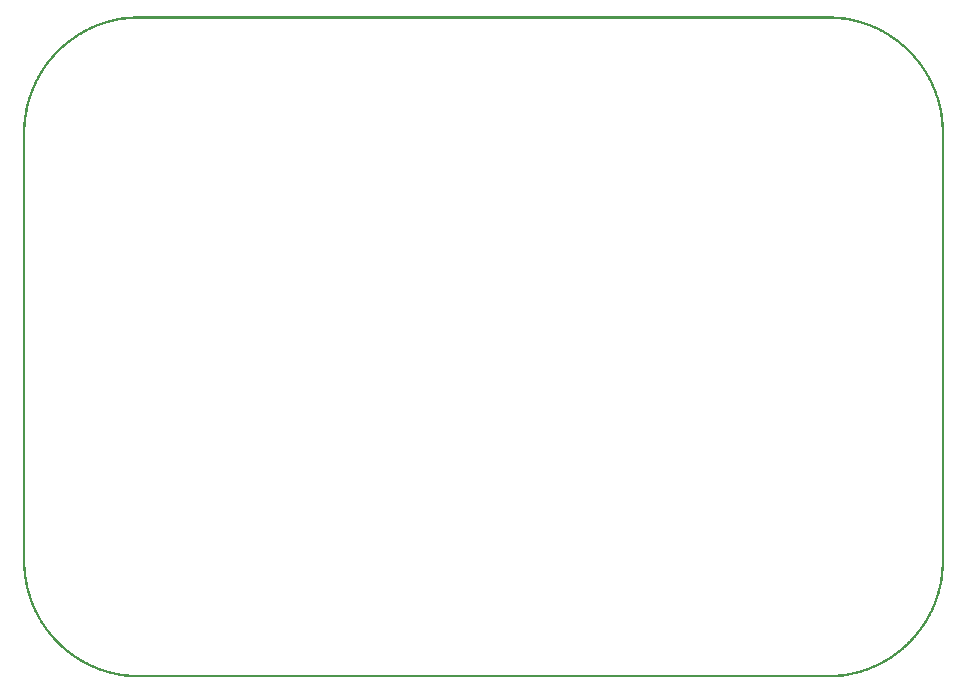
<source format=gbo>
G04 MADE WITH FRITZING*
G04 WWW.FRITZING.ORG*
G04 DOUBLE SIDED*
G04 HOLES PLATED*
G04 CONTOUR ON CENTER OF CONTOUR VECTOR*
%ASAXBY*%
%FSLAX23Y23*%
%MOIN*%
%OFA0B0*%
%SFA1.0B1.0*%
%ADD10R,0.001000X0.001000*%
%LNSILK0*%
G90*
G70*
G54D10*
X367Y2205D02*
X2702Y2205D01*
X353Y2204D02*
X2716Y2204D01*
X343Y2203D02*
X2726Y2203D01*
X335Y2202D02*
X2734Y2202D01*
X328Y2201D02*
X2741Y2201D01*
X322Y2200D02*
X2747Y2200D01*
X316Y2199D02*
X2753Y2199D01*
X311Y2198D02*
X2758Y2198D01*
X306Y2197D02*
X366Y2197D01*
X2703Y2197D02*
X2763Y2197D01*
X302Y2196D02*
X352Y2196D01*
X2717Y2196D02*
X2767Y2196D01*
X297Y2195D02*
X342Y2195D01*
X2727Y2195D02*
X2772Y2195D01*
X293Y2194D02*
X334Y2194D01*
X2735Y2194D02*
X2776Y2194D01*
X289Y2193D02*
X327Y2193D01*
X2742Y2193D02*
X2780Y2193D01*
X286Y2192D02*
X321Y2192D01*
X2748Y2192D02*
X2783Y2192D01*
X282Y2191D02*
X316Y2191D01*
X2753Y2191D02*
X2787Y2191D01*
X279Y2190D02*
X310Y2190D01*
X2759Y2190D02*
X2790Y2190D01*
X275Y2189D02*
X306Y2189D01*
X2763Y2189D02*
X2794Y2189D01*
X272Y2188D02*
X301Y2188D01*
X2768Y2188D02*
X2797Y2188D01*
X269Y2187D02*
X297Y2187D01*
X2772Y2187D02*
X2800Y2187D01*
X266Y2186D02*
X293Y2186D01*
X2776Y2186D02*
X2803Y2186D01*
X263Y2185D02*
X289Y2185D01*
X2780Y2185D02*
X2806Y2185D01*
X260Y2184D02*
X285Y2184D01*
X2784Y2184D02*
X2809Y2184D01*
X257Y2183D02*
X282Y2183D01*
X2787Y2183D02*
X2812Y2183D01*
X254Y2182D02*
X278Y2182D01*
X2791Y2182D02*
X2815Y2182D01*
X252Y2181D02*
X275Y2181D01*
X2794Y2181D02*
X2817Y2181D01*
X249Y2180D02*
X272Y2180D01*
X2797Y2180D02*
X2820Y2180D01*
X247Y2179D02*
X269Y2179D01*
X2800Y2179D02*
X2822Y2179D01*
X244Y2178D02*
X266Y2178D01*
X2803Y2178D02*
X2825Y2178D01*
X241Y2177D02*
X263Y2177D01*
X2806Y2177D02*
X2828Y2177D01*
X239Y2176D02*
X260Y2176D01*
X2809Y2176D02*
X2830Y2176D01*
X236Y2175D02*
X257Y2175D01*
X2812Y2175D02*
X2833Y2175D01*
X234Y2174D02*
X254Y2174D01*
X2815Y2174D02*
X2835Y2174D01*
X232Y2173D02*
X252Y2173D01*
X2817Y2173D02*
X2837Y2173D01*
X230Y2172D02*
X249Y2172D01*
X2820Y2172D02*
X2839Y2172D01*
X228Y2171D02*
X247Y2171D01*
X2822Y2171D02*
X2841Y2171D01*
X225Y2170D02*
X244Y2170D01*
X2825Y2170D02*
X2844Y2170D01*
X223Y2169D02*
X242Y2169D01*
X2827Y2169D02*
X2846Y2169D01*
X221Y2168D02*
X239Y2168D01*
X2830Y2168D02*
X2848Y2168D01*
X219Y2167D02*
X237Y2167D01*
X2832Y2167D02*
X2850Y2167D01*
X217Y2166D02*
X235Y2166D01*
X2834Y2166D02*
X2852Y2166D01*
X215Y2165D02*
X232Y2165D01*
X2837Y2165D02*
X2854Y2165D01*
X213Y2164D02*
X230Y2164D01*
X2839Y2164D02*
X2856Y2164D01*
X211Y2163D02*
X228Y2163D01*
X2841Y2163D02*
X2858Y2163D01*
X209Y2162D02*
X226Y2162D01*
X2843Y2162D02*
X2860Y2162D01*
X207Y2161D02*
X224Y2161D01*
X2845Y2161D02*
X2862Y2161D01*
X205Y2160D02*
X221Y2160D01*
X2848Y2160D02*
X2864Y2160D01*
X203Y2159D02*
X219Y2159D01*
X2850Y2159D02*
X2866Y2159D01*
X201Y2158D02*
X217Y2158D01*
X2852Y2158D02*
X2868Y2158D01*
X200Y2157D02*
X216Y2157D01*
X2853Y2157D02*
X2869Y2157D01*
X198Y2156D02*
X214Y2156D01*
X2855Y2156D02*
X2871Y2156D01*
X196Y2155D02*
X212Y2155D01*
X2857Y2155D02*
X2873Y2155D01*
X194Y2154D02*
X210Y2154D01*
X2859Y2154D02*
X2875Y2154D01*
X193Y2153D02*
X208Y2153D01*
X2861Y2153D02*
X2876Y2153D01*
X191Y2152D02*
X206Y2152D01*
X2863Y2152D02*
X2878Y2152D01*
X189Y2151D02*
X204Y2151D01*
X2865Y2151D02*
X2880Y2151D01*
X188Y2150D02*
X202Y2150D01*
X2867Y2150D02*
X2881Y2150D01*
X186Y2149D02*
X201Y2149D01*
X2868Y2149D02*
X2883Y2149D01*
X184Y2148D02*
X199Y2148D01*
X2870Y2148D02*
X2885Y2148D01*
X183Y2147D02*
X197Y2147D01*
X2872Y2147D02*
X2886Y2147D01*
X181Y2146D02*
X195Y2146D01*
X2874Y2146D02*
X2888Y2146D01*
X180Y2145D02*
X194Y2145D01*
X2875Y2145D02*
X2889Y2145D01*
X178Y2144D02*
X192Y2144D01*
X2877Y2144D02*
X2891Y2144D01*
X177Y2143D02*
X190Y2143D01*
X2879Y2143D02*
X2892Y2143D01*
X175Y2142D02*
X189Y2142D01*
X2880Y2142D02*
X2894Y2142D01*
X173Y2141D02*
X187Y2141D01*
X2882Y2141D02*
X2896Y2141D01*
X172Y2140D02*
X185Y2140D01*
X2884Y2140D02*
X2897Y2140D01*
X170Y2139D02*
X184Y2139D01*
X2885Y2139D02*
X2899Y2139D01*
X169Y2138D02*
X182Y2138D01*
X2887Y2138D02*
X2900Y2138D01*
X168Y2137D02*
X181Y2137D01*
X2888Y2137D02*
X2901Y2137D01*
X166Y2136D02*
X179Y2136D01*
X2890Y2136D02*
X2903Y2136D01*
X165Y2135D02*
X178Y2135D01*
X2891Y2135D02*
X2904Y2135D01*
X163Y2134D02*
X176Y2134D01*
X2893Y2134D02*
X2906Y2134D01*
X162Y2133D02*
X175Y2133D01*
X2894Y2133D02*
X2907Y2133D01*
X160Y2132D02*
X173Y2132D01*
X2896Y2132D02*
X2908Y2132D01*
X159Y2131D02*
X172Y2131D01*
X2897Y2131D02*
X2910Y2131D01*
X158Y2130D02*
X170Y2130D01*
X2899Y2130D02*
X2911Y2130D01*
X156Y2129D02*
X169Y2129D01*
X2900Y2129D02*
X2913Y2129D01*
X155Y2128D02*
X168Y2128D01*
X2901Y2128D02*
X2914Y2128D01*
X154Y2127D02*
X166Y2127D01*
X2903Y2127D02*
X2915Y2127D01*
X152Y2126D02*
X165Y2126D01*
X2904Y2126D02*
X2917Y2126D01*
X151Y2125D02*
X163Y2125D01*
X2906Y2125D02*
X2918Y2125D01*
X150Y2124D02*
X162Y2124D01*
X2907Y2124D02*
X2919Y2124D01*
X149Y2123D02*
X161Y2123D01*
X2908Y2123D02*
X2920Y2123D01*
X147Y2122D02*
X159Y2122D01*
X2910Y2122D02*
X2922Y2122D01*
X146Y2121D02*
X158Y2121D01*
X2911Y2121D02*
X2923Y2121D01*
X145Y2120D02*
X157Y2120D01*
X2912Y2120D02*
X2924Y2120D01*
X144Y2119D02*
X155Y2119D01*
X2914Y2119D02*
X2925Y2119D01*
X142Y2118D02*
X154Y2118D01*
X2915Y2118D02*
X2927Y2118D01*
X141Y2117D02*
X153Y2117D01*
X2916Y2117D02*
X2928Y2117D01*
X140Y2116D02*
X152Y2116D01*
X2917Y2116D02*
X2929Y2116D01*
X139Y2115D02*
X150Y2115D01*
X2919Y2115D02*
X2930Y2115D01*
X137Y2114D02*
X149Y2114D01*
X2920Y2114D02*
X2931Y2114D01*
X136Y2113D02*
X148Y2113D01*
X2921Y2113D02*
X2933Y2113D01*
X135Y2112D02*
X146Y2112D01*
X2922Y2112D02*
X2934Y2112D01*
X134Y2111D02*
X145Y2111D01*
X2924Y2111D02*
X2935Y2111D01*
X133Y2110D02*
X144Y2110D01*
X2925Y2110D02*
X2936Y2110D01*
X132Y2109D02*
X143Y2109D01*
X2926Y2109D02*
X2937Y2109D01*
X131Y2108D02*
X142Y2108D01*
X2927Y2108D02*
X2938Y2108D01*
X129Y2107D02*
X141Y2107D01*
X2928Y2107D02*
X2940Y2107D01*
X128Y2106D02*
X139Y2106D01*
X2930Y2106D02*
X2941Y2106D01*
X127Y2105D02*
X138Y2105D01*
X2931Y2105D02*
X2942Y2105D01*
X126Y2104D02*
X137Y2104D01*
X2932Y2104D02*
X2943Y2104D01*
X125Y2103D02*
X136Y2103D01*
X2933Y2103D02*
X2944Y2103D01*
X124Y2102D02*
X135Y2102D01*
X2934Y2102D02*
X2945Y2102D01*
X123Y2101D02*
X134Y2101D01*
X2935Y2101D02*
X2946Y2101D01*
X122Y2100D02*
X133Y2100D01*
X2936Y2100D02*
X2947Y2100D01*
X121Y2099D02*
X131Y2099D01*
X2938Y2099D02*
X2948Y2099D01*
X120Y2098D02*
X130Y2098D01*
X2939Y2098D02*
X2949Y2098D01*
X119Y2097D02*
X129Y2097D01*
X2940Y2097D02*
X2950Y2097D01*
X118Y2096D02*
X128Y2096D01*
X2941Y2096D02*
X2951Y2096D01*
X117Y2095D02*
X127Y2095D01*
X2942Y2095D02*
X2952Y2095D01*
X116Y2094D02*
X126Y2094D01*
X2943Y2094D02*
X2953Y2094D01*
X115Y2093D02*
X125Y2093D01*
X2944Y2093D02*
X2954Y2093D01*
X114Y2092D02*
X124Y2092D01*
X2945Y2092D02*
X2955Y2092D01*
X113Y2091D02*
X123Y2091D01*
X2946Y2091D02*
X2956Y2091D01*
X112Y2090D02*
X122Y2090D01*
X2947Y2090D02*
X2957Y2090D01*
X111Y2089D02*
X121Y2089D01*
X2948Y2089D02*
X2958Y2089D01*
X110Y2088D02*
X120Y2088D01*
X2949Y2088D02*
X2959Y2088D01*
X109Y2087D02*
X119Y2087D01*
X2950Y2087D02*
X2960Y2087D01*
X108Y2086D02*
X118Y2086D01*
X2951Y2086D02*
X2961Y2086D01*
X107Y2085D02*
X117Y2085D01*
X2952Y2085D02*
X2962Y2085D01*
X106Y2084D02*
X116Y2084D01*
X2953Y2084D02*
X2963Y2084D01*
X105Y2083D02*
X115Y2083D01*
X2954Y2083D02*
X2964Y2083D01*
X104Y2082D02*
X114Y2082D01*
X2955Y2082D02*
X2965Y2082D01*
X103Y2081D02*
X113Y2081D01*
X2956Y2081D02*
X2966Y2081D01*
X102Y2080D02*
X112Y2080D01*
X2957Y2080D02*
X2967Y2080D01*
X101Y2079D02*
X111Y2079D01*
X2958Y2079D02*
X2968Y2079D01*
X100Y2078D02*
X110Y2078D01*
X2959Y2078D02*
X2969Y2078D01*
X99Y2077D02*
X109Y2077D01*
X2960Y2077D02*
X2970Y2077D01*
X99Y2076D02*
X108Y2076D01*
X2961Y2076D02*
X2970Y2076D01*
X98Y2075D02*
X107Y2075D01*
X2962Y2075D02*
X2971Y2075D01*
X97Y2074D02*
X106Y2074D01*
X2963Y2074D02*
X2972Y2074D01*
X96Y2073D02*
X105Y2073D01*
X2964Y2073D02*
X2973Y2073D01*
X95Y2072D02*
X105Y2072D01*
X2964Y2072D02*
X2974Y2072D01*
X94Y2071D02*
X104Y2071D01*
X2965Y2071D02*
X2975Y2071D01*
X93Y2070D02*
X103Y2070D01*
X2966Y2070D02*
X2976Y2070D01*
X92Y2069D02*
X102Y2069D01*
X2967Y2069D02*
X2977Y2069D01*
X92Y2068D02*
X101Y2068D01*
X2968Y2068D02*
X2977Y2068D01*
X91Y2067D02*
X100Y2067D01*
X2969Y2067D02*
X2978Y2067D01*
X90Y2066D02*
X99Y2066D01*
X2970Y2066D02*
X2979Y2066D01*
X89Y2065D02*
X99Y2065D01*
X2970Y2065D02*
X2980Y2065D01*
X88Y2064D02*
X98Y2064D01*
X2971Y2064D02*
X2981Y2064D01*
X87Y2063D02*
X97Y2063D01*
X2972Y2063D02*
X2982Y2063D01*
X87Y2062D02*
X96Y2062D01*
X2973Y2062D02*
X2982Y2062D01*
X86Y2061D02*
X95Y2061D01*
X2974Y2061D02*
X2983Y2061D01*
X85Y2060D02*
X94Y2060D01*
X2975Y2060D02*
X2984Y2060D01*
X84Y2059D02*
X93Y2059D01*
X2976Y2059D02*
X2985Y2059D01*
X83Y2058D02*
X93Y2058D01*
X2976Y2058D02*
X2986Y2058D01*
X83Y2057D02*
X92Y2057D01*
X2977Y2057D02*
X2986Y2057D01*
X82Y2056D02*
X91Y2056D01*
X2978Y2056D02*
X2987Y2056D01*
X81Y2055D02*
X90Y2055D01*
X2979Y2055D02*
X2988Y2055D01*
X80Y2054D02*
X89Y2054D01*
X2980Y2054D02*
X2989Y2054D01*
X80Y2053D02*
X89Y2053D01*
X2980Y2053D02*
X2989Y2053D01*
X79Y2052D02*
X88Y2052D01*
X2981Y2052D02*
X2990Y2052D01*
X78Y2051D02*
X87Y2051D01*
X2982Y2051D02*
X2991Y2051D01*
X77Y2050D02*
X86Y2050D01*
X2983Y2050D02*
X2992Y2050D01*
X76Y2049D02*
X86Y2049D01*
X2983Y2049D02*
X2993Y2049D01*
X76Y2048D02*
X85Y2048D01*
X2984Y2048D02*
X2993Y2048D01*
X75Y2047D02*
X84Y2047D01*
X2985Y2047D02*
X2994Y2047D01*
X74Y2046D02*
X83Y2046D01*
X2986Y2046D02*
X2995Y2046D01*
X74Y2045D02*
X82Y2045D01*
X2987Y2045D02*
X2995Y2045D01*
X73Y2044D02*
X82Y2044D01*
X2987Y2044D02*
X2996Y2044D01*
X72Y2043D02*
X81Y2043D01*
X2988Y2043D02*
X2997Y2043D01*
X72Y2042D02*
X80Y2042D01*
X2989Y2042D02*
X2997Y2042D01*
X71Y2041D02*
X80Y2041D01*
X2989Y2041D02*
X2998Y2041D01*
X70Y2040D02*
X79Y2040D01*
X2990Y2040D02*
X2999Y2040D01*
X69Y2039D02*
X78Y2039D01*
X2991Y2039D02*
X3000Y2039D01*
X69Y2038D02*
X77Y2038D01*
X2992Y2038D02*
X3000Y2038D01*
X68Y2037D02*
X77Y2037D01*
X2992Y2037D02*
X3001Y2037D01*
X67Y2036D02*
X76Y2036D01*
X2993Y2036D02*
X3002Y2036D01*
X67Y2035D02*
X75Y2035D01*
X2994Y2035D02*
X3002Y2035D01*
X66Y2034D02*
X75Y2034D01*
X2994Y2034D02*
X3003Y2034D01*
X65Y2033D02*
X74Y2033D01*
X2995Y2033D02*
X3004Y2033D01*
X65Y2032D02*
X73Y2032D01*
X2996Y2032D02*
X3004Y2032D01*
X64Y2031D02*
X72Y2031D01*
X2997Y2031D02*
X3005Y2031D01*
X63Y2030D02*
X72Y2030D01*
X2997Y2030D02*
X3006Y2030D01*
X63Y2029D02*
X71Y2029D01*
X2998Y2029D02*
X3006Y2029D01*
X62Y2028D02*
X70Y2028D01*
X2999Y2028D02*
X3007Y2028D01*
X61Y2027D02*
X70Y2027D01*
X2999Y2027D02*
X3008Y2027D01*
X61Y2026D02*
X69Y2026D01*
X3000Y2026D02*
X3008Y2026D01*
X60Y2025D02*
X69Y2025D01*
X3000Y2025D02*
X3009Y2025D01*
X60Y2024D02*
X68Y2024D01*
X3001Y2024D02*
X3009Y2024D01*
X59Y2023D02*
X67Y2023D01*
X3002Y2023D02*
X3010Y2023D01*
X58Y2022D02*
X67Y2022D01*
X3002Y2022D02*
X3011Y2022D01*
X58Y2021D02*
X66Y2021D01*
X3003Y2021D02*
X3011Y2021D01*
X57Y2020D02*
X65Y2020D01*
X3004Y2020D02*
X3012Y2020D01*
X56Y2019D02*
X65Y2019D01*
X3004Y2019D02*
X3013Y2019D01*
X56Y2018D02*
X64Y2018D01*
X3005Y2018D02*
X3013Y2018D01*
X55Y2017D02*
X63Y2017D01*
X3006Y2017D02*
X3014Y2017D01*
X55Y2016D02*
X63Y2016D01*
X3006Y2016D02*
X3014Y2016D01*
X54Y2015D02*
X62Y2015D01*
X3007Y2015D02*
X3015Y2015D01*
X53Y2014D02*
X62Y2014D01*
X3007Y2014D02*
X3016Y2014D01*
X53Y2013D02*
X61Y2013D01*
X3008Y2013D02*
X3016Y2013D01*
X52Y2012D02*
X60Y2012D01*
X3009Y2012D02*
X3017Y2012D01*
X52Y2011D02*
X60Y2011D01*
X3009Y2011D02*
X3017Y2011D01*
X51Y2010D02*
X59Y2010D01*
X3010Y2010D02*
X3018Y2010D01*
X51Y2009D02*
X59Y2009D01*
X3010Y2009D02*
X3018Y2009D01*
X50Y2008D02*
X58Y2008D01*
X3011Y2008D02*
X3019Y2008D01*
X49Y2007D02*
X58Y2007D01*
X3011Y2007D02*
X3020Y2007D01*
X49Y2006D02*
X57Y2006D01*
X3012Y2006D02*
X3020Y2006D01*
X48Y2005D02*
X56Y2005D01*
X3013Y2005D02*
X3021Y2005D01*
X48Y2004D02*
X56Y2004D01*
X3013Y2004D02*
X3021Y2004D01*
X47Y2003D02*
X55Y2003D01*
X3014Y2003D02*
X3022Y2003D01*
X47Y2002D02*
X55Y2002D01*
X3014Y2002D02*
X3022Y2002D01*
X46Y2001D02*
X54Y2001D01*
X3015Y2001D02*
X3023Y2001D01*
X46Y2000D02*
X54Y2000D01*
X3015Y2000D02*
X3023Y2000D01*
X45Y1999D02*
X53Y1999D01*
X3016Y1999D02*
X3024Y1999D01*
X45Y1998D02*
X52Y1998D01*
X3017Y1998D02*
X3024Y1998D01*
X44Y1997D02*
X52Y1997D01*
X3017Y1997D02*
X3025Y1997D01*
X44Y1996D02*
X51Y1996D01*
X3018Y1996D02*
X3025Y1996D01*
X43Y1995D02*
X51Y1995D01*
X3018Y1995D02*
X3026Y1995D01*
X43Y1994D02*
X50Y1994D01*
X3019Y1994D02*
X3026Y1994D01*
X42Y1993D02*
X50Y1993D01*
X3019Y1993D02*
X3027Y1993D01*
X42Y1992D02*
X49Y1992D01*
X3020Y1992D02*
X3027Y1992D01*
X41Y1991D02*
X49Y1991D01*
X3020Y1991D02*
X3028Y1991D01*
X40Y1990D02*
X48Y1990D01*
X3021Y1990D02*
X3029Y1990D01*
X40Y1989D02*
X48Y1989D01*
X3021Y1989D02*
X3029Y1989D01*
X39Y1988D02*
X47Y1988D01*
X3022Y1988D02*
X3030Y1988D01*
X39Y1987D02*
X47Y1987D01*
X3022Y1987D02*
X3030Y1987D01*
X38Y1986D02*
X46Y1986D01*
X3023Y1986D02*
X3031Y1986D01*
X38Y1985D02*
X46Y1985D01*
X3023Y1985D02*
X3031Y1985D01*
X38Y1984D02*
X45Y1984D01*
X3024Y1984D02*
X3031Y1984D01*
X37Y1983D02*
X45Y1983D01*
X3024Y1983D02*
X3032Y1983D01*
X37Y1982D02*
X44Y1982D01*
X3025Y1982D02*
X3032Y1982D01*
X36Y1981D02*
X44Y1981D01*
X3025Y1981D02*
X3033Y1981D01*
X36Y1980D02*
X43Y1980D01*
X3026Y1980D02*
X3033Y1980D01*
X35Y1979D02*
X43Y1979D01*
X3026Y1979D02*
X3034Y1979D01*
X35Y1978D02*
X42Y1978D01*
X3027Y1978D02*
X3034Y1978D01*
X34Y1977D02*
X42Y1977D01*
X3027Y1977D02*
X3035Y1977D01*
X34Y1976D02*
X42Y1976D01*
X3027Y1976D02*
X3035Y1976D01*
X33Y1975D02*
X41Y1975D01*
X3028Y1975D02*
X3036Y1975D01*
X33Y1974D02*
X41Y1974D01*
X3028Y1974D02*
X3036Y1974D01*
X33Y1973D02*
X40Y1973D01*
X3029Y1973D02*
X3036Y1973D01*
X32Y1972D02*
X40Y1972D01*
X3029Y1972D02*
X3037Y1972D01*
X32Y1971D02*
X39Y1971D01*
X3030Y1971D02*
X3037Y1971D01*
X31Y1970D02*
X39Y1970D01*
X3030Y1970D02*
X3038Y1970D01*
X31Y1969D02*
X38Y1969D01*
X3031Y1969D02*
X3038Y1969D01*
X30Y1968D02*
X38Y1968D01*
X3031Y1968D02*
X3039Y1968D01*
X30Y1967D02*
X37Y1967D01*
X3032Y1967D02*
X3039Y1967D01*
X30Y1966D02*
X37Y1966D01*
X3032Y1966D02*
X3039Y1966D01*
X29Y1965D02*
X37Y1965D01*
X3032Y1965D02*
X3040Y1965D01*
X29Y1964D02*
X36Y1964D01*
X3033Y1964D02*
X3040Y1964D01*
X28Y1963D02*
X36Y1963D01*
X3033Y1963D02*
X3041Y1963D01*
X28Y1962D02*
X35Y1962D01*
X3034Y1962D02*
X3041Y1962D01*
X28Y1961D02*
X35Y1961D01*
X3034Y1961D02*
X3041Y1961D01*
X27Y1960D02*
X35Y1960D01*
X3034Y1960D02*
X3042Y1960D01*
X27Y1959D02*
X34Y1959D01*
X3035Y1959D02*
X3042Y1959D01*
X26Y1958D02*
X34Y1958D01*
X3035Y1958D02*
X3043Y1958D01*
X26Y1957D02*
X33Y1957D01*
X3036Y1957D02*
X3043Y1957D01*
X26Y1956D02*
X33Y1956D01*
X3036Y1956D02*
X3043Y1956D01*
X25Y1955D02*
X33Y1955D01*
X3036Y1955D02*
X3044Y1955D01*
X25Y1954D02*
X32Y1954D01*
X3037Y1954D02*
X3044Y1954D01*
X24Y1953D02*
X32Y1953D01*
X3037Y1953D02*
X3045Y1953D01*
X24Y1952D02*
X31Y1952D01*
X3038Y1952D02*
X3045Y1952D01*
X24Y1951D02*
X31Y1951D01*
X3038Y1951D02*
X3045Y1951D01*
X23Y1950D02*
X31Y1950D01*
X3038Y1950D02*
X3046Y1950D01*
X23Y1949D02*
X30Y1949D01*
X3039Y1949D02*
X3046Y1949D01*
X23Y1948D02*
X30Y1948D01*
X3039Y1948D02*
X3046Y1948D01*
X22Y1947D02*
X30Y1947D01*
X3039Y1947D02*
X3047Y1947D01*
X22Y1946D02*
X29Y1946D01*
X3040Y1946D02*
X3047Y1946D01*
X22Y1945D02*
X29Y1945D01*
X3040Y1945D02*
X3047Y1945D01*
X21Y1944D02*
X29Y1944D01*
X3040Y1944D02*
X3048Y1944D01*
X21Y1943D02*
X28Y1943D01*
X3041Y1943D02*
X3048Y1943D01*
X21Y1942D02*
X28Y1942D01*
X3041Y1942D02*
X3048Y1942D01*
X20Y1941D02*
X28Y1941D01*
X3041Y1941D02*
X3049Y1941D01*
X20Y1940D02*
X27Y1940D01*
X3042Y1940D02*
X3049Y1940D01*
X20Y1939D02*
X27Y1939D01*
X3042Y1939D02*
X3049Y1939D01*
X19Y1938D02*
X27Y1938D01*
X3042Y1938D02*
X3050Y1938D01*
X19Y1937D02*
X26Y1937D01*
X3043Y1937D02*
X3050Y1937D01*
X19Y1936D02*
X26Y1936D01*
X3043Y1936D02*
X3050Y1936D01*
X18Y1935D02*
X26Y1935D01*
X3043Y1935D02*
X3051Y1935D01*
X18Y1934D02*
X25Y1934D01*
X3044Y1934D02*
X3051Y1934D01*
X18Y1933D02*
X25Y1933D01*
X3044Y1933D02*
X3051Y1933D01*
X17Y1932D02*
X25Y1932D01*
X3044Y1932D02*
X3052Y1932D01*
X17Y1931D02*
X24Y1931D01*
X3045Y1931D02*
X3052Y1931D01*
X17Y1930D02*
X24Y1930D01*
X3045Y1930D02*
X3052Y1930D01*
X16Y1929D02*
X24Y1929D01*
X3045Y1929D02*
X3053Y1929D01*
X16Y1928D02*
X23Y1928D01*
X3046Y1928D02*
X3053Y1928D01*
X16Y1927D02*
X23Y1927D01*
X3046Y1927D02*
X3053Y1927D01*
X15Y1926D02*
X23Y1926D01*
X3046Y1926D02*
X3054Y1926D01*
X15Y1925D02*
X22Y1925D01*
X3047Y1925D02*
X3054Y1925D01*
X15Y1924D02*
X22Y1924D01*
X3047Y1924D02*
X3054Y1924D01*
X15Y1923D02*
X22Y1923D01*
X3047Y1923D02*
X3054Y1923D01*
X14Y1922D02*
X21Y1922D01*
X3047Y1922D02*
X3055Y1922D01*
X14Y1921D02*
X21Y1921D01*
X3048Y1921D02*
X3055Y1921D01*
X14Y1920D02*
X21Y1920D01*
X3048Y1920D02*
X3055Y1920D01*
X14Y1919D02*
X21Y1919D01*
X3048Y1919D02*
X3055Y1919D01*
X13Y1918D02*
X20Y1918D01*
X3049Y1918D02*
X3056Y1918D01*
X13Y1917D02*
X20Y1917D01*
X3049Y1917D02*
X3056Y1917D01*
X13Y1916D02*
X20Y1916D01*
X3049Y1916D02*
X3056Y1916D01*
X12Y1915D02*
X20Y1915D01*
X3049Y1915D02*
X3057Y1915D01*
X12Y1914D02*
X19Y1914D01*
X3050Y1914D02*
X3057Y1914D01*
X12Y1913D02*
X19Y1913D01*
X3050Y1913D02*
X3057Y1913D01*
X12Y1912D02*
X19Y1912D01*
X3050Y1912D02*
X3057Y1912D01*
X11Y1911D02*
X19Y1911D01*
X3050Y1911D02*
X3058Y1911D01*
X11Y1910D02*
X18Y1910D01*
X3051Y1910D02*
X3058Y1910D01*
X11Y1909D02*
X18Y1909D01*
X3051Y1909D02*
X3058Y1909D01*
X11Y1908D02*
X18Y1908D01*
X3051Y1908D02*
X3058Y1908D01*
X10Y1907D02*
X18Y1907D01*
X3051Y1907D02*
X3059Y1907D01*
X10Y1906D02*
X17Y1906D01*
X3052Y1906D02*
X3059Y1906D01*
X10Y1905D02*
X17Y1905D01*
X3052Y1905D02*
X3059Y1905D01*
X10Y1904D02*
X17Y1904D01*
X3052Y1904D02*
X3059Y1904D01*
X10Y1903D02*
X17Y1903D01*
X3052Y1903D02*
X3059Y1903D01*
X9Y1902D02*
X16Y1902D01*
X3053Y1902D02*
X3060Y1902D01*
X9Y1901D02*
X16Y1901D01*
X3053Y1901D02*
X3060Y1901D01*
X9Y1900D02*
X16Y1900D01*
X3053Y1900D02*
X3060Y1900D01*
X9Y1899D02*
X16Y1899D01*
X3053Y1899D02*
X3060Y1899D01*
X8Y1898D02*
X16Y1898D01*
X3053Y1898D02*
X3061Y1898D01*
X8Y1897D02*
X15Y1897D01*
X3054Y1897D02*
X3061Y1897D01*
X8Y1896D02*
X15Y1896D01*
X3054Y1896D02*
X3061Y1896D01*
X8Y1895D02*
X15Y1895D01*
X3054Y1895D02*
X3061Y1895D01*
X8Y1894D02*
X15Y1894D01*
X3054Y1894D02*
X3061Y1894D01*
X7Y1893D02*
X14Y1893D01*
X3054Y1893D02*
X3062Y1893D01*
X7Y1892D02*
X14Y1892D01*
X3055Y1892D02*
X3062Y1892D01*
X7Y1891D02*
X14Y1891D01*
X3055Y1891D02*
X3062Y1891D01*
X7Y1890D02*
X14Y1890D01*
X3055Y1890D02*
X3062Y1890D01*
X7Y1889D02*
X14Y1889D01*
X3055Y1889D02*
X3062Y1889D01*
X6Y1888D02*
X14Y1888D01*
X3055Y1888D02*
X3063Y1888D01*
X6Y1887D02*
X13Y1887D01*
X3056Y1887D02*
X3063Y1887D01*
X6Y1886D02*
X13Y1886D01*
X3056Y1886D02*
X3063Y1886D01*
X6Y1885D02*
X13Y1885D01*
X3056Y1885D02*
X3063Y1885D01*
X6Y1884D02*
X13Y1884D01*
X3056Y1884D02*
X3063Y1884D01*
X6Y1883D02*
X13Y1883D01*
X3056Y1883D02*
X3063Y1883D01*
X5Y1882D02*
X12Y1882D01*
X3057Y1882D02*
X3064Y1882D01*
X5Y1881D02*
X12Y1881D01*
X3057Y1881D02*
X3064Y1881D01*
X5Y1880D02*
X12Y1880D01*
X3057Y1880D02*
X3064Y1880D01*
X5Y1879D02*
X12Y1879D01*
X3057Y1879D02*
X3064Y1879D01*
X5Y1878D02*
X12Y1878D01*
X3057Y1878D02*
X3064Y1878D01*
X5Y1877D02*
X12Y1877D01*
X3057Y1877D02*
X3064Y1877D01*
X4Y1876D02*
X11Y1876D01*
X3058Y1876D02*
X3065Y1876D01*
X4Y1875D02*
X11Y1875D01*
X3058Y1875D02*
X3065Y1875D01*
X4Y1874D02*
X11Y1874D01*
X3058Y1874D02*
X3065Y1874D01*
X4Y1873D02*
X11Y1873D01*
X3058Y1873D02*
X3065Y1873D01*
X4Y1872D02*
X11Y1872D01*
X3058Y1872D02*
X3065Y1872D01*
X4Y1871D02*
X11Y1871D01*
X3058Y1871D02*
X3065Y1871D01*
X4Y1870D02*
X11Y1870D01*
X3058Y1870D02*
X3065Y1870D01*
X3Y1869D02*
X10Y1869D01*
X3059Y1869D02*
X3066Y1869D01*
X3Y1868D02*
X10Y1868D01*
X3059Y1868D02*
X3066Y1868D01*
X3Y1867D02*
X10Y1867D01*
X3059Y1867D02*
X3066Y1867D01*
X3Y1866D02*
X10Y1866D01*
X3059Y1866D02*
X3066Y1866D01*
X3Y1865D02*
X10Y1865D01*
X3059Y1865D02*
X3066Y1865D01*
X3Y1864D02*
X10Y1864D01*
X3059Y1864D02*
X3066Y1864D01*
X3Y1863D02*
X10Y1863D01*
X3059Y1863D02*
X3066Y1863D01*
X3Y1862D02*
X10Y1862D01*
X3059Y1862D02*
X3066Y1862D01*
X2Y1861D02*
X9Y1861D01*
X3060Y1861D02*
X3067Y1861D01*
X2Y1860D02*
X9Y1860D01*
X3060Y1860D02*
X3067Y1860D01*
X2Y1859D02*
X9Y1859D01*
X3060Y1859D02*
X3067Y1859D01*
X2Y1858D02*
X9Y1858D01*
X3060Y1858D02*
X3067Y1858D01*
X2Y1857D02*
X9Y1857D01*
X3060Y1857D02*
X3067Y1857D01*
X2Y1856D02*
X9Y1856D01*
X3060Y1856D02*
X3067Y1856D01*
X2Y1855D02*
X9Y1855D01*
X3060Y1855D02*
X3067Y1855D01*
X2Y1854D02*
X9Y1854D01*
X3060Y1854D02*
X3067Y1854D01*
X2Y1853D02*
X9Y1853D01*
X3060Y1853D02*
X3067Y1853D01*
X2Y1852D02*
X9Y1852D01*
X3060Y1852D02*
X3067Y1852D01*
X1Y1851D02*
X8Y1851D01*
X3061Y1851D02*
X3068Y1851D01*
X1Y1850D02*
X8Y1850D01*
X3061Y1850D02*
X3068Y1850D01*
X1Y1849D02*
X8Y1849D01*
X3061Y1849D02*
X3068Y1849D01*
X1Y1848D02*
X8Y1848D01*
X3061Y1848D02*
X3068Y1848D01*
X1Y1847D02*
X8Y1847D01*
X3061Y1847D02*
X3068Y1847D01*
X1Y1846D02*
X8Y1846D01*
X3061Y1846D02*
X3068Y1846D01*
X1Y1845D02*
X8Y1845D01*
X3061Y1845D02*
X3068Y1845D01*
X1Y1844D02*
X8Y1844D01*
X3061Y1844D02*
X3068Y1844D01*
X1Y1843D02*
X8Y1843D01*
X3061Y1843D02*
X3068Y1843D01*
X1Y1842D02*
X8Y1842D01*
X3061Y1842D02*
X3068Y1842D01*
X1Y1841D02*
X8Y1841D01*
X3061Y1841D02*
X3068Y1841D01*
X1Y1840D02*
X8Y1840D01*
X3061Y1840D02*
X3068Y1840D01*
X1Y1839D02*
X8Y1839D01*
X3061Y1839D02*
X3068Y1839D01*
X1Y1838D02*
X8Y1838D01*
X3061Y1838D02*
X3068Y1838D01*
X0Y1837D02*
X8Y1837D01*
X3061Y1837D02*
X3069Y1837D01*
X0Y1836D02*
X7Y1836D01*
X3062Y1836D02*
X3069Y1836D01*
X0Y1835D02*
X7Y1835D01*
X3062Y1835D02*
X3069Y1835D01*
X0Y1834D02*
X7Y1834D01*
X3062Y1834D02*
X3069Y1834D01*
X0Y1833D02*
X7Y1833D01*
X3062Y1833D02*
X3069Y1833D01*
X0Y1832D02*
X7Y1832D01*
X3062Y1832D02*
X3069Y1832D01*
X0Y1831D02*
X7Y1831D01*
X3062Y1831D02*
X3069Y1831D01*
X0Y1830D02*
X7Y1830D01*
X3062Y1830D02*
X3069Y1830D01*
X0Y1829D02*
X7Y1829D01*
X3062Y1829D02*
X3069Y1829D01*
X0Y1828D02*
X7Y1828D01*
X3062Y1828D02*
X3069Y1828D01*
X0Y1827D02*
X7Y1827D01*
X3062Y1827D02*
X3069Y1827D01*
X0Y1826D02*
X7Y1826D01*
X3062Y1826D02*
X3069Y1826D01*
X0Y1825D02*
X7Y1825D01*
X3062Y1825D02*
X3069Y1825D01*
X0Y1824D02*
X7Y1824D01*
X3062Y1824D02*
X3069Y1824D01*
X0Y1823D02*
X7Y1823D01*
X3062Y1823D02*
X3069Y1823D01*
X0Y1822D02*
X7Y1822D01*
X3062Y1822D02*
X3069Y1822D01*
X0Y1821D02*
X7Y1821D01*
X3062Y1821D02*
X3069Y1821D01*
X0Y1820D02*
X7Y1820D01*
X3062Y1820D02*
X3069Y1820D01*
X0Y1819D02*
X7Y1819D01*
X3062Y1819D02*
X3069Y1819D01*
X0Y1818D02*
X7Y1818D01*
X3062Y1818D02*
X3069Y1818D01*
X0Y1817D02*
X7Y1817D01*
X3062Y1817D02*
X3069Y1817D01*
X0Y1816D02*
X7Y1816D01*
X3062Y1816D02*
X3069Y1816D01*
X0Y1815D02*
X7Y1815D01*
X3062Y1815D02*
X3069Y1815D01*
X0Y1814D02*
X7Y1814D01*
X3062Y1814D02*
X3069Y1814D01*
X0Y1813D02*
X7Y1813D01*
X3062Y1813D02*
X3069Y1813D01*
X0Y1812D02*
X7Y1812D01*
X3062Y1812D02*
X3069Y1812D01*
X0Y1811D02*
X7Y1811D01*
X3062Y1811D02*
X3069Y1811D01*
X0Y1810D02*
X7Y1810D01*
X3062Y1810D02*
X3069Y1810D01*
X0Y1809D02*
X7Y1809D01*
X3062Y1809D02*
X3069Y1809D01*
X0Y1808D02*
X7Y1808D01*
X3062Y1808D02*
X3069Y1808D01*
X0Y1807D02*
X7Y1807D01*
X3062Y1807D02*
X3069Y1807D01*
X0Y1806D02*
X7Y1806D01*
X3062Y1806D02*
X3069Y1806D01*
X0Y1805D02*
X7Y1805D01*
X3062Y1805D02*
X3069Y1805D01*
X0Y1804D02*
X7Y1804D01*
X3062Y1804D02*
X3069Y1804D01*
X0Y1803D02*
X7Y1803D01*
X3062Y1803D02*
X3069Y1803D01*
X0Y1802D02*
X7Y1802D01*
X3062Y1802D02*
X3069Y1802D01*
X0Y1801D02*
X7Y1801D01*
X3062Y1801D02*
X3069Y1801D01*
X0Y1800D02*
X7Y1800D01*
X3062Y1800D02*
X3069Y1800D01*
X0Y1799D02*
X7Y1799D01*
X3062Y1799D02*
X3069Y1799D01*
X0Y1798D02*
X7Y1798D01*
X3062Y1798D02*
X3069Y1798D01*
X0Y1797D02*
X7Y1797D01*
X3062Y1797D02*
X3069Y1797D01*
X0Y1796D02*
X7Y1796D01*
X3062Y1796D02*
X3069Y1796D01*
X0Y1795D02*
X7Y1795D01*
X3062Y1795D02*
X3069Y1795D01*
X0Y1794D02*
X7Y1794D01*
X3062Y1794D02*
X3069Y1794D01*
X0Y1793D02*
X7Y1793D01*
X3062Y1793D02*
X3069Y1793D01*
X0Y1792D02*
X7Y1792D01*
X3062Y1792D02*
X3069Y1792D01*
X0Y1791D02*
X7Y1791D01*
X3062Y1791D02*
X3069Y1791D01*
X0Y1790D02*
X7Y1790D01*
X3062Y1790D02*
X3069Y1790D01*
X0Y1789D02*
X7Y1789D01*
X3062Y1789D02*
X3069Y1789D01*
X0Y1788D02*
X7Y1788D01*
X3062Y1788D02*
X3069Y1788D01*
X0Y1787D02*
X7Y1787D01*
X3062Y1787D02*
X3069Y1787D01*
X0Y1786D02*
X7Y1786D01*
X3062Y1786D02*
X3069Y1786D01*
X0Y1785D02*
X7Y1785D01*
X3062Y1785D02*
X3069Y1785D01*
X0Y1784D02*
X7Y1784D01*
X3062Y1784D02*
X3069Y1784D01*
X0Y1783D02*
X7Y1783D01*
X3062Y1783D02*
X3069Y1783D01*
X0Y1782D02*
X7Y1782D01*
X3062Y1782D02*
X3069Y1782D01*
X0Y1781D02*
X7Y1781D01*
X3062Y1781D02*
X3069Y1781D01*
X0Y1780D02*
X7Y1780D01*
X3062Y1780D02*
X3069Y1780D01*
X0Y1779D02*
X7Y1779D01*
X3062Y1779D02*
X3069Y1779D01*
X0Y1778D02*
X7Y1778D01*
X3062Y1778D02*
X3069Y1778D01*
X0Y1777D02*
X7Y1777D01*
X3062Y1777D02*
X3069Y1777D01*
X0Y1776D02*
X7Y1776D01*
X3062Y1776D02*
X3069Y1776D01*
X0Y1775D02*
X7Y1775D01*
X3062Y1775D02*
X3069Y1775D01*
X0Y1774D02*
X7Y1774D01*
X3062Y1774D02*
X3069Y1774D01*
X0Y1773D02*
X7Y1773D01*
X3062Y1773D02*
X3069Y1773D01*
X0Y1772D02*
X7Y1772D01*
X3062Y1772D02*
X3069Y1772D01*
X0Y1771D02*
X7Y1771D01*
X3062Y1771D02*
X3069Y1771D01*
X0Y1770D02*
X7Y1770D01*
X3062Y1770D02*
X3069Y1770D01*
X0Y1769D02*
X7Y1769D01*
X3062Y1769D02*
X3069Y1769D01*
X0Y1768D02*
X7Y1768D01*
X3062Y1768D02*
X3069Y1768D01*
X0Y1767D02*
X7Y1767D01*
X3062Y1767D02*
X3069Y1767D01*
X0Y1766D02*
X7Y1766D01*
X3062Y1766D02*
X3069Y1766D01*
X0Y1765D02*
X7Y1765D01*
X3062Y1765D02*
X3069Y1765D01*
X0Y1764D02*
X7Y1764D01*
X3062Y1764D02*
X3069Y1764D01*
X0Y1763D02*
X7Y1763D01*
X3062Y1763D02*
X3069Y1763D01*
X0Y1762D02*
X7Y1762D01*
X3062Y1762D02*
X3069Y1762D01*
X0Y1761D02*
X7Y1761D01*
X3062Y1761D02*
X3069Y1761D01*
X0Y1760D02*
X7Y1760D01*
X3062Y1760D02*
X3069Y1760D01*
X0Y1759D02*
X7Y1759D01*
X3062Y1759D02*
X3069Y1759D01*
X0Y1758D02*
X7Y1758D01*
X3062Y1758D02*
X3069Y1758D01*
X0Y1757D02*
X7Y1757D01*
X3062Y1757D02*
X3069Y1757D01*
X0Y1756D02*
X7Y1756D01*
X3062Y1756D02*
X3069Y1756D01*
X0Y1755D02*
X7Y1755D01*
X3062Y1755D02*
X3069Y1755D01*
X0Y1754D02*
X7Y1754D01*
X3062Y1754D02*
X3069Y1754D01*
X0Y1753D02*
X7Y1753D01*
X3062Y1753D02*
X3069Y1753D01*
X0Y1752D02*
X7Y1752D01*
X3062Y1752D02*
X3069Y1752D01*
X0Y1751D02*
X7Y1751D01*
X3062Y1751D02*
X3069Y1751D01*
X0Y1750D02*
X7Y1750D01*
X3062Y1750D02*
X3069Y1750D01*
X0Y1749D02*
X7Y1749D01*
X3062Y1749D02*
X3069Y1749D01*
X0Y1748D02*
X7Y1748D01*
X3062Y1748D02*
X3069Y1748D01*
X0Y1747D02*
X7Y1747D01*
X3062Y1747D02*
X3069Y1747D01*
X0Y1746D02*
X7Y1746D01*
X3062Y1746D02*
X3069Y1746D01*
X0Y1745D02*
X7Y1745D01*
X3062Y1745D02*
X3069Y1745D01*
X0Y1744D02*
X7Y1744D01*
X3062Y1744D02*
X3069Y1744D01*
X0Y1743D02*
X7Y1743D01*
X3062Y1743D02*
X3069Y1743D01*
X0Y1742D02*
X7Y1742D01*
X3062Y1742D02*
X3069Y1742D01*
X0Y1741D02*
X7Y1741D01*
X3062Y1741D02*
X3069Y1741D01*
X0Y1740D02*
X7Y1740D01*
X3062Y1740D02*
X3069Y1740D01*
X0Y1739D02*
X7Y1739D01*
X3062Y1739D02*
X3069Y1739D01*
X0Y1738D02*
X7Y1738D01*
X3062Y1738D02*
X3069Y1738D01*
X0Y1737D02*
X7Y1737D01*
X3062Y1737D02*
X3069Y1737D01*
X0Y1736D02*
X7Y1736D01*
X3062Y1736D02*
X3069Y1736D01*
X0Y1735D02*
X7Y1735D01*
X3062Y1735D02*
X3069Y1735D01*
X0Y1734D02*
X7Y1734D01*
X3062Y1734D02*
X3069Y1734D01*
X0Y1733D02*
X7Y1733D01*
X3062Y1733D02*
X3069Y1733D01*
X0Y1732D02*
X7Y1732D01*
X3062Y1732D02*
X3069Y1732D01*
X0Y1731D02*
X7Y1731D01*
X3062Y1731D02*
X3069Y1731D01*
X0Y1730D02*
X7Y1730D01*
X3062Y1730D02*
X3069Y1730D01*
X0Y1729D02*
X7Y1729D01*
X3062Y1729D02*
X3069Y1729D01*
X0Y1728D02*
X7Y1728D01*
X3062Y1728D02*
X3069Y1728D01*
X0Y1727D02*
X7Y1727D01*
X3062Y1727D02*
X3069Y1727D01*
X0Y1726D02*
X7Y1726D01*
X3062Y1726D02*
X3069Y1726D01*
X0Y1725D02*
X7Y1725D01*
X3062Y1725D02*
X3069Y1725D01*
X0Y1724D02*
X7Y1724D01*
X3062Y1724D02*
X3069Y1724D01*
X0Y1723D02*
X7Y1723D01*
X3062Y1723D02*
X3069Y1723D01*
X0Y1722D02*
X7Y1722D01*
X3062Y1722D02*
X3069Y1722D01*
X0Y1721D02*
X7Y1721D01*
X3062Y1721D02*
X3069Y1721D01*
X0Y1720D02*
X7Y1720D01*
X3062Y1720D02*
X3069Y1720D01*
X0Y1719D02*
X7Y1719D01*
X3062Y1719D02*
X3069Y1719D01*
X0Y1718D02*
X7Y1718D01*
X3062Y1718D02*
X3069Y1718D01*
X0Y1717D02*
X7Y1717D01*
X3062Y1717D02*
X3069Y1717D01*
X0Y1716D02*
X7Y1716D01*
X3062Y1716D02*
X3069Y1716D01*
X0Y1715D02*
X7Y1715D01*
X3062Y1715D02*
X3069Y1715D01*
X0Y1714D02*
X7Y1714D01*
X3062Y1714D02*
X3069Y1714D01*
X0Y1713D02*
X7Y1713D01*
X3062Y1713D02*
X3069Y1713D01*
X0Y1712D02*
X7Y1712D01*
X3062Y1712D02*
X3069Y1712D01*
X0Y1711D02*
X7Y1711D01*
X3062Y1711D02*
X3069Y1711D01*
X0Y1710D02*
X7Y1710D01*
X3062Y1710D02*
X3069Y1710D01*
X0Y1709D02*
X7Y1709D01*
X3062Y1709D02*
X3069Y1709D01*
X0Y1708D02*
X7Y1708D01*
X3062Y1708D02*
X3069Y1708D01*
X0Y1707D02*
X7Y1707D01*
X3062Y1707D02*
X3069Y1707D01*
X0Y1706D02*
X7Y1706D01*
X3062Y1706D02*
X3069Y1706D01*
X0Y1705D02*
X7Y1705D01*
X3062Y1705D02*
X3069Y1705D01*
X0Y1704D02*
X7Y1704D01*
X3062Y1704D02*
X3069Y1704D01*
X0Y1703D02*
X7Y1703D01*
X3062Y1703D02*
X3069Y1703D01*
X0Y1702D02*
X7Y1702D01*
X3062Y1702D02*
X3069Y1702D01*
X0Y1701D02*
X7Y1701D01*
X3062Y1701D02*
X3069Y1701D01*
X0Y1700D02*
X7Y1700D01*
X3062Y1700D02*
X3069Y1700D01*
X0Y1699D02*
X7Y1699D01*
X3062Y1699D02*
X3069Y1699D01*
X0Y1698D02*
X7Y1698D01*
X3062Y1698D02*
X3069Y1698D01*
X0Y1697D02*
X7Y1697D01*
X3062Y1697D02*
X3069Y1697D01*
X0Y1696D02*
X7Y1696D01*
X3062Y1696D02*
X3069Y1696D01*
X0Y1695D02*
X7Y1695D01*
X3062Y1695D02*
X3069Y1695D01*
X0Y1694D02*
X7Y1694D01*
X3062Y1694D02*
X3069Y1694D01*
X0Y1693D02*
X7Y1693D01*
X3062Y1693D02*
X3069Y1693D01*
X0Y1692D02*
X7Y1692D01*
X3062Y1692D02*
X3069Y1692D01*
X0Y1691D02*
X7Y1691D01*
X3062Y1691D02*
X3069Y1691D01*
X0Y1690D02*
X7Y1690D01*
X3062Y1690D02*
X3069Y1690D01*
X0Y1689D02*
X7Y1689D01*
X3062Y1689D02*
X3069Y1689D01*
X0Y1688D02*
X7Y1688D01*
X3062Y1688D02*
X3069Y1688D01*
X0Y1687D02*
X7Y1687D01*
X3062Y1687D02*
X3069Y1687D01*
X0Y1686D02*
X7Y1686D01*
X3062Y1686D02*
X3069Y1686D01*
X0Y1685D02*
X7Y1685D01*
X3062Y1685D02*
X3069Y1685D01*
X0Y1684D02*
X7Y1684D01*
X3062Y1684D02*
X3069Y1684D01*
X0Y1683D02*
X7Y1683D01*
X3062Y1683D02*
X3069Y1683D01*
X0Y1682D02*
X7Y1682D01*
X3062Y1682D02*
X3069Y1682D01*
X0Y1681D02*
X7Y1681D01*
X3062Y1681D02*
X3069Y1681D01*
X0Y1680D02*
X7Y1680D01*
X3062Y1680D02*
X3069Y1680D01*
X0Y1679D02*
X7Y1679D01*
X3062Y1679D02*
X3069Y1679D01*
X0Y1678D02*
X7Y1678D01*
X3062Y1678D02*
X3069Y1678D01*
X0Y1677D02*
X7Y1677D01*
X3062Y1677D02*
X3069Y1677D01*
X0Y1676D02*
X7Y1676D01*
X3062Y1676D02*
X3069Y1676D01*
X0Y1675D02*
X7Y1675D01*
X3062Y1675D02*
X3069Y1675D01*
X0Y1674D02*
X7Y1674D01*
X3062Y1674D02*
X3069Y1674D01*
X0Y1673D02*
X7Y1673D01*
X3062Y1673D02*
X3069Y1673D01*
X0Y1672D02*
X7Y1672D01*
X3062Y1672D02*
X3069Y1672D01*
X0Y1671D02*
X7Y1671D01*
X3062Y1671D02*
X3069Y1671D01*
X0Y1670D02*
X7Y1670D01*
X3062Y1670D02*
X3069Y1670D01*
X0Y1669D02*
X7Y1669D01*
X3062Y1669D02*
X3069Y1669D01*
X0Y1668D02*
X7Y1668D01*
X3062Y1668D02*
X3069Y1668D01*
X0Y1667D02*
X7Y1667D01*
X3062Y1667D02*
X3069Y1667D01*
X0Y1666D02*
X7Y1666D01*
X3062Y1666D02*
X3069Y1666D01*
X0Y1665D02*
X7Y1665D01*
X3062Y1665D02*
X3069Y1665D01*
X0Y1664D02*
X7Y1664D01*
X3062Y1664D02*
X3069Y1664D01*
X0Y1663D02*
X7Y1663D01*
X3062Y1663D02*
X3069Y1663D01*
X0Y1662D02*
X7Y1662D01*
X3062Y1662D02*
X3069Y1662D01*
X0Y1661D02*
X7Y1661D01*
X3062Y1661D02*
X3069Y1661D01*
X0Y1660D02*
X7Y1660D01*
X3062Y1660D02*
X3069Y1660D01*
X0Y1659D02*
X7Y1659D01*
X3062Y1659D02*
X3069Y1659D01*
X0Y1658D02*
X7Y1658D01*
X3062Y1658D02*
X3069Y1658D01*
X0Y1657D02*
X7Y1657D01*
X3062Y1657D02*
X3069Y1657D01*
X0Y1656D02*
X7Y1656D01*
X3062Y1656D02*
X3069Y1656D01*
X0Y1655D02*
X7Y1655D01*
X3062Y1655D02*
X3069Y1655D01*
X0Y1654D02*
X7Y1654D01*
X3062Y1654D02*
X3069Y1654D01*
X0Y1653D02*
X7Y1653D01*
X3062Y1653D02*
X3069Y1653D01*
X0Y1652D02*
X7Y1652D01*
X3062Y1652D02*
X3069Y1652D01*
X0Y1651D02*
X7Y1651D01*
X3062Y1651D02*
X3069Y1651D01*
X0Y1650D02*
X7Y1650D01*
X3062Y1650D02*
X3069Y1650D01*
X0Y1649D02*
X7Y1649D01*
X3062Y1649D02*
X3069Y1649D01*
X0Y1648D02*
X7Y1648D01*
X3062Y1648D02*
X3069Y1648D01*
X0Y1647D02*
X7Y1647D01*
X3062Y1647D02*
X3069Y1647D01*
X0Y1646D02*
X7Y1646D01*
X3062Y1646D02*
X3069Y1646D01*
X0Y1645D02*
X7Y1645D01*
X3062Y1645D02*
X3069Y1645D01*
X0Y1644D02*
X7Y1644D01*
X3062Y1644D02*
X3069Y1644D01*
X0Y1643D02*
X7Y1643D01*
X3062Y1643D02*
X3069Y1643D01*
X0Y1642D02*
X7Y1642D01*
X3062Y1642D02*
X3069Y1642D01*
X0Y1641D02*
X7Y1641D01*
X3062Y1641D02*
X3069Y1641D01*
X0Y1640D02*
X7Y1640D01*
X3062Y1640D02*
X3069Y1640D01*
X0Y1639D02*
X7Y1639D01*
X3062Y1639D02*
X3069Y1639D01*
X0Y1638D02*
X7Y1638D01*
X3062Y1638D02*
X3069Y1638D01*
X0Y1637D02*
X7Y1637D01*
X3062Y1637D02*
X3069Y1637D01*
X0Y1636D02*
X7Y1636D01*
X3062Y1636D02*
X3069Y1636D01*
X0Y1635D02*
X7Y1635D01*
X3062Y1635D02*
X3069Y1635D01*
X0Y1634D02*
X7Y1634D01*
X3062Y1634D02*
X3069Y1634D01*
X0Y1633D02*
X7Y1633D01*
X3062Y1633D02*
X3069Y1633D01*
X0Y1632D02*
X7Y1632D01*
X3062Y1632D02*
X3069Y1632D01*
X0Y1631D02*
X7Y1631D01*
X3062Y1631D02*
X3069Y1631D01*
X0Y1630D02*
X7Y1630D01*
X3062Y1630D02*
X3069Y1630D01*
X0Y1629D02*
X7Y1629D01*
X3062Y1629D02*
X3069Y1629D01*
X0Y1628D02*
X7Y1628D01*
X3062Y1628D02*
X3069Y1628D01*
X0Y1627D02*
X7Y1627D01*
X3062Y1627D02*
X3069Y1627D01*
X0Y1626D02*
X7Y1626D01*
X3062Y1626D02*
X3069Y1626D01*
X0Y1625D02*
X7Y1625D01*
X3062Y1625D02*
X3069Y1625D01*
X0Y1624D02*
X7Y1624D01*
X3062Y1624D02*
X3069Y1624D01*
X0Y1623D02*
X7Y1623D01*
X3062Y1623D02*
X3069Y1623D01*
X0Y1622D02*
X7Y1622D01*
X3062Y1622D02*
X3069Y1622D01*
X0Y1621D02*
X7Y1621D01*
X3062Y1621D02*
X3069Y1621D01*
X0Y1620D02*
X7Y1620D01*
X3062Y1620D02*
X3069Y1620D01*
X0Y1619D02*
X7Y1619D01*
X3062Y1619D02*
X3069Y1619D01*
X0Y1618D02*
X7Y1618D01*
X3062Y1618D02*
X3069Y1618D01*
X0Y1617D02*
X7Y1617D01*
X3062Y1617D02*
X3069Y1617D01*
X0Y1616D02*
X7Y1616D01*
X3062Y1616D02*
X3069Y1616D01*
X0Y1615D02*
X7Y1615D01*
X3062Y1615D02*
X3069Y1615D01*
X0Y1614D02*
X7Y1614D01*
X3062Y1614D02*
X3069Y1614D01*
X0Y1613D02*
X7Y1613D01*
X3062Y1613D02*
X3069Y1613D01*
X0Y1612D02*
X7Y1612D01*
X3062Y1612D02*
X3069Y1612D01*
X0Y1611D02*
X7Y1611D01*
X3062Y1611D02*
X3069Y1611D01*
X0Y1610D02*
X7Y1610D01*
X3062Y1610D02*
X3069Y1610D01*
X0Y1609D02*
X7Y1609D01*
X3062Y1609D02*
X3069Y1609D01*
X0Y1608D02*
X7Y1608D01*
X3062Y1608D02*
X3069Y1608D01*
X0Y1607D02*
X7Y1607D01*
X3062Y1607D02*
X3069Y1607D01*
X0Y1606D02*
X7Y1606D01*
X3062Y1606D02*
X3069Y1606D01*
X0Y1605D02*
X7Y1605D01*
X3062Y1605D02*
X3069Y1605D01*
X0Y1604D02*
X7Y1604D01*
X3062Y1604D02*
X3069Y1604D01*
X0Y1603D02*
X7Y1603D01*
X3062Y1603D02*
X3069Y1603D01*
X0Y1602D02*
X7Y1602D01*
X3062Y1602D02*
X3069Y1602D01*
X0Y1601D02*
X7Y1601D01*
X3062Y1601D02*
X3069Y1601D01*
X0Y1600D02*
X7Y1600D01*
X3062Y1600D02*
X3069Y1600D01*
X0Y1599D02*
X7Y1599D01*
X3062Y1599D02*
X3069Y1599D01*
X0Y1598D02*
X7Y1598D01*
X3062Y1598D02*
X3069Y1598D01*
X0Y1597D02*
X7Y1597D01*
X3062Y1597D02*
X3069Y1597D01*
X0Y1596D02*
X7Y1596D01*
X3062Y1596D02*
X3069Y1596D01*
X0Y1595D02*
X7Y1595D01*
X3062Y1595D02*
X3069Y1595D01*
X0Y1594D02*
X7Y1594D01*
X3062Y1594D02*
X3069Y1594D01*
X0Y1593D02*
X7Y1593D01*
X3062Y1593D02*
X3069Y1593D01*
X0Y1592D02*
X7Y1592D01*
X3062Y1592D02*
X3069Y1592D01*
X0Y1591D02*
X7Y1591D01*
X3062Y1591D02*
X3069Y1591D01*
X0Y1590D02*
X7Y1590D01*
X3062Y1590D02*
X3069Y1590D01*
X0Y1589D02*
X7Y1589D01*
X3062Y1589D02*
X3069Y1589D01*
X0Y1588D02*
X7Y1588D01*
X3062Y1588D02*
X3069Y1588D01*
X0Y1587D02*
X7Y1587D01*
X3062Y1587D02*
X3069Y1587D01*
X0Y1586D02*
X7Y1586D01*
X3062Y1586D02*
X3069Y1586D01*
X0Y1585D02*
X7Y1585D01*
X3062Y1585D02*
X3069Y1585D01*
X0Y1584D02*
X7Y1584D01*
X3062Y1584D02*
X3069Y1584D01*
X0Y1583D02*
X7Y1583D01*
X3062Y1583D02*
X3069Y1583D01*
X0Y1582D02*
X7Y1582D01*
X3062Y1582D02*
X3069Y1582D01*
X0Y1581D02*
X7Y1581D01*
X3062Y1581D02*
X3069Y1581D01*
X0Y1580D02*
X7Y1580D01*
X3062Y1580D02*
X3069Y1580D01*
X0Y1579D02*
X7Y1579D01*
X3062Y1579D02*
X3069Y1579D01*
X0Y1578D02*
X7Y1578D01*
X3062Y1578D02*
X3069Y1578D01*
X0Y1577D02*
X7Y1577D01*
X3062Y1577D02*
X3069Y1577D01*
X0Y1576D02*
X7Y1576D01*
X3062Y1576D02*
X3069Y1576D01*
X0Y1575D02*
X7Y1575D01*
X3062Y1575D02*
X3069Y1575D01*
X0Y1574D02*
X7Y1574D01*
X3062Y1574D02*
X3069Y1574D01*
X0Y1573D02*
X7Y1573D01*
X3062Y1573D02*
X3069Y1573D01*
X0Y1572D02*
X7Y1572D01*
X3062Y1572D02*
X3069Y1572D01*
X0Y1571D02*
X7Y1571D01*
X3062Y1571D02*
X3069Y1571D01*
X0Y1570D02*
X7Y1570D01*
X3062Y1570D02*
X3069Y1570D01*
X0Y1569D02*
X7Y1569D01*
X3062Y1569D02*
X3069Y1569D01*
X0Y1568D02*
X7Y1568D01*
X3062Y1568D02*
X3069Y1568D01*
X0Y1567D02*
X7Y1567D01*
X3062Y1567D02*
X3069Y1567D01*
X0Y1566D02*
X7Y1566D01*
X3062Y1566D02*
X3069Y1566D01*
X0Y1565D02*
X7Y1565D01*
X3062Y1565D02*
X3069Y1565D01*
X0Y1564D02*
X7Y1564D01*
X3062Y1564D02*
X3069Y1564D01*
X0Y1563D02*
X7Y1563D01*
X3062Y1563D02*
X3069Y1563D01*
X0Y1562D02*
X7Y1562D01*
X3062Y1562D02*
X3069Y1562D01*
X0Y1561D02*
X7Y1561D01*
X3062Y1561D02*
X3069Y1561D01*
X0Y1560D02*
X7Y1560D01*
X3062Y1560D02*
X3069Y1560D01*
X0Y1559D02*
X7Y1559D01*
X3062Y1559D02*
X3069Y1559D01*
X0Y1558D02*
X7Y1558D01*
X3062Y1558D02*
X3069Y1558D01*
X0Y1557D02*
X7Y1557D01*
X3062Y1557D02*
X3069Y1557D01*
X0Y1556D02*
X7Y1556D01*
X3062Y1556D02*
X3069Y1556D01*
X0Y1555D02*
X7Y1555D01*
X3062Y1555D02*
X3069Y1555D01*
X0Y1554D02*
X7Y1554D01*
X3062Y1554D02*
X3069Y1554D01*
X0Y1553D02*
X7Y1553D01*
X3062Y1553D02*
X3069Y1553D01*
X0Y1552D02*
X7Y1552D01*
X3062Y1552D02*
X3069Y1552D01*
X0Y1551D02*
X7Y1551D01*
X3062Y1551D02*
X3069Y1551D01*
X0Y1550D02*
X7Y1550D01*
X3062Y1550D02*
X3069Y1550D01*
X0Y1549D02*
X7Y1549D01*
X3062Y1549D02*
X3069Y1549D01*
X0Y1548D02*
X7Y1548D01*
X3062Y1548D02*
X3069Y1548D01*
X0Y1547D02*
X7Y1547D01*
X3062Y1547D02*
X3069Y1547D01*
X0Y1546D02*
X7Y1546D01*
X3062Y1546D02*
X3069Y1546D01*
X0Y1545D02*
X7Y1545D01*
X3062Y1545D02*
X3069Y1545D01*
X0Y1544D02*
X7Y1544D01*
X3062Y1544D02*
X3069Y1544D01*
X0Y1543D02*
X7Y1543D01*
X3062Y1543D02*
X3069Y1543D01*
X0Y1542D02*
X7Y1542D01*
X3062Y1542D02*
X3069Y1542D01*
X0Y1541D02*
X7Y1541D01*
X3062Y1541D02*
X3069Y1541D01*
X0Y1540D02*
X7Y1540D01*
X3062Y1540D02*
X3069Y1540D01*
X0Y1539D02*
X7Y1539D01*
X3062Y1539D02*
X3069Y1539D01*
X0Y1538D02*
X7Y1538D01*
X3062Y1538D02*
X3069Y1538D01*
X0Y1537D02*
X7Y1537D01*
X3062Y1537D02*
X3069Y1537D01*
X0Y1536D02*
X7Y1536D01*
X3062Y1536D02*
X3069Y1536D01*
X0Y1535D02*
X7Y1535D01*
X3062Y1535D02*
X3069Y1535D01*
X0Y1534D02*
X7Y1534D01*
X3062Y1534D02*
X3069Y1534D01*
X0Y1533D02*
X7Y1533D01*
X3062Y1533D02*
X3069Y1533D01*
X0Y1532D02*
X7Y1532D01*
X3062Y1532D02*
X3069Y1532D01*
X0Y1531D02*
X7Y1531D01*
X3062Y1531D02*
X3069Y1531D01*
X0Y1530D02*
X7Y1530D01*
X3062Y1530D02*
X3069Y1530D01*
X0Y1529D02*
X7Y1529D01*
X3062Y1529D02*
X3069Y1529D01*
X0Y1528D02*
X7Y1528D01*
X3062Y1528D02*
X3069Y1528D01*
X0Y1527D02*
X7Y1527D01*
X3062Y1527D02*
X3069Y1527D01*
X0Y1526D02*
X7Y1526D01*
X3062Y1526D02*
X3069Y1526D01*
X0Y1525D02*
X7Y1525D01*
X3062Y1525D02*
X3069Y1525D01*
X0Y1524D02*
X7Y1524D01*
X3062Y1524D02*
X3069Y1524D01*
X0Y1523D02*
X7Y1523D01*
X3062Y1523D02*
X3069Y1523D01*
X0Y1522D02*
X7Y1522D01*
X3062Y1522D02*
X3069Y1522D01*
X0Y1521D02*
X7Y1521D01*
X3062Y1521D02*
X3069Y1521D01*
X0Y1520D02*
X7Y1520D01*
X3062Y1520D02*
X3069Y1520D01*
X0Y1519D02*
X7Y1519D01*
X3062Y1519D02*
X3069Y1519D01*
X0Y1518D02*
X7Y1518D01*
X3062Y1518D02*
X3069Y1518D01*
X0Y1517D02*
X7Y1517D01*
X3062Y1517D02*
X3069Y1517D01*
X0Y1516D02*
X7Y1516D01*
X3062Y1516D02*
X3069Y1516D01*
X0Y1515D02*
X7Y1515D01*
X3062Y1515D02*
X3069Y1515D01*
X0Y1514D02*
X7Y1514D01*
X3062Y1514D02*
X3069Y1514D01*
X0Y1513D02*
X7Y1513D01*
X3062Y1513D02*
X3069Y1513D01*
X0Y1512D02*
X7Y1512D01*
X3062Y1512D02*
X3069Y1512D01*
X0Y1511D02*
X7Y1511D01*
X3062Y1511D02*
X3069Y1511D01*
X0Y1510D02*
X7Y1510D01*
X3062Y1510D02*
X3069Y1510D01*
X0Y1509D02*
X7Y1509D01*
X3062Y1509D02*
X3069Y1509D01*
X0Y1508D02*
X7Y1508D01*
X3062Y1508D02*
X3069Y1508D01*
X0Y1507D02*
X7Y1507D01*
X3062Y1507D02*
X3069Y1507D01*
X0Y1506D02*
X7Y1506D01*
X3062Y1506D02*
X3069Y1506D01*
X0Y1505D02*
X7Y1505D01*
X3062Y1505D02*
X3069Y1505D01*
X0Y1504D02*
X7Y1504D01*
X3062Y1504D02*
X3069Y1504D01*
X0Y1503D02*
X7Y1503D01*
X3062Y1503D02*
X3069Y1503D01*
X0Y1502D02*
X7Y1502D01*
X3062Y1502D02*
X3069Y1502D01*
X0Y1501D02*
X7Y1501D01*
X3062Y1501D02*
X3069Y1501D01*
X0Y1500D02*
X7Y1500D01*
X3062Y1500D02*
X3069Y1500D01*
X0Y1499D02*
X7Y1499D01*
X3062Y1499D02*
X3069Y1499D01*
X0Y1498D02*
X7Y1498D01*
X3062Y1498D02*
X3069Y1498D01*
X0Y1497D02*
X7Y1497D01*
X3062Y1497D02*
X3069Y1497D01*
X0Y1496D02*
X7Y1496D01*
X3062Y1496D02*
X3069Y1496D01*
X0Y1495D02*
X7Y1495D01*
X3062Y1495D02*
X3069Y1495D01*
X0Y1494D02*
X7Y1494D01*
X3062Y1494D02*
X3069Y1494D01*
X0Y1493D02*
X7Y1493D01*
X3062Y1493D02*
X3069Y1493D01*
X0Y1492D02*
X7Y1492D01*
X3062Y1492D02*
X3069Y1492D01*
X0Y1491D02*
X7Y1491D01*
X3062Y1491D02*
X3069Y1491D01*
X0Y1490D02*
X7Y1490D01*
X3062Y1490D02*
X3069Y1490D01*
X0Y1489D02*
X7Y1489D01*
X3062Y1489D02*
X3069Y1489D01*
X0Y1488D02*
X7Y1488D01*
X3062Y1488D02*
X3069Y1488D01*
X0Y1487D02*
X7Y1487D01*
X3062Y1487D02*
X3069Y1487D01*
X0Y1486D02*
X7Y1486D01*
X3062Y1486D02*
X3069Y1486D01*
X0Y1485D02*
X7Y1485D01*
X3062Y1485D02*
X3069Y1485D01*
X0Y1484D02*
X7Y1484D01*
X3062Y1484D02*
X3069Y1484D01*
X0Y1483D02*
X7Y1483D01*
X3062Y1483D02*
X3069Y1483D01*
X0Y1482D02*
X7Y1482D01*
X3062Y1482D02*
X3069Y1482D01*
X0Y1481D02*
X7Y1481D01*
X3062Y1481D02*
X3069Y1481D01*
X0Y1480D02*
X7Y1480D01*
X3062Y1480D02*
X3069Y1480D01*
X0Y1479D02*
X7Y1479D01*
X3062Y1479D02*
X3069Y1479D01*
X0Y1478D02*
X7Y1478D01*
X3062Y1478D02*
X3069Y1478D01*
X0Y1477D02*
X7Y1477D01*
X3062Y1477D02*
X3069Y1477D01*
X0Y1476D02*
X7Y1476D01*
X3062Y1476D02*
X3069Y1476D01*
X0Y1475D02*
X7Y1475D01*
X3062Y1475D02*
X3069Y1475D01*
X0Y1474D02*
X7Y1474D01*
X3062Y1474D02*
X3069Y1474D01*
X0Y1473D02*
X7Y1473D01*
X3062Y1473D02*
X3069Y1473D01*
X0Y1472D02*
X7Y1472D01*
X3062Y1472D02*
X3069Y1472D01*
X0Y1471D02*
X7Y1471D01*
X3062Y1471D02*
X3069Y1471D01*
X0Y1470D02*
X7Y1470D01*
X3062Y1470D02*
X3069Y1470D01*
X0Y1469D02*
X7Y1469D01*
X3062Y1469D02*
X3069Y1469D01*
X0Y1468D02*
X7Y1468D01*
X3062Y1468D02*
X3069Y1468D01*
X0Y1467D02*
X7Y1467D01*
X3062Y1467D02*
X3069Y1467D01*
X0Y1466D02*
X7Y1466D01*
X3062Y1466D02*
X3069Y1466D01*
X0Y1465D02*
X7Y1465D01*
X3062Y1465D02*
X3069Y1465D01*
X0Y1464D02*
X7Y1464D01*
X3062Y1464D02*
X3069Y1464D01*
X0Y1463D02*
X7Y1463D01*
X3062Y1463D02*
X3069Y1463D01*
X0Y1462D02*
X7Y1462D01*
X3062Y1462D02*
X3069Y1462D01*
X0Y1461D02*
X7Y1461D01*
X3062Y1461D02*
X3069Y1461D01*
X0Y1460D02*
X7Y1460D01*
X3062Y1460D02*
X3069Y1460D01*
X0Y1459D02*
X7Y1459D01*
X3062Y1459D02*
X3069Y1459D01*
X0Y1458D02*
X7Y1458D01*
X3062Y1458D02*
X3069Y1458D01*
X0Y1457D02*
X7Y1457D01*
X3062Y1457D02*
X3069Y1457D01*
X0Y1456D02*
X7Y1456D01*
X3062Y1456D02*
X3069Y1456D01*
X0Y1455D02*
X7Y1455D01*
X3062Y1455D02*
X3069Y1455D01*
X0Y1454D02*
X7Y1454D01*
X3062Y1454D02*
X3069Y1454D01*
X0Y1453D02*
X7Y1453D01*
X3062Y1453D02*
X3069Y1453D01*
X0Y1452D02*
X7Y1452D01*
X3062Y1452D02*
X3069Y1452D01*
X0Y1451D02*
X7Y1451D01*
X3062Y1451D02*
X3069Y1451D01*
X0Y1450D02*
X7Y1450D01*
X3062Y1450D02*
X3069Y1450D01*
X0Y1449D02*
X7Y1449D01*
X3062Y1449D02*
X3069Y1449D01*
X0Y1448D02*
X7Y1448D01*
X3062Y1448D02*
X3069Y1448D01*
X0Y1447D02*
X7Y1447D01*
X3062Y1447D02*
X3069Y1447D01*
X0Y1446D02*
X7Y1446D01*
X3062Y1446D02*
X3069Y1446D01*
X0Y1445D02*
X7Y1445D01*
X3062Y1445D02*
X3069Y1445D01*
X0Y1444D02*
X7Y1444D01*
X3062Y1444D02*
X3069Y1444D01*
X0Y1443D02*
X7Y1443D01*
X3062Y1443D02*
X3069Y1443D01*
X0Y1442D02*
X7Y1442D01*
X3062Y1442D02*
X3069Y1442D01*
X0Y1441D02*
X7Y1441D01*
X3062Y1441D02*
X3069Y1441D01*
X0Y1440D02*
X7Y1440D01*
X3062Y1440D02*
X3069Y1440D01*
X0Y1439D02*
X7Y1439D01*
X3062Y1439D02*
X3069Y1439D01*
X0Y1438D02*
X7Y1438D01*
X3062Y1438D02*
X3069Y1438D01*
X0Y1437D02*
X7Y1437D01*
X3062Y1437D02*
X3069Y1437D01*
X0Y1436D02*
X7Y1436D01*
X3062Y1436D02*
X3069Y1436D01*
X0Y1435D02*
X7Y1435D01*
X3062Y1435D02*
X3069Y1435D01*
X0Y1434D02*
X7Y1434D01*
X3062Y1434D02*
X3069Y1434D01*
X0Y1433D02*
X7Y1433D01*
X3062Y1433D02*
X3069Y1433D01*
X0Y1432D02*
X7Y1432D01*
X3062Y1432D02*
X3069Y1432D01*
X0Y1431D02*
X7Y1431D01*
X3062Y1431D02*
X3069Y1431D01*
X0Y1430D02*
X7Y1430D01*
X3062Y1430D02*
X3069Y1430D01*
X0Y1429D02*
X7Y1429D01*
X3062Y1429D02*
X3069Y1429D01*
X0Y1428D02*
X7Y1428D01*
X3062Y1428D02*
X3069Y1428D01*
X0Y1427D02*
X7Y1427D01*
X3062Y1427D02*
X3069Y1427D01*
X0Y1426D02*
X7Y1426D01*
X3062Y1426D02*
X3069Y1426D01*
X0Y1425D02*
X7Y1425D01*
X3062Y1425D02*
X3069Y1425D01*
X0Y1424D02*
X7Y1424D01*
X3062Y1424D02*
X3069Y1424D01*
X0Y1423D02*
X7Y1423D01*
X3062Y1423D02*
X3069Y1423D01*
X0Y1422D02*
X7Y1422D01*
X3062Y1422D02*
X3069Y1422D01*
X0Y1421D02*
X7Y1421D01*
X3062Y1421D02*
X3069Y1421D01*
X0Y1420D02*
X7Y1420D01*
X3062Y1420D02*
X3069Y1420D01*
X0Y1419D02*
X7Y1419D01*
X3062Y1419D02*
X3069Y1419D01*
X0Y1418D02*
X7Y1418D01*
X3062Y1418D02*
X3069Y1418D01*
X0Y1417D02*
X7Y1417D01*
X3062Y1417D02*
X3069Y1417D01*
X0Y1416D02*
X7Y1416D01*
X3062Y1416D02*
X3069Y1416D01*
X0Y1415D02*
X7Y1415D01*
X3062Y1415D02*
X3069Y1415D01*
X0Y1414D02*
X7Y1414D01*
X3062Y1414D02*
X3069Y1414D01*
X0Y1413D02*
X7Y1413D01*
X3062Y1413D02*
X3069Y1413D01*
X0Y1412D02*
X7Y1412D01*
X3062Y1412D02*
X3069Y1412D01*
X0Y1411D02*
X7Y1411D01*
X3062Y1411D02*
X3069Y1411D01*
X0Y1410D02*
X7Y1410D01*
X3062Y1410D02*
X3069Y1410D01*
X0Y1409D02*
X7Y1409D01*
X3062Y1409D02*
X3069Y1409D01*
X0Y1408D02*
X7Y1408D01*
X3062Y1408D02*
X3069Y1408D01*
X0Y1407D02*
X7Y1407D01*
X3062Y1407D02*
X3069Y1407D01*
X0Y1406D02*
X7Y1406D01*
X3062Y1406D02*
X3069Y1406D01*
X0Y1405D02*
X7Y1405D01*
X3062Y1405D02*
X3069Y1405D01*
X0Y1404D02*
X7Y1404D01*
X3062Y1404D02*
X3069Y1404D01*
X0Y1403D02*
X7Y1403D01*
X3062Y1403D02*
X3069Y1403D01*
X0Y1402D02*
X7Y1402D01*
X3062Y1402D02*
X3069Y1402D01*
X0Y1401D02*
X7Y1401D01*
X3062Y1401D02*
X3069Y1401D01*
X0Y1400D02*
X7Y1400D01*
X3062Y1400D02*
X3069Y1400D01*
X0Y1399D02*
X7Y1399D01*
X3062Y1399D02*
X3069Y1399D01*
X0Y1398D02*
X7Y1398D01*
X3062Y1398D02*
X3069Y1398D01*
X0Y1397D02*
X7Y1397D01*
X3062Y1397D02*
X3069Y1397D01*
X0Y1396D02*
X7Y1396D01*
X3062Y1396D02*
X3069Y1396D01*
X0Y1395D02*
X7Y1395D01*
X3062Y1395D02*
X3069Y1395D01*
X0Y1394D02*
X7Y1394D01*
X3062Y1394D02*
X3069Y1394D01*
X0Y1393D02*
X7Y1393D01*
X3062Y1393D02*
X3069Y1393D01*
X0Y1392D02*
X7Y1392D01*
X3062Y1392D02*
X3069Y1392D01*
X0Y1391D02*
X7Y1391D01*
X3062Y1391D02*
X3069Y1391D01*
X0Y1390D02*
X7Y1390D01*
X3062Y1390D02*
X3069Y1390D01*
X0Y1389D02*
X7Y1389D01*
X3062Y1389D02*
X3069Y1389D01*
X0Y1388D02*
X7Y1388D01*
X3062Y1388D02*
X3069Y1388D01*
X0Y1387D02*
X7Y1387D01*
X3062Y1387D02*
X3069Y1387D01*
X0Y1386D02*
X7Y1386D01*
X3062Y1386D02*
X3069Y1386D01*
X0Y1385D02*
X7Y1385D01*
X3062Y1385D02*
X3069Y1385D01*
X0Y1384D02*
X7Y1384D01*
X3062Y1384D02*
X3069Y1384D01*
X0Y1383D02*
X7Y1383D01*
X3062Y1383D02*
X3069Y1383D01*
X0Y1382D02*
X7Y1382D01*
X3062Y1382D02*
X3069Y1382D01*
X0Y1381D02*
X7Y1381D01*
X3062Y1381D02*
X3069Y1381D01*
X0Y1380D02*
X7Y1380D01*
X3062Y1380D02*
X3069Y1380D01*
X0Y1379D02*
X7Y1379D01*
X3062Y1379D02*
X3069Y1379D01*
X0Y1378D02*
X7Y1378D01*
X3062Y1378D02*
X3069Y1378D01*
X0Y1377D02*
X7Y1377D01*
X3062Y1377D02*
X3069Y1377D01*
X0Y1376D02*
X7Y1376D01*
X3062Y1376D02*
X3069Y1376D01*
X0Y1375D02*
X7Y1375D01*
X3062Y1375D02*
X3069Y1375D01*
X0Y1374D02*
X7Y1374D01*
X3062Y1374D02*
X3069Y1374D01*
X0Y1373D02*
X7Y1373D01*
X3062Y1373D02*
X3069Y1373D01*
X0Y1372D02*
X7Y1372D01*
X3062Y1372D02*
X3069Y1372D01*
X0Y1371D02*
X7Y1371D01*
X3062Y1371D02*
X3069Y1371D01*
X0Y1370D02*
X7Y1370D01*
X3062Y1370D02*
X3069Y1370D01*
X0Y1369D02*
X7Y1369D01*
X3062Y1369D02*
X3069Y1369D01*
X0Y1368D02*
X7Y1368D01*
X3062Y1368D02*
X3069Y1368D01*
X0Y1367D02*
X7Y1367D01*
X3062Y1367D02*
X3069Y1367D01*
X0Y1366D02*
X7Y1366D01*
X3062Y1366D02*
X3069Y1366D01*
X0Y1365D02*
X7Y1365D01*
X3062Y1365D02*
X3069Y1365D01*
X0Y1364D02*
X7Y1364D01*
X3062Y1364D02*
X3069Y1364D01*
X0Y1363D02*
X7Y1363D01*
X3062Y1363D02*
X3069Y1363D01*
X0Y1362D02*
X7Y1362D01*
X3062Y1362D02*
X3069Y1362D01*
X0Y1361D02*
X7Y1361D01*
X3062Y1361D02*
X3069Y1361D01*
X0Y1360D02*
X7Y1360D01*
X3062Y1360D02*
X3069Y1360D01*
X0Y1359D02*
X7Y1359D01*
X3062Y1359D02*
X3069Y1359D01*
X0Y1358D02*
X7Y1358D01*
X3062Y1358D02*
X3069Y1358D01*
X0Y1357D02*
X7Y1357D01*
X3062Y1357D02*
X3069Y1357D01*
X0Y1356D02*
X7Y1356D01*
X3062Y1356D02*
X3069Y1356D01*
X0Y1355D02*
X7Y1355D01*
X3062Y1355D02*
X3069Y1355D01*
X0Y1354D02*
X7Y1354D01*
X3062Y1354D02*
X3069Y1354D01*
X0Y1353D02*
X7Y1353D01*
X3062Y1353D02*
X3069Y1353D01*
X0Y1352D02*
X7Y1352D01*
X3062Y1352D02*
X3069Y1352D01*
X0Y1351D02*
X7Y1351D01*
X3062Y1351D02*
X3069Y1351D01*
X0Y1350D02*
X7Y1350D01*
X3062Y1350D02*
X3069Y1350D01*
X0Y1349D02*
X7Y1349D01*
X3062Y1349D02*
X3069Y1349D01*
X0Y1348D02*
X7Y1348D01*
X3062Y1348D02*
X3069Y1348D01*
X0Y1347D02*
X7Y1347D01*
X3062Y1347D02*
X3069Y1347D01*
X0Y1346D02*
X7Y1346D01*
X3062Y1346D02*
X3069Y1346D01*
X0Y1345D02*
X7Y1345D01*
X3062Y1345D02*
X3069Y1345D01*
X0Y1344D02*
X7Y1344D01*
X3062Y1344D02*
X3069Y1344D01*
X0Y1343D02*
X7Y1343D01*
X3062Y1343D02*
X3069Y1343D01*
X0Y1342D02*
X7Y1342D01*
X3062Y1342D02*
X3069Y1342D01*
X0Y1341D02*
X7Y1341D01*
X3062Y1341D02*
X3069Y1341D01*
X0Y1340D02*
X7Y1340D01*
X3062Y1340D02*
X3069Y1340D01*
X0Y1339D02*
X7Y1339D01*
X3062Y1339D02*
X3069Y1339D01*
X0Y1338D02*
X7Y1338D01*
X3062Y1338D02*
X3069Y1338D01*
X0Y1337D02*
X7Y1337D01*
X3062Y1337D02*
X3069Y1337D01*
X0Y1336D02*
X7Y1336D01*
X3062Y1336D02*
X3069Y1336D01*
X0Y1335D02*
X7Y1335D01*
X3062Y1335D02*
X3069Y1335D01*
X0Y1334D02*
X7Y1334D01*
X3062Y1334D02*
X3069Y1334D01*
X0Y1333D02*
X7Y1333D01*
X3062Y1333D02*
X3069Y1333D01*
X0Y1332D02*
X7Y1332D01*
X3062Y1332D02*
X3069Y1332D01*
X0Y1331D02*
X7Y1331D01*
X3062Y1331D02*
X3069Y1331D01*
X0Y1330D02*
X7Y1330D01*
X3062Y1330D02*
X3069Y1330D01*
X0Y1329D02*
X7Y1329D01*
X3062Y1329D02*
X3069Y1329D01*
X0Y1328D02*
X7Y1328D01*
X3062Y1328D02*
X3069Y1328D01*
X0Y1327D02*
X7Y1327D01*
X3062Y1327D02*
X3069Y1327D01*
X0Y1326D02*
X7Y1326D01*
X3062Y1326D02*
X3069Y1326D01*
X0Y1325D02*
X7Y1325D01*
X3062Y1325D02*
X3069Y1325D01*
X0Y1324D02*
X7Y1324D01*
X3062Y1324D02*
X3069Y1324D01*
X0Y1323D02*
X7Y1323D01*
X3062Y1323D02*
X3069Y1323D01*
X0Y1322D02*
X7Y1322D01*
X3062Y1322D02*
X3069Y1322D01*
X0Y1321D02*
X7Y1321D01*
X3062Y1321D02*
X3069Y1321D01*
X0Y1320D02*
X7Y1320D01*
X3062Y1320D02*
X3069Y1320D01*
X0Y1319D02*
X7Y1319D01*
X3062Y1319D02*
X3069Y1319D01*
X0Y1318D02*
X7Y1318D01*
X3062Y1318D02*
X3069Y1318D01*
X0Y1317D02*
X7Y1317D01*
X3062Y1317D02*
X3069Y1317D01*
X0Y1316D02*
X7Y1316D01*
X3062Y1316D02*
X3069Y1316D01*
X0Y1315D02*
X7Y1315D01*
X3062Y1315D02*
X3069Y1315D01*
X0Y1314D02*
X7Y1314D01*
X3062Y1314D02*
X3069Y1314D01*
X0Y1313D02*
X7Y1313D01*
X3062Y1313D02*
X3069Y1313D01*
X0Y1312D02*
X7Y1312D01*
X3062Y1312D02*
X3069Y1312D01*
X0Y1311D02*
X7Y1311D01*
X3062Y1311D02*
X3069Y1311D01*
X0Y1310D02*
X7Y1310D01*
X3062Y1310D02*
X3069Y1310D01*
X0Y1309D02*
X7Y1309D01*
X3062Y1309D02*
X3069Y1309D01*
X0Y1308D02*
X7Y1308D01*
X3062Y1308D02*
X3069Y1308D01*
X0Y1307D02*
X7Y1307D01*
X3062Y1307D02*
X3069Y1307D01*
X0Y1306D02*
X7Y1306D01*
X3062Y1306D02*
X3069Y1306D01*
X0Y1305D02*
X7Y1305D01*
X3062Y1305D02*
X3069Y1305D01*
X0Y1304D02*
X7Y1304D01*
X3062Y1304D02*
X3069Y1304D01*
X0Y1303D02*
X7Y1303D01*
X3062Y1303D02*
X3069Y1303D01*
X0Y1302D02*
X7Y1302D01*
X3062Y1302D02*
X3069Y1302D01*
X0Y1301D02*
X7Y1301D01*
X3062Y1301D02*
X3069Y1301D01*
X0Y1300D02*
X7Y1300D01*
X3062Y1300D02*
X3069Y1300D01*
X0Y1299D02*
X7Y1299D01*
X3062Y1299D02*
X3069Y1299D01*
X0Y1298D02*
X7Y1298D01*
X3062Y1298D02*
X3069Y1298D01*
X0Y1297D02*
X7Y1297D01*
X3062Y1297D02*
X3069Y1297D01*
X0Y1296D02*
X7Y1296D01*
X3062Y1296D02*
X3069Y1296D01*
X0Y1295D02*
X7Y1295D01*
X3062Y1295D02*
X3069Y1295D01*
X0Y1294D02*
X7Y1294D01*
X3062Y1294D02*
X3069Y1294D01*
X0Y1293D02*
X7Y1293D01*
X3062Y1293D02*
X3069Y1293D01*
X0Y1292D02*
X7Y1292D01*
X3062Y1292D02*
X3069Y1292D01*
X0Y1291D02*
X7Y1291D01*
X3062Y1291D02*
X3069Y1291D01*
X0Y1290D02*
X7Y1290D01*
X3062Y1290D02*
X3069Y1290D01*
X0Y1289D02*
X7Y1289D01*
X3062Y1289D02*
X3069Y1289D01*
X0Y1288D02*
X7Y1288D01*
X3062Y1288D02*
X3069Y1288D01*
X0Y1287D02*
X7Y1287D01*
X3062Y1287D02*
X3069Y1287D01*
X0Y1286D02*
X7Y1286D01*
X3062Y1286D02*
X3069Y1286D01*
X0Y1285D02*
X7Y1285D01*
X3062Y1285D02*
X3069Y1285D01*
X0Y1284D02*
X7Y1284D01*
X3062Y1284D02*
X3069Y1284D01*
X0Y1283D02*
X7Y1283D01*
X3062Y1283D02*
X3069Y1283D01*
X0Y1282D02*
X7Y1282D01*
X3062Y1282D02*
X3069Y1282D01*
X0Y1281D02*
X7Y1281D01*
X3062Y1281D02*
X3069Y1281D01*
X0Y1280D02*
X7Y1280D01*
X3062Y1280D02*
X3069Y1280D01*
X0Y1279D02*
X7Y1279D01*
X3062Y1279D02*
X3069Y1279D01*
X0Y1278D02*
X7Y1278D01*
X3062Y1278D02*
X3069Y1278D01*
X0Y1277D02*
X7Y1277D01*
X3062Y1277D02*
X3069Y1277D01*
X0Y1276D02*
X7Y1276D01*
X3062Y1276D02*
X3069Y1276D01*
X0Y1275D02*
X7Y1275D01*
X3062Y1275D02*
X3069Y1275D01*
X0Y1274D02*
X7Y1274D01*
X3062Y1274D02*
X3069Y1274D01*
X0Y1273D02*
X7Y1273D01*
X3062Y1273D02*
X3069Y1273D01*
X0Y1272D02*
X7Y1272D01*
X3062Y1272D02*
X3069Y1272D01*
X0Y1271D02*
X7Y1271D01*
X3062Y1271D02*
X3069Y1271D01*
X0Y1270D02*
X7Y1270D01*
X3062Y1270D02*
X3069Y1270D01*
X0Y1269D02*
X7Y1269D01*
X3062Y1269D02*
X3069Y1269D01*
X0Y1268D02*
X7Y1268D01*
X3062Y1268D02*
X3069Y1268D01*
X0Y1267D02*
X7Y1267D01*
X3062Y1267D02*
X3069Y1267D01*
X0Y1266D02*
X7Y1266D01*
X3062Y1266D02*
X3069Y1266D01*
X0Y1265D02*
X7Y1265D01*
X3062Y1265D02*
X3069Y1265D01*
X0Y1264D02*
X7Y1264D01*
X3062Y1264D02*
X3069Y1264D01*
X0Y1263D02*
X7Y1263D01*
X3062Y1263D02*
X3069Y1263D01*
X0Y1262D02*
X7Y1262D01*
X3062Y1262D02*
X3069Y1262D01*
X0Y1261D02*
X7Y1261D01*
X3062Y1261D02*
X3069Y1261D01*
X0Y1260D02*
X7Y1260D01*
X3062Y1260D02*
X3069Y1260D01*
X0Y1259D02*
X7Y1259D01*
X3062Y1259D02*
X3069Y1259D01*
X0Y1258D02*
X7Y1258D01*
X3062Y1258D02*
X3069Y1258D01*
X0Y1257D02*
X7Y1257D01*
X3062Y1257D02*
X3069Y1257D01*
X0Y1256D02*
X7Y1256D01*
X3062Y1256D02*
X3069Y1256D01*
X0Y1255D02*
X7Y1255D01*
X3062Y1255D02*
X3069Y1255D01*
X0Y1254D02*
X7Y1254D01*
X3062Y1254D02*
X3069Y1254D01*
X0Y1253D02*
X7Y1253D01*
X3062Y1253D02*
X3069Y1253D01*
X0Y1252D02*
X7Y1252D01*
X3062Y1252D02*
X3069Y1252D01*
X0Y1251D02*
X7Y1251D01*
X3062Y1251D02*
X3069Y1251D01*
X0Y1250D02*
X7Y1250D01*
X3062Y1250D02*
X3069Y1250D01*
X0Y1249D02*
X7Y1249D01*
X3062Y1249D02*
X3069Y1249D01*
X0Y1248D02*
X7Y1248D01*
X3062Y1248D02*
X3069Y1248D01*
X0Y1247D02*
X7Y1247D01*
X3062Y1247D02*
X3069Y1247D01*
X0Y1246D02*
X7Y1246D01*
X3062Y1246D02*
X3069Y1246D01*
X0Y1245D02*
X7Y1245D01*
X3062Y1245D02*
X3069Y1245D01*
X0Y1244D02*
X7Y1244D01*
X3062Y1244D02*
X3069Y1244D01*
X0Y1243D02*
X7Y1243D01*
X3062Y1243D02*
X3069Y1243D01*
X0Y1242D02*
X7Y1242D01*
X3062Y1242D02*
X3069Y1242D01*
X0Y1241D02*
X7Y1241D01*
X3062Y1241D02*
X3069Y1241D01*
X0Y1240D02*
X7Y1240D01*
X3062Y1240D02*
X3069Y1240D01*
X0Y1239D02*
X7Y1239D01*
X3062Y1239D02*
X3069Y1239D01*
X0Y1238D02*
X7Y1238D01*
X3062Y1238D02*
X3069Y1238D01*
X0Y1237D02*
X7Y1237D01*
X3062Y1237D02*
X3069Y1237D01*
X0Y1236D02*
X7Y1236D01*
X3062Y1236D02*
X3069Y1236D01*
X0Y1235D02*
X7Y1235D01*
X3062Y1235D02*
X3069Y1235D01*
X0Y1234D02*
X7Y1234D01*
X3062Y1234D02*
X3069Y1234D01*
X0Y1233D02*
X7Y1233D01*
X3062Y1233D02*
X3069Y1233D01*
X0Y1232D02*
X7Y1232D01*
X3062Y1232D02*
X3069Y1232D01*
X0Y1231D02*
X7Y1231D01*
X3062Y1231D02*
X3069Y1231D01*
X0Y1230D02*
X7Y1230D01*
X3062Y1230D02*
X3069Y1230D01*
X0Y1229D02*
X7Y1229D01*
X3062Y1229D02*
X3069Y1229D01*
X0Y1228D02*
X7Y1228D01*
X3062Y1228D02*
X3069Y1228D01*
X0Y1227D02*
X7Y1227D01*
X3062Y1227D02*
X3069Y1227D01*
X0Y1226D02*
X7Y1226D01*
X3062Y1226D02*
X3069Y1226D01*
X0Y1225D02*
X7Y1225D01*
X3062Y1225D02*
X3069Y1225D01*
X0Y1224D02*
X7Y1224D01*
X3062Y1224D02*
X3069Y1224D01*
X0Y1223D02*
X7Y1223D01*
X3062Y1223D02*
X3069Y1223D01*
X0Y1222D02*
X7Y1222D01*
X3062Y1222D02*
X3069Y1222D01*
X0Y1221D02*
X7Y1221D01*
X3062Y1221D02*
X3069Y1221D01*
X0Y1220D02*
X7Y1220D01*
X3062Y1220D02*
X3069Y1220D01*
X0Y1219D02*
X7Y1219D01*
X3062Y1219D02*
X3069Y1219D01*
X0Y1218D02*
X7Y1218D01*
X3062Y1218D02*
X3069Y1218D01*
X0Y1217D02*
X7Y1217D01*
X3062Y1217D02*
X3069Y1217D01*
X0Y1216D02*
X7Y1216D01*
X3062Y1216D02*
X3069Y1216D01*
X0Y1215D02*
X7Y1215D01*
X3062Y1215D02*
X3069Y1215D01*
X0Y1214D02*
X7Y1214D01*
X3062Y1214D02*
X3069Y1214D01*
X0Y1213D02*
X7Y1213D01*
X3062Y1213D02*
X3069Y1213D01*
X0Y1212D02*
X7Y1212D01*
X3062Y1212D02*
X3069Y1212D01*
X0Y1211D02*
X7Y1211D01*
X3062Y1211D02*
X3069Y1211D01*
X0Y1210D02*
X7Y1210D01*
X3062Y1210D02*
X3069Y1210D01*
X0Y1209D02*
X7Y1209D01*
X3062Y1209D02*
X3069Y1209D01*
X0Y1208D02*
X7Y1208D01*
X3062Y1208D02*
X3069Y1208D01*
X0Y1207D02*
X7Y1207D01*
X3062Y1207D02*
X3069Y1207D01*
X0Y1206D02*
X7Y1206D01*
X3062Y1206D02*
X3069Y1206D01*
X0Y1205D02*
X7Y1205D01*
X3062Y1205D02*
X3069Y1205D01*
X0Y1204D02*
X7Y1204D01*
X3062Y1204D02*
X3069Y1204D01*
X0Y1203D02*
X7Y1203D01*
X3062Y1203D02*
X3069Y1203D01*
X0Y1202D02*
X7Y1202D01*
X3062Y1202D02*
X3069Y1202D01*
X0Y1201D02*
X7Y1201D01*
X3062Y1201D02*
X3069Y1201D01*
X0Y1200D02*
X7Y1200D01*
X3062Y1200D02*
X3069Y1200D01*
X0Y1199D02*
X7Y1199D01*
X3062Y1199D02*
X3069Y1199D01*
X0Y1198D02*
X7Y1198D01*
X3062Y1198D02*
X3069Y1198D01*
X0Y1197D02*
X7Y1197D01*
X3062Y1197D02*
X3069Y1197D01*
X0Y1196D02*
X7Y1196D01*
X3062Y1196D02*
X3069Y1196D01*
X0Y1195D02*
X7Y1195D01*
X3062Y1195D02*
X3069Y1195D01*
X0Y1194D02*
X7Y1194D01*
X3062Y1194D02*
X3069Y1194D01*
X0Y1193D02*
X7Y1193D01*
X3062Y1193D02*
X3069Y1193D01*
X0Y1192D02*
X7Y1192D01*
X3062Y1192D02*
X3069Y1192D01*
X0Y1191D02*
X7Y1191D01*
X3062Y1191D02*
X3069Y1191D01*
X0Y1190D02*
X7Y1190D01*
X3062Y1190D02*
X3069Y1190D01*
X0Y1189D02*
X7Y1189D01*
X3062Y1189D02*
X3069Y1189D01*
X0Y1188D02*
X7Y1188D01*
X3062Y1188D02*
X3069Y1188D01*
X0Y1187D02*
X7Y1187D01*
X3062Y1187D02*
X3069Y1187D01*
X0Y1186D02*
X7Y1186D01*
X3062Y1186D02*
X3069Y1186D01*
X0Y1185D02*
X7Y1185D01*
X3062Y1185D02*
X3069Y1185D01*
X0Y1184D02*
X7Y1184D01*
X3062Y1184D02*
X3069Y1184D01*
X0Y1183D02*
X7Y1183D01*
X3062Y1183D02*
X3069Y1183D01*
X0Y1182D02*
X7Y1182D01*
X3062Y1182D02*
X3069Y1182D01*
X0Y1181D02*
X7Y1181D01*
X3062Y1181D02*
X3069Y1181D01*
X0Y1180D02*
X7Y1180D01*
X3062Y1180D02*
X3069Y1180D01*
X0Y1179D02*
X7Y1179D01*
X3062Y1179D02*
X3069Y1179D01*
X0Y1178D02*
X7Y1178D01*
X3062Y1178D02*
X3069Y1178D01*
X0Y1177D02*
X7Y1177D01*
X3062Y1177D02*
X3069Y1177D01*
X0Y1176D02*
X7Y1176D01*
X3062Y1176D02*
X3069Y1176D01*
X0Y1175D02*
X7Y1175D01*
X3062Y1175D02*
X3069Y1175D01*
X0Y1174D02*
X7Y1174D01*
X3062Y1174D02*
X3069Y1174D01*
X0Y1173D02*
X7Y1173D01*
X3062Y1173D02*
X3069Y1173D01*
X0Y1172D02*
X7Y1172D01*
X3062Y1172D02*
X3069Y1172D01*
X0Y1171D02*
X7Y1171D01*
X3062Y1171D02*
X3069Y1171D01*
X0Y1170D02*
X7Y1170D01*
X3062Y1170D02*
X3069Y1170D01*
X0Y1169D02*
X7Y1169D01*
X3062Y1169D02*
X3069Y1169D01*
X0Y1168D02*
X7Y1168D01*
X3062Y1168D02*
X3069Y1168D01*
X0Y1167D02*
X7Y1167D01*
X3062Y1167D02*
X3069Y1167D01*
X0Y1166D02*
X7Y1166D01*
X3062Y1166D02*
X3069Y1166D01*
X0Y1165D02*
X7Y1165D01*
X3062Y1165D02*
X3069Y1165D01*
X0Y1164D02*
X7Y1164D01*
X3062Y1164D02*
X3069Y1164D01*
X0Y1163D02*
X7Y1163D01*
X3062Y1163D02*
X3069Y1163D01*
X0Y1162D02*
X7Y1162D01*
X3062Y1162D02*
X3069Y1162D01*
X0Y1161D02*
X7Y1161D01*
X3062Y1161D02*
X3069Y1161D01*
X0Y1160D02*
X7Y1160D01*
X3062Y1160D02*
X3069Y1160D01*
X0Y1159D02*
X7Y1159D01*
X3062Y1159D02*
X3069Y1159D01*
X0Y1158D02*
X7Y1158D01*
X3062Y1158D02*
X3069Y1158D01*
X0Y1157D02*
X7Y1157D01*
X3062Y1157D02*
X3069Y1157D01*
X0Y1156D02*
X7Y1156D01*
X3062Y1156D02*
X3069Y1156D01*
X0Y1155D02*
X7Y1155D01*
X3062Y1155D02*
X3069Y1155D01*
X0Y1154D02*
X7Y1154D01*
X3062Y1154D02*
X3069Y1154D01*
X0Y1153D02*
X7Y1153D01*
X3062Y1153D02*
X3069Y1153D01*
X0Y1152D02*
X7Y1152D01*
X3062Y1152D02*
X3069Y1152D01*
X0Y1151D02*
X7Y1151D01*
X3062Y1151D02*
X3069Y1151D01*
X0Y1150D02*
X7Y1150D01*
X3062Y1150D02*
X3069Y1150D01*
X0Y1149D02*
X7Y1149D01*
X3062Y1149D02*
X3069Y1149D01*
X0Y1148D02*
X7Y1148D01*
X3062Y1148D02*
X3069Y1148D01*
X0Y1147D02*
X7Y1147D01*
X3062Y1147D02*
X3069Y1147D01*
X0Y1146D02*
X7Y1146D01*
X3062Y1146D02*
X3069Y1146D01*
X0Y1145D02*
X7Y1145D01*
X3062Y1145D02*
X3069Y1145D01*
X0Y1144D02*
X7Y1144D01*
X3062Y1144D02*
X3069Y1144D01*
X0Y1143D02*
X7Y1143D01*
X3062Y1143D02*
X3069Y1143D01*
X0Y1142D02*
X7Y1142D01*
X3062Y1142D02*
X3069Y1142D01*
X0Y1141D02*
X7Y1141D01*
X3062Y1141D02*
X3069Y1141D01*
X0Y1140D02*
X7Y1140D01*
X3062Y1140D02*
X3069Y1140D01*
X0Y1139D02*
X7Y1139D01*
X3062Y1139D02*
X3069Y1139D01*
X0Y1138D02*
X7Y1138D01*
X3062Y1138D02*
X3069Y1138D01*
X0Y1137D02*
X7Y1137D01*
X3062Y1137D02*
X3069Y1137D01*
X0Y1136D02*
X7Y1136D01*
X3062Y1136D02*
X3069Y1136D01*
X0Y1135D02*
X7Y1135D01*
X3062Y1135D02*
X3069Y1135D01*
X0Y1134D02*
X7Y1134D01*
X3062Y1134D02*
X3069Y1134D01*
X0Y1133D02*
X7Y1133D01*
X3062Y1133D02*
X3069Y1133D01*
X0Y1132D02*
X7Y1132D01*
X3062Y1132D02*
X3069Y1132D01*
X0Y1131D02*
X7Y1131D01*
X3062Y1131D02*
X3069Y1131D01*
X0Y1130D02*
X7Y1130D01*
X3062Y1130D02*
X3069Y1130D01*
X0Y1129D02*
X7Y1129D01*
X3062Y1129D02*
X3069Y1129D01*
X0Y1128D02*
X7Y1128D01*
X3062Y1128D02*
X3069Y1128D01*
X0Y1127D02*
X7Y1127D01*
X3062Y1127D02*
X3069Y1127D01*
X0Y1126D02*
X7Y1126D01*
X3062Y1126D02*
X3069Y1126D01*
X0Y1125D02*
X7Y1125D01*
X3062Y1125D02*
X3069Y1125D01*
X0Y1124D02*
X7Y1124D01*
X3062Y1124D02*
X3069Y1124D01*
X0Y1123D02*
X7Y1123D01*
X3062Y1123D02*
X3069Y1123D01*
X0Y1122D02*
X7Y1122D01*
X3062Y1122D02*
X3069Y1122D01*
X0Y1121D02*
X7Y1121D01*
X3062Y1121D02*
X3069Y1121D01*
X0Y1120D02*
X7Y1120D01*
X3062Y1120D02*
X3069Y1120D01*
X0Y1119D02*
X7Y1119D01*
X3062Y1119D02*
X3069Y1119D01*
X0Y1118D02*
X7Y1118D01*
X3062Y1118D02*
X3069Y1118D01*
X0Y1117D02*
X7Y1117D01*
X3062Y1117D02*
X3069Y1117D01*
X0Y1116D02*
X7Y1116D01*
X3062Y1116D02*
X3069Y1116D01*
X0Y1115D02*
X7Y1115D01*
X3062Y1115D02*
X3069Y1115D01*
X0Y1114D02*
X7Y1114D01*
X3062Y1114D02*
X3069Y1114D01*
X0Y1113D02*
X7Y1113D01*
X3062Y1113D02*
X3069Y1113D01*
X0Y1112D02*
X7Y1112D01*
X3062Y1112D02*
X3069Y1112D01*
X0Y1111D02*
X7Y1111D01*
X3062Y1111D02*
X3069Y1111D01*
X0Y1110D02*
X7Y1110D01*
X3062Y1110D02*
X3069Y1110D01*
X0Y1109D02*
X7Y1109D01*
X3062Y1109D02*
X3069Y1109D01*
X0Y1108D02*
X7Y1108D01*
X3062Y1108D02*
X3069Y1108D01*
X0Y1107D02*
X7Y1107D01*
X3062Y1107D02*
X3069Y1107D01*
X0Y1106D02*
X7Y1106D01*
X3062Y1106D02*
X3069Y1106D01*
X0Y1105D02*
X7Y1105D01*
X3062Y1105D02*
X3069Y1105D01*
X0Y1104D02*
X7Y1104D01*
X3062Y1104D02*
X3069Y1104D01*
X0Y1103D02*
X7Y1103D01*
X3062Y1103D02*
X3069Y1103D01*
X0Y1102D02*
X7Y1102D01*
X3062Y1102D02*
X3069Y1102D01*
X0Y1101D02*
X7Y1101D01*
X3062Y1101D02*
X3069Y1101D01*
X0Y1100D02*
X7Y1100D01*
X3062Y1100D02*
X3069Y1100D01*
X0Y1099D02*
X7Y1099D01*
X3062Y1099D02*
X3069Y1099D01*
X0Y1098D02*
X7Y1098D01*
X3062Y1098D02*
X3069Y1098D01*
X0Y1097D02*
X7Y1097D01*
X3062Y1097D02*
X3069Y1097D01*
X0Y1096D02*
X7Y1096D01*
X3062Y1096D02*
X3069Y1096D01*
X0Y1095D02*
X7Y1095D01*
X3062Y1095D02*
X3069Y1095D01*
X0Y1094D02*
X7Y1094D01*
X3062Y1094D02*
X3069Y1094D01*
X0Y1093D02*
X7Y1093D01*
X3062Y1093D02*
X3069Y1093D01*
X0Y1092D02*
X7Y1092D01*
X3062Y1092D02*
X3069Y1092D01*
X0Y1091D02*
X7Y1091D01*
X3062Y1091D02*
X3069Y1091D01*
X0Y1090D02*
X7Y1090D01*
X3062Y1090D02*
X3069Y1090D01*
X0Y1089D02*
X7Y1089D01*
X3062Y1089D02*
X3069Y1089D01*
X0Y1088D02*
X7Y1088D01*
X3062Y1088D02*
X3069Y1088D01*
X0Y1087D02*
X7Y1087D01*
X3062Y1087D02*
X3069Y1087D01*
X0Y1086D02*
X7Y1086D01*
X3062Y1086D02*
X3069Y1086D01*
X0Y1085D02*
X7Y1085D01*
X3062Y1085D02*
X3069Y1085D01*
X0Y1084D02*
X7Y1084D01*
X3062Y1084D02*
X3069Y1084D01*
X0Y1083D02*
X7Y1083D01*
X3062Y1083D02*
X3069Y1083D01*
X0Y1082D02*
X7Y1082D01*
X3062Y1082D02*
X3069Y1082D01*
X0Y1081D02*
X7Y1081D01*
X3062Y1081D02*
X3069Y1081D01*
X0Y1080D02*
X7Y1080D01*
X3062Y1080D02*
X3069Y1080D01*
X0Y1079D02*
X7Y1079D01*
X3062Y1079D02*
X3069Y1079D01*
X0Y1078D02*
X7Y1078D01*
X3062Y1078D02*
X3069Y1078D01*
X0Y1077D02*
X7Y1077D01*
X3062Y1077D02*
X3069Y1077D01*
X0Y1076D02*
X7Y1076D01*
X3062Y1076D02*
X3069Y1076D01*
X0Y1075D02*
X7Y1075D01*
X3062Y1075D02*
X3069Y1075D01*
X0Y1074D02*
X7Y1074D01*
X3062Y1074D02*
X3069Y1074D01*
X0Y1073D02*
X7Y1073D01*
X3062Y1073D02*
X3069Y1073D01*
X0Y1072D02*
X7Y1072D01*
X3062Y1072D02*
X3069Y1072D01*
X0Y1071D02*
X7Y1071D01*
X3062Y1071D02*
X3069Y1071D01*
X0Y1070D02*
X7Y1070D01*
X3062Y1070D02*
X3069Y1070D01*
X0Y1069D02*
X7Y1069D01*
X3062Y1069D02*
X3069Y1069D01*
X0Y1068D02*
X7Y1068D01*
X3062Y1068D02*
X3069Y1068D01*
X0Y1067D02*
X7Y1067D01*
X3062Y1067D02*
X3069Y1067D01*
X0Y1066D02*
X7Y1066D01*
X3062Y1066D02*
X3069Y1066D01*
X0Y1065D02*
X7Y1065D01*
X3062Y1065D02*
X3069Y1065D01*
X0Y1064D02*
X7Y1064D01*
X3062Y1064D02*
X3069Y1064D01*
X0Y1063D02*
X7Y1063D01*
X3062Y1063D02*
X3069Y1063D01*
X0Y1062D02*
X7Y1062D01*
X3062Y1062D02*
X3069Y1062D01*
X0Y1061D02*
X7Y1061D01*
X3062Y1061D02*
X3069Y1061D01*
X0Y1060D02*
X7Y1060D01*
X3062Y1060D02*
X3069Y1060D01*
X0Y1059D02*
X7Y1059D01*
X3062Y1059D02*
X3069Y1059D01*
X0Y1058D02*
X7Y1058D01*
X3062Y1058D02*
X3069Y1058D01*
X0Y1057D02*
X7Y1057D01*
X3062Y1057D02*
X3069Y1057D01*
X0Y1056D02*
X7Y1056D01*
X3062Y1056D02*
X3069Y1056D01*
X0Y1055D02*
X7Y1055D01*
X3062Y1055D02*
X3069Y1055D01*
X0Y1054D02*
X7Y1054D01*
X3062Y1054D02*
X3069Y1054D01*
X0Y1053D02*
X7Y1053D01*
X3062Y1053D02*
X3069Y1053D01*
X0Y1052D02*
X7Y1052D01*
X3062Y1052D02*
X3069Y1052D01*
X0Y1051D02*
X7Y1051D01*
X3062Y1051D02*
X3069Y1051D01*
X0Y1050D02*
X7Y1050D01*
X3062Y1050D02*
X3069Y1050D01*
X0Y1049D02*
X7Y1049D01*
X3062Y1049D02*
X3069Y1049D01*
X0Y1048D02*
X7Y1048D01*
X3062Y1048D02*
X3069Y1048D01*
X0Y1047D02*
X7Y1047D01*
X3062Y1047D02*
X3069Y1047D01*
X0Y1046D02*
X7Y1046D01*
X3062Y1046D02*
X3069Y1046D01*
X0Y1045D02*
X7Y1045D01*
X3062Y1045D02*
X3069Y1045D01*
X0Y1044D02*
X7Y1044D01*
X3062Y1044D02*
X3069Y1044D01*
X0Y1043D02*
X7Y1043D01*
X3062Y1043D02*
X3069Y1043D01*
X0Y1042D02*
X7Y1042D01*
X3062Y1042D02*
X3069Y1042D01*
X0Y1041D02*
X7Y1041D01*
X3062Y1041D02*
X3069Y1041D01*
X0Y1040D02*
X7Y1040D01*
X3062Y1040D02*
X3069Y1040D01*
X0Y1039D02*
X7Y1039D01*
X3062Y1039D02*
X3069Y1039D01*
X0Y1038D02*
X7Y1038D01*
X3062Y1038D02*
X3069Y1038D01*
X0Y1037D02*
X7Y1037D01*
X3062Y1037D02*
X3069Y1037D01*
X0Y1036D02*
X7Y1036D01*
X3062Y1036D02*
X3069Y1036D01*
X0Y1035D02*
X7Y1035D01*
X3062Y1035D02*
X3069Y1035D01*
X0Y1034D02*
X7Y1034D01*
X3062Y1034D02*
X3069Y1034D01*
X0Y1033D02*
X7Y1033D01*
X3062Y1033D02*
X3069Y1033D01*
X0Y1032D02*
X7Y1032D01*
X3062Y1032D02*
X3069Y1032D01*
X0Y1031D02*
X7Y1031D01*
X3062Y1031D02*
X3069Y1031D01*
X0Y1030D02*
X7Y1030D01*
X3062Y1030D02*
X3069Y1030D01*
X0Y1029D02*
X7Y1029D01*
X3062Y1029D02*
X3069Y1029D01*
X0Y1028D02*
X7Y1028D01*
X3062Y1028D02*
X3069Y1028D01*
X0Y1027D02*
X7Y1027D01*
X3062Y1027D02*
X3069Y1027D01*
X0Y1026D02*
X7Y1026D01*
X3062Y1026D02*
X3069Y1026D01*
X0Y1025D02*
X7Y1025D01*
X3062Y1025D02*
X3069Y1025D01*
X0Y1024D02*
X7Y1024D01*
X3062Y1024D02*
X3069Y1024D01*
X0Y1023D02*
X7Y1023D01*
X3062Y1023D02*
X3069Y1023D01*
X0Y1022D02*
X7Y1022D01*
X3062Y1022D02*
X3069Y1022D01*
X0Y1021D02*
X7Y1021D01*
X3062Y1021D02*
X3069Y1021D01*
X0Y1020D02*
X7Y1020D01*
X3062Y1020D02*
X3069Y1020D01*
X0Y1019D02*
X7Y1019D01*
X3062Y1019D02*
X3069Y1019D01*
X0Y1018D02*
X7Y1018D01*
X3062Y1018D02*
X3069Y1018D01*
X0Y1017D02*
X7Y1017D01*
X3062Y1017D02*
X3069Y1017D01*
X0Y1016D02*
X7Y1016D01*
X3062Y1016D02*
X3069Y1016D01*
X0Y1015D02*
X7Y1015D01*
X3062Y1015D02*
X3069Y1015D01*
X0Y1014D02*
X7Y1014D01*
X3062Y1014D02*
X3069Y1014D01*
X0Y1013D02*
X7Y1013D01*
X3062Y1013D02*
X3069Y1013D01*
X0Y1012D02*
X7Y1012D01*
X3062Y1012D02*
X3069Y1012D01*
X0Y1011D02*
X7Y1011D01*
X3062Y1011D02*
X3069Y1011D01*
X0Y1010D02*
X7Y1010D01*
X3062Y1010D02*
X3069Y1010D01*
X0Y1009D02*
X7Y1009D01*
X3062Y1009D02*
X3069Y1009D01*
X0Y1008D02*
X7Y1008D01*
X3062Y1008D02*
X3069Y1008D01*
X0Y1007D02*
X7Y1007D01*
X3062Y1007D02*
X3069Y1007D01*
X0Y1006D02*
X7Y1006D01*
X3062Y1006D02*
X3069Y1006D01*
X0Y1005D02*
X7Y1005D01*
X3062Y1005D02*
X3069Y1005D01*
X0Y1004D02*
X7Y1004D01*
X3062Y1004D02*
X3069Y1004D01*
X0Y1003D02*
X7Y1003D01*
X3062Y1003D02*
X3069Y1003D01*
X0Y1002D02*
X7Y1002D01*
X3062Y1002D02*
X3069Y1002D01*
X0Y1001D02*
X7Y1001D01*
X3062Y1001D02*
X3069Y1001D01*
X0Y1000D02*
X7Y1000D01*
X3062Y1000D02*
X3069Y1000D01*
X0Y999D02*
X7Y999D01*
X3062Y999D02*
X3069Y999D01*
X0Y998D02*
X7Y998D01*
X3062Y998D02*
X3069Y998D01*
X0Y997D02*
X7Y997D01*
X3062Y997D02*
X3069Y997D01*
X0Y996D02*
X7Y996D01*
X3062Y996D02*
X3069Y996D01*
X0Y995D02*
X7Y995D01*
X3062Y995D02*
X3069Y995D01*
X0Y994D02*
X7Y994D01*
X3062Y994D02*
X3069Y994D01*
X0Y993D02*
X7Y993D01*
X3062Y993D02*
X3069Y993D01*
X0Y992D02*
X7Y992D01*
X3062Y992D02*
X3069Y992D01*
X0Y991D02*
X7Y991D01*
X3062Y991D02*
X3069Y991D01*
X0Y990D02*
X7Y990D01*
X3062Y990D02*
X3069Y990D01*
X0Y989D02*
X7Y989D01*
X3062Y989D02*
X3069Y989D01*
X0Y988D02*
X7Y988D01*
X3062Y988D02*
X3069Y988D01*
X0Y987D02*
X7Y987D01*
X3062Y987D02*
X3069Y987D01*
X0Y986D02*
X7Y986D01*
X3062Y986D02*
X3069Y986D01*
X0Y985D02*
X7Y985D01*
X3062Y985D02*
X3069Y985D01*
X0Y984D02*
X7Y984D01*
X3062Y984D02*
X3069Y984D01*
X0Y983D02*
X7Y983D01*
X3062Y983D02*
X3069Y983D01*
X0Y982D02*
X7Y982D01*
X3062Y982D02*
X3069Y982D01*
X0Y981D02*
X7Y981D01*
X3062Y981D02*
X3069Y981D01*
X0Y980D02*
X7Y980D01*
X3062Y980D02*
X3069Y980D01*
X0Y979D02*
X7Y979D01*
X3062Y979D02*
X3069Y979D01*
X0Y978D02*
X7Y978D01*
X3062Y978D02*
X3069Y978D01*
X0Y977D02*
X7Y977D01*
X3062Y977D02*
X3069Y977D01*
X0Y976D02*
X7Y976D01*
X3062Y976D02*
X3069Y976D01*
X0Y975D02*
X7Y975D01*
X3062Y975D02*
X3069Y975D01*
X0Y974D02*
X7Y974D01*
X3062Y974D02*
X3069Y974D01*
X0Y973D02*
X7Y973D01*
X3062Y973D02*
X3069Y973D01*
X0Y972D02*
X7Y972D01*
X3062Y972D02*
X3069Y972D01*
X0Y971D02*
X7Y971D01*
X3062Y971D02*
X3069Y971D01*
X0Y970D02*
X7Y970D01*
X3062Y970D02*
X3069Y970D01*
X0Y969D02*
X7Y969D01*
X3062Y969D02*
X3069Y969D01*
X0Y968D02*
X7Y968D01*
X3062Y968D02*
X3069Y968D01*
X0Y967D02*
X7Y967D01*
X3062Y967D02*
X3069Y967D01*
X0Y966D02*
X7Y966D01*
X3062Y966D02*
X3069Y966D01*
X0Y965D02*
X7Y965D01*
X3062Y965D02*
X3069Y965D01*
X0Y964D02*
X7Y964D01*
X3062Y964D02*
X3069Y964D01*
X0Y963D02*
X7Y963D01*
X3062Y963D02*
X3069Y963D01*
X0Y962D02*
X7Y962D01*
X3062Y962D02*
X3069Y962D01*
X0Y961D02*
X7Y961D01*
X3062Y961D02*
X3069Y961D01*
X0Y960D02*
X7Y960D01*
X3062Y960D02*
X3069Y960D01*
X0Y959D02*
X7Y959D01*
X3062Y959D02*
X3069Y959D01*
X0Y958D02*
X7Y958D01*
X3062Y958D02*
X3069Y958D01*
X0Y957D02*
X7Y957D01*
X3062Y957D02*
X3069Y957D01*
X0Y956D02*
X7Y956D01*
X3062Y956D02*
X3069Y956D01*
X0Y955D02*
X7Y955D01*
X3062Y955D02*
X3069Y955D01*
X0Y954D02*
X7Y954D01*
X3062Y954D02*
X3069Y954D01*
X0Y953D02*
X7Y953D01*
X3062Y953D02*
X3069Y953D01*
X0Y952D02*
X7Y952D01*
X3062Y952D02*
X3069Y952D01*
X0Y951D02*
X7Y951D01*
X3062Y951D02*
X3069Y951D01*
X0Y950D02*
X7Y950D01*
X3062Y950D02*
X3069Y950D01*
X0Y949D02*
X7Y949D01*
X3062Y949D02*
X3069Y949D01*
X0Y948D02*
X7Y948D01*
X3062Y948D02*
X3069Y948D01*
X0Y947D02*
X7Y947D01*
X3062Y947D02*
X3069Y947D01*
X0Y946D02*
X7Y946D01*
X3062Y946D02*
X3069Y946D01*
X0Y945D02*
X7Y945D01*
X3062Y945D02*
X3069Y945D01*
X0Y944D02*
X7Y944D01*
X3062Y944D02*
X3069Y944D01*
X0Y943D02*
X7Y943D01*
X3062Y943D02*
X3069Y943D01*
X0Y942D02*
X7Y942D01*
X3062Y942D02*
X3069Y942D01*
X0Y941D02*
X7Y941D01*
X3062Y941D02*
X3069Y941D01*
X0Y940D02*
X7Y940D01*
X3062Y940D02*
X3069Y940D01*
X0Y939D02*
X7Y939D01*
X3062Y939D02*
X3069Y939D01*
X0Y938D02*
X7Y938D01*
X3062Y938D02*
X3069Y938D01*
X0Y937D02*
X7Y937D01*
X3062Y937D02*
X3069Y937D01*
X0Y936D02*
X7Y936D01*
X3062Y936D02*
X3069Y936D01*
X0Y935D02*
X7Y935D01*
X3062Y935D02*
X3069Y935D01*
X0Y934D02*
X7Y934D01*
X3062Y934D02*
X3069Y934D01*
X0Y933D02*
X7Y933D01*
X3062Y933D02*
X3069Y933D01*
X0Y932D02*
X7Y932D01*
X3062Y932D02*
X3069Y932D01*
X0Y931D02*
X7Y931D01*
X3062Y931D02*
X3069Y931D01*
X0Y930D02*
X7Y930D01*
X3062Y930D02*
X3069Y930D01*
X0Y929D02*
X7Y929D01*
X3062Y929D02*
X3069Y929D01*
X0Y928D02*
X7Y928D01*
X3062Y928D02*
X3069Y928D01*
X0Y927D02*
X7Y927D01*
X3062Y927D02*
X3069Y927D01*
X0Y926D02*
X7Y926D01*
X3062Y926D02*
X3069Y926D01*
X0Y925D02*
X7Y925D01*
X3062Y925D02*
X3069Y925D01*
X0Y924D02*
X7Y924D01*
X3062Y924D02*
X3069Y924D01*
X0Y923D02*
X7Y923D01*
X3062Y923D02*
X3069Y923D01*
X0Y922D02*
X7Y922D01*
X3062Y922D02*
X3069Y922D01*
X0Y921D02*
X7Y921D01*
X3062Y921D02*
X3069Y921D01*
X0Y920D02*
X7Y920D01*
X3062Y920D02*
X3069Y920D01*
X0Y919D02*
X7Y919D01*
X3062Y919D02*
X3069Y919D01*
X0Y918D02*
X7Y918D01*
X3062Y918D02*
X3069Y918D01*
X0Y917D02*
X7Y917D01*
X3062Y917D02*
X3069Y917D01*
X0Y916D02*
X7Y916D01*
X3062Y916D02*
X3069Y916D01*
X0Y915D02*
X7Y915D01*
X3062Y915D02*
X3069Y915D01*
X0Y914D02*
X7Y914D01*
X3062Y914D02*
X3069Y914D01*
X0Y913D02*
X7Y913D01*
X3062Y913D02*
X3069Y913D01*
X0Y912D02*
X7Y912D01*
X3062Y912D02*
X3069Y912D01*
X0Y911D02*
X7Y911D01*
X3062Y911D02*
X3069Y911D01*
X0Y910D02*
X7Y910D01*
X3062Y910D02*
X3069Y910D01*
X0Y909D02*
X7Y909D01*
X3062Y909D02*
X3069Y909D01*
X0Y908D02*
X7Y908D01*
X3062Y908D02*
X3069Y908D01*
X0Y907D02*
X7Y907D01*
X3062Y907D02*
X3069Y907D01*
X0Y906D02*
X7Y906D01*
X3062Y906D02*
X3069Y906D01*
X0Y905D02*
X7Y905D01*
X3062Y905D02*
X3069Y905D01*
X0Y904D02*
X7Y904D01*
X3062Y904D02*
X3069Y904D01*
X0Y903D02*
X7Y903D01*
X3062Y903D02*
X3069Y903D01*
X0Y902D02*
X7Y902D01*
X3062Y902D02*
X3069Y902D01*
X0Y901D02*
X7Y901D01*
X3062Y901D02*
X3069Y901D01*
X0Y900D02*
X7Y900D01*
X3062Y900D02*
X3069Y900D01*
X0Y899D02*
X7Y899D01*
X3062Y899D02*
X3069Y899D01*
X0Y898D02*
X7Y898D01*
X3062Y898D02*
X3069Y898D01*
X0Y897D02*
X7Y897D01*
X3062Y897D02*
X3069Y897D01*
X0Y896D02*
X7Y896D01*
X3062Y896D02*
X3069Y896D01*
X0Y895D02*
X7Y895D01*
X3062Y895D02*
X3069Y895D01*
X0Y894D02*
X7Y894D01*
X3062Y894D02*
X3069Y894D01*
X0Y893D02*
X7Y893D01*
X3062Y893D02*
X3069Y893D01*
X0Y892D02*
X7Y892D01*
X3062Y892D02*
X3069Y892D01*
X0Y891D02*
X7Y891D01*
X3062Y891D02*
X3069Y891D01*
X0Y890D02*
X7Y890D01*
X3062Y890D02*
X3069Y890D01*
X0Y889D02*
X7Y889D01*
X3062Y889D02*
X3069Y889D01*
X0Y888D02*
X7Y888D01*
X3062Y888D02*
X3069Y888D01*
X0Y887D02*
X7Y887D01*
X3062Y887D02*
X3069Y887D01*
X0Y886D02*
X7Y886D01*
X3062Y886D02*
X3069Y886D01*
X0Y885D02*
X7Y885D01*
X3062Y885D02*
X3069Y885D01*
X0Y884D02*
X7Y884D01*
X3062Y884D02*
X3069Y884D01*
X0Y883D02*
X7Y883D01*
X3062Y883D02*
X3069Y883D01*
X0Y882D02*
X7Y882D01*
X3062Y882D02*
X3069Y882D01*
X0Y881D02*
X7Y881D01*
X3062Y881D02*
X3069Y881D01*
X0Y880D02*
X7Y880D01*
X3062Y880D02*
X3069Y880D01*
X0Y879D02*
X7Y879D01*
X3062Y879D02*
X3069Y879D01*
X0Y878D02*
X7Y878D01*
X3062Y878D02*
X3069Y878D01*
X0Y877D02*
X7Y877D01*
X3062Y877D02*
X3069Y877D01*
X0Y876D02*
X7Y876D01*
X3062Y876D02*
X3069Y876D01*
X0Y875D02*
X7Y875D01*
X3062Y875D02*
X3069Y875D01*
X0Y874D02*
X7Y874D01*
X3062Y874D02*
X3069Y874D01*
X0Y873D02*
X7Y873D01*
X3062Y873D02*
X3069Y873D01*
X0Y872D02*
X7Y872D01*
X3062Y872D02*
X3069Y872D01*
X0Y871D02*
X7Y871D01*
X3062Y871D02*
X3069Y871D01*
X0Y870D02*
X7Y870D01*
X3062Y870D02*
X3069Y870D01*
X0Y869D02*
X7Y869D01*
X3062Y869D02*
X3069Y869D01*
X0Y868D02*
X7Y868D01*
X3062Y868D02*
X3069Y868D01*
X0Y867D02*
X7Y867D01*
X3062Y867D02*
X3069Y867D01*
X0Y866D02*
X7Y866D01*
X3062Y866D02*
X3069Y866D01*
X0Y865D02*
X7Y865D01*
X3062Y865D02*
X3069Y865D01*
X0Y864D02*
X7Y864D01*
X3062Y864D02*
X3069Y864D01*
X0Y863D02*
X7Y863D01*
X3062Y863D02*
X3069Y863D01*
X0Y862D02*
X7Y862D01*
X3062Y862D02*
X3069Y862D01*
X0Y861D02*
X7Y861D01*
X3062Y861D02*
X3069Y861D01*
X0Y860D02*
X7Y860D01*
X3062Y860D02*
X3069Y860D01*
X0Y859D02*
X7Y859D01*
X3062Y859D02*
X3069Y859D01*
X0Y858D02*
X7Y858D01*
X3062Y858D02*
X3069Y858D01*
X0Y857D02*
X7Y857D01*
X3062Y857D02*
X3069Y857D01*
X0Y856D02*
X7Y856D01*
X3062Y856D02*
X3069Y856D01*
X0Y855D02*
X7Y855D01*
X3062Y855D02*
X3069Y855D01*
X0Y854D02*
X7Y854D01*
X3062Y854D02*
X3069Y854D01*
X0Y853D02*
X7Y853D01*
X3062Y853D02*
X3069Y853D01*
X0Y852D02*
X7Y852D01*
X3062Y852D02*
X3069Y852D01*
X0Y851D02*
X7Y851D01*
X3062Y851D02*
X3069Y851D01*
X0Y850D02*
X7Y850D01*
X3062Y850D02*
X3069Y850D01*
X0Y849D02*
X7Y849D01*
X3062Y849D02*
X3069Y849D01*
X0Y848D02*
X7Y848D01*
X3062Y848D02*
X3069Y848D01*
X0Y847D02*
X7Y847D01*
X3062Y847D02*
X3069Y847D01*
X0Y846D02*
X7Y846D01*
X3062Y846D02*
X3069Y846D01*
X0Y845D02*
X7Y845D01*
X3062Y845D02*
X3069Y845D01*
X0Y844D02*
X7Y844D01*
X3062Y844D02*
X3069Y844D01*
X0Y843D02*
X7Y843D01*
X3062Y843D02*
X3069Y843D01*
X0Y842D02*
X7Y842D01*
X3062Y842D02*
X3069Y842D01*
X0Y841D02*
X7Y841D01*
X3062Y841D02*
X3069Y841D01*
X0Y840D02*
X7Y840D01*
X3062Y840D02*
X3069Y840D01*
X0Y839D02*
X7Y839D01*
X3062Y839D02*
X3069Y839D01*
X0Y838D02*
X7Y838D01*
X3062Y838D02*
X3069Y838D01*
X0Y837D02*
X7Y837D01*
X3062Y837D02*
X3069Y837D01*
X0Y836D02*
X7Y836D01*
X3062Y836D02*
X3069Y836D01*
X0Y835D02*
X7Y835D01*
X3062Y835D02*
X3069Y835D01*
X0Y834D02*
X7Y834D01*
X3062Y834D02*
X3069Y834D01*
X0Y833D02*
X7Y833D01*
X3062Y833D02*
X3069Y833D01*
X0Y832D02*
X7Y832D01*
X3062Y832D02*
X3069Y832D01*
X0Y831D02*
X7Y831D01*
X3062Y831D02*
X3069Y831D01*
X0Y830D02*
X7Y830D01*
X3062Y830D02*
X3069Y830D01*
X0Y829D02*
X7Y829D01*
X3062Y829D02*
X3069Y829D01*
X0Y828D02*
X7Y828D01*
X3062Y828D02*
X3069Y828D01*
X0Y827D02*
X7Y827D01*
X3062Y827D02*
X3069Y827D01*
X0Y826D02*
X7Y826D01*
X3062Y826D02*
X3069Y826D01*
X0Y825D02*
X7Y825D01*
X3062Y825D02*
X3069Y825D01*
X0Y824D02*
X7Y824D01*
X3062Y824D02*
X3069Y824D01*
X0Y823D02*
X7Y823D01*
X3062Y823D02*
X3069Y823D01*
X0Y822D02*
X7Y822D01*
X3062Y822D02*
X3069Y822D01*
X0Y821D02*
X7Y821D01*
X3062Y821D02*
X3069Y821D01*
X0Y820D02*
X7Y820D01*
X3062Y820D02*
X3069Y820D01*
X0Y819D02*
X7Y819D01*
X3062Y819D02*
X3069Y819D01*
X0Y818D02*
X7Y818D01*
X3062Y818D02*
X3069Y818D01*
X0Y817D02*
X7Y817D01*
X3062Y817D02*
X3069Y817D01*
X0Y816D02*
X7Y816D01*
X3062Y816D02*
X3069Y816D01*
X0Y815D02*
X7Y815D01*
X3062Y815D02*
X3069Y815D01*
X0Y814D02*
X7Y814D01*
X3062Y814D02*
X3069Y814D01*
X0Y813D02*
X7Y813D01*
X3062Y813D02*
X3069Y813D01*
X0Y812D02*
X7Y812D01*
X3062Y812D02*
X3069Y812D01*
X0Y811D02*
X7Y811D01*
X3062Y811D02*
X3069Y811D01*
X0Y810D02*
X7Y810D01*
X3062Y810D02*
X3069Y810D01*
X0Y809D02*
X7Y809D01*
X3062Y809D02*
X3069Y809D01*
X0Y808D02*
X7Y808D01*
X3062Y808D02*
X3069Y808D01*
X0Y807D02*
X7Y807D01*
X3062Y807D02*
X3069Y807D01*
X0Y806D02*
X7Y806D01*
X3062Y806D02*
X3069Y806D01*
X0Y805D02*
X7Y805D01*
X3062Y805D02*
X3069Y805D01*
X0Y804D02*
X7Y804D01*
X3062Y804D02*
X3069Y804D01*
X0Y803D02*
X7Y803D01*
X3062Y803D02*
X3069Y803D01*
X0Y802D02*
X7Y802D01*
X3062Y802D02*
X3069Y802D01*
X0Y801D02*
X7Y801D01*
X3062Y801D02*
X3069Y801D01*
X0Y800D02*
X7Y800D01*
X3062Y800D02*
X3069Y800D01*
X0Y799D02*
X7Y799D01*
X3062Y799D02*
X3069Y799D01*
X0Y798D02*
X7Y798D01*
X3062Y798D02*
X3069Y798D01*
X0Y797D02*
X7Y797D01*
X3062Y797D02*
X3069Y797D01*
X0Y796D02*
X7Y796D01*
X3062Y796D02*
X3069Y796D01*
X0Y795D02*
X7Y795D01*
X3062Y795D02*
X3069Y795D01*
X0Y794D02*
X7Y794D01*
X3062Y794D02*
X3069Y794D01*
X0Y793D02*
X7Y793D01*
X3062Y793D02*
X3069Y793D01*
X0Y792D02*
X7Y792D01*
X3062Y792D02*
X3069Y792D01*
X0Y791D02*
X7Y791D01*
X3062Y791D02*
X3069Y791D01*
X0Y790D02*
X7Y790D01*
X3062Y790D02*
X3069Y790D01*
X0Y789D02*
X7Y789D01*
X3062Y789D02*
X3069Y789D01*
X0Y788D02*
X7Y788D01*
X3062Y788D02*
X3069Y788D01*
X0Y787D02*
X7Y787D01*
X3062Y787D02*
X3069Y787D01*
X0Y786D02*
X7Y786D01*
X3062Y786D02*
X3069Y786D01*
X0Y785D02*
X7Y785D01*
X3062Y785D02*
X3069Y785D01*
X0Y784D02*
X7Y784D01*
X3062Y784D02*
X3069Y784D01*
X0Y783D02*
X7Y783D01*
X3062Y783D02*
X3069Y783D01*
X0Y782D02*
X7Y782D01*
X3062Y782D02*
X3069Y782D01*
X0Y781D02*
X7Y781D01*
X3062Y781D02*
X3069Y781D01*
X0Y780D02*
X7Y780D01*
X3062Y780D02*
X3069Y780D01*
X0Y779D02*
X7Y779D01*
X3062Y779D02*
X3069Y779D01*
X0Y778D02*
X7Y778D01*
X3062Y778D02*
X3069Y778D01*
X0Y777D02*
X7Y777D01*
X3062Y777D02*
X3069Y777D01*
X0Y776D02*
X7Y776D01*
X3062Y776D02*
X3069Y776D01*
X0Y775D02*
X7Y775D01*
X3062Y775D02*
X3069Y775D01*
X0Y774D02*
X7Y774D01*
X3062Y774D02*
X3069Y774D01*
X0Y773D02*
X7Y773D01*
X3062Y773D02*
X3069Y773D01*
X0Y772D02*
X7Y772D01*
X3062Y772D02*
X3069Y772D01*
X0Y771D02*
X7Y771D01*
X3062Y771D02*
X3069Y771D01*
X0Y770D02*
X7Y770D01*
X3062Y770D02*
X3069Y770D01*
X0Y769D02*
X7Y769D01*
X3062Y769D02*
X3069Y769D01*
X0Y768D02*
X7Y768D01*
X3062Y768D02*
X3069Y768D01*
X0Y767D02*
X7Y767D01*
X3062Y767D02*
X3069Y767D01*
X0Y766D02*
X7Y766D01*
X3062Y766D02*
X3069Y766D01*
X0Y765D02*
X7Y765D01*
X3062Y765D02*
X3069Y765D01*
X0Y764D02*
X7Y764D01*
X3062Y764D02*
X3069Y764D01*
X0Y763D02*
X7Y763D01*
X3062Y763D02*
X3069Y763D01*
X0Y762D02*
X7Y762D01*
X3062Y762D02*
X3069Y762D01*
X0Y761D02*
X7Y761D01*
X3062Y761D02*
X3069Y761D01*
X0Y760D02*
X7Y760D01*
X3062Y760D02*
X3069Y760D01*
X0Y759D02*
X7Y759D01*
X3062Y759D02*
X3069Y759D01*
X0Y758D02*
X7Y758D01*
X3062Y758D02*
X3069Y758D01*
X0Y757D02*
X7Y757D01*
X3062Y757D02*
X3069Y757D01*
X0Y756D02*
X7Y756D01*
X3062Y756D02*
X3069Y756D01*
X0Y755D02*
X7Y755D01*
X3062Y755D02*
X3069Y755D01*
X0Y754D02*
X7Y754D01*
X3062Y754D02*
X3069Y754D01*
X0Y753D02*
X7Y753D01*
X3062Y753D02*
X3069Y753D01*
X0Y752D02*
X7Y752D01*
X3062Y752D02*
X3069Y752D01*
X0Y751D02*
X7Y751D01*
X3062Y751D02*
X3069Y751D01*
X0Y750D02*
X7Y750D01*
X3062Y750D02*
X3069Y750D01*
X0Y749D02*
X7Y749D01*
X3062Y749D02*
X3069Y749D01*
X0Y748D02*
X7Y748D01*
X3062Y748D02*
X3069Y748D01*
X0Y747D02*
X7Y747D01*
X3062Y747D02*
X3069Y747D01*
X0Y746D02*
X7Y746D01*
X3062Y746D02*
X3069Y746D01*
X0Y745D02*
X7Y745D01*
X3062Y745D02*
X3069Y745D01*
X0Y744D02*
X7Y744D01*
X3062Y744D02*
X3069Y744D01*
X0Y743D02*
X7Y743D01*
X3062Y743D02*
X3069Y743D01*
X0Y742D02*
X7Y742D01*
X3062Y742D02*
X3069Y742D01*
X0Y741D02*
X7Y741D01*
X3062Y741D02*
X3069Y741D01*
X0Y740D02*
X7Y740D01*
X3062Y740D02*
X3069Y740D01*
X0Y739D02*
X7Y739D01*
X3062Y739D02*
X3069Y739D01*
X0Y738D02*
X7Y738D01*
X3062Y738D02*
X3069Y738D01*
X0Y737D02*
X7Y737D01*
X3062Y737D02*
X3069Y737D01*
X0Y736D02*
X7Y736D01*
X3062Y736D02*
X3069Y736D01*
X0Y735D02*
X7Y735D01*
X3062Y735D02*
X3069Y735D01*
X0Y734D02*
X7Y734D01*
X3062Y734D02*
X3069Y734D01*
X0Y733D02*
X7Y733D01*
X3062Y733D02*
X3069Y733D01*
X0Y732D02*
X7Y732D01*
X3062Y732D02*
X3069Y732D01*
X0Y731D02*
X7Y731D01*
X3062Y731D02*
X3069Y731D01*
X0Y730D02*
X7Y730D01*
X3062Y730D02*
X3069Y730D01*
X0Y729D02*
X7Y729D01*
X3062Y729D02*
X3069Y729D01*
X0Y728D02*
X7Y728D01*
X3062Y728D02*
X3069Y728D01*
X0Y727D02*
X7Y727D01*
X3062Y727D02*
X3069Y727D01*
X0Y726D02*
X7Y726D01*
X3062Y726D02*
X3069Y726D01*
X0Y725D02*
X7Y725D01*
X3062Y725D02*
X3069Y725D01*
X0Y724D02*
X7Y724D01*
X3062Y724D02*
X3069Y724D01*
X0Y723D02*
X7Y723D01*
X3062Y723D02*
X3069Y723D01*
X0Y722D02*
X7Y722D01*
X3062Y722D02*
X3069Y722D01*
X0Y721D02*
X7Y721D01*
X3062Y721D02*
X3069Y721D01*
X0Y720D02*
X7Y720D01*
X3062Y720D02*
X3069Y720D01*
X0Y719D02*
X7Y719D01*
X3062Y719D02*
X3069Y719D01*
X0Y718D02*
X7Y718D01*
X3062Y718D02*
X3069Y718D01*
X0Y717D02*
X7Y717D01*
X3062Y717D02*
X3069Y717D01*
X0Y716D02*
X7Y716D01*
X3062Y716D02*
X3069Y716D01*
X0Y715D02*
X7Y715D01*
X3062Y715D02*
X3069Y715D01*
X0Y714D02*
X7Y714D01*
X3062Y714D02*
X3069Y714D01*
X0Y713D02*
X7Y713D01*
X3062Y713D02*
X3069Y713D01*
X0Y712D02*
X7Y712D01*
X3062Y712D02*
X3069Y712D01*
X0Y711D02*
X7Y711D01*
X3062Y711D02*
X3069Y711D01*
X0Y710D02*
X7Y710D01*
X3062Y710D02*
X3069Y710D01*
X0Y709D02*
X7Y709D01*
X3062Y709D02*
X3069Y709D01*
X0Y708D02*
X7Y708D01*
X3062Y708D02*
X3069Y708D01*
X0Y707D02*
X7Y707D01*
X3062Y707D02*
X3069Y707D01*
X0Y706D02*
X7Y706D01*
X3062Y706D02*
X3069Y706D01*
X0Y705D02*
X7Y705D01*
X3062Y705D02*
X3069Y705D01*
X0Y704D02*
X7Y704D01*
X3062Y704D02*
X3069Y704D01*
X0Y703D02*
X7Y703D01*
X3062Y703D02*
X3069Y703D01*
X0Y702D02*
X7Y702D01*
X3062Y702D02*
X3069Y702D01*
X0Y701D02*
X7Y701D01*
X3062Y701D02*
X3069Y701D01*
X0Y700D02*
X7Y700D01*
X3062Y700D02*
X3069Y700D01*
X0Y699D02*
X7Y699D01*
X3062Y699D02*
X3069Y699D01*
X0Y698D02*
X7Y698D01*
X3062Y698D02*
X3069Y698D01*
X0Y697D02*
X7Y697D01*
X3062Y697D02*
X3069Y697D01*
X0Y696D02*
X7Y696D01*
X3062Y696D02*
X3069Y696D01*
X0Y695D02*
X7Y695D01*
X3062Y695D02*
X3069Y695D01*
X0Y694D02*
X7Y694D01*
X3062Y694D02*
X3069Y694D01*
X0Y693D02*
X7Y693D01*
X3062Y693D02*
X3069Y693D01*
X0Y692D02*
X7Y692D01*
X3062Y692D02*
X3069Y692D01*
X0Y691D02*
X7Y691D01*
X3062Y691D02*
X3069Y691D01*
X0Y690D02*
X7Y690D01*
X3062Y690D02*
X3069Y690D01*
X0Y689D02*
X7Y689D01*
X3062Y689D02*
X3069Y689D01*
X0Y688D02*
X7Y688D01*
X3062Y688D02*
X3069Y688D01*
X0Y687D02*
X7Y687D01*
X3062Y687D02*
X3069Y687D01*
X0Y686D02*
X7Y686D01*
X3062Y686D02*
X3069Y686D01*
X0Y685D02*
X7Y685D01*
X3062Y685D02*
X3069Y685D01*
X0Y684D02*
X7Y684D01*
X3062Y684D02*
X3069Y684D01*
X0Y683D02*
X7Y683D01*
X3062Y683D02*
X3069Y683D01*
X0Y682D02*
X7Y682D01*
X3062Y682D02*
X3069Y682D01*
X0Y681D02*
X7Y681D01*
X3062Y681D02*
X3069Y681D01*
X0Y680D02*
X7Y680D01*
X3062Y680D02*
X3069Y680D01*
X0Y679D02*
X7Y679D01*
X3062Y679D02*
X3069Y679D01*
X0Y678D02*
X7Y678D01*
X3062Y678D02*
X3069Y678D01*
X0Y677D02*
X7Y677D01*
X3062Y677D02*
X3069Y677D01*
X0Y676D02*
X7Y676D01*
X3062Y676D02*
X3069Y676D01*
X0Y675D02*
X7Y675D01*
X3062Y675D02*
X3069Y675D01*
X0Y674D02*
X7Y674D01*
X3062Y674D02*
X3069Y674D01*
X0Y673D02*
X7Y673D01*
X3062Y673D02*
X3069Y673D01*
X0Y672D02*
X7Y672D01*
X3062Y672D02*
X3069Y672D01*
X0Y671D02*
X7Y671D01*
X3062Y671D02*
X3069Y671D01*
X0Y670D02*
X7Y670D01*
X3062Y670D02*
X3069Y670D01*
X0Y669D02*
X7Y669D01*
X3062Y669D02*
X3069Y669D01*
X0Y668D02*
X7Y668D01*
X3062Y668D02*
X3069Y668D01*
X0Y667D02*
X7Y667D01*
X3062Y667D02*
X3069Y667D01*
X0Y666D02*
X7Y666D01*
X3062Y666D02*
X3069Y666D01*
X0Y665D02*
X7Y665D01*
X3062Y665D02*
X3069Y665D01*
X0Y664D02*
X7Y664D01*
X3062Y664D02*
X3069Y664D01*
X0Y663D02*
X7Y663D01*
X3062Y663D02*
X3069Y663D01*
X0Y662D02*
X7Y662D01*
X3062Y662D02*
X3069Y662D01*
X0Y661D02*
X7Y661D01*
X3062Y661D02*
X3069Y661D01*
X0Y660D02*
X7Y660D01*
X3062Y660D02*
X3069Y660D01*
X0Y659D02*
X7Y659D01*
X3062Y659D02*
X3069Y659D01*
X0Y658D02*
X7Y658D01*
X3062Y658D02*
X3069Y658D01*
X0Y657D02*
X7Y657D01*
X3062Y657D02*
X3069Y657D01*
X0Y656D02*
X7Y656D01*
X3062Y656D02*
X3069Y656D01*
X0Y655D02*
X7Y655D01*
X3062Y655D02*
X3069Y655D01*
X0Y654D02*
X7Y654D01*
X3062Y654D02*
X3069Y654D01*
X0Y653D02*
X7Y653D01*
X3062Y653D02*
X3069Y653D01*
X0Y652D02*
X7Y652D01*
X3062Y652D02*
X3069Y652D01*
X0Y651D02*
X7Y651D01*
X3062Y651D02*
X3069Y651D01*
X0Y650D02*
X7Y650D01*
X3062Y650D02*
X3069Y650D01*
X0Y649D02*
X7Y649D01*
X3062Y649D02*
X3069Y649D01*
X0Y648D02*
X7Y648D01*
X3062Y648D02*
X3069Y648D01*
X0Y647D02*
X7Y647D01*
X3062Y647D02*
X3069Y647D01*
X0Y646D02*
X7Y646D01*
X3062Y646D02*
X3069Y646D01*
X0Y645D02*
X7Y645D01*
X3062Y645D02*
X3069Y645D01*
X0Y644D02*
X7Y644D01*
X3062Y644D02*
X3069Y644D01*
X0Y643D02*
X7Y643D01*
X3062Y643D02*
X3069Y643D01*
X0Y642D02*
X7Y642D01*
X3062Y642D02*
X3069Y642D01*
X0Y641D02*
X7Y641D01*
X3062Y641D02*
X3069Y641D01*
X0Y640D02*
X7Y640D01*
X3062Y640D02*
X3069Y640D01*
X0Y639D02*
X7Y639D01*
X3062Y639D02*
X3069Y639D01*
X0Y638D02*
X7Y638D01*
X3062Y638D02*
X3069Y638D01*
X0Y637D02*
X7Y637D01*
X3062Y637D02*
X3069Y637D01*
X0Y636D02*
X7Y636D01*
X3062Y636D02*
X3069Y636D01*
X0Y635D02*
X7Y635D01*
X3062Y635D02*
X3069Y635D01*
X0Y634D02*
X7Y634D01*
X3062Y634D02*
X3069Y634D01*
X0Y633D02*
X7Y633D01*
X3062Y633D02*
X3069Y633D01*
X0Y632D02*
X7Y632D01*
X3062Y632D02*
X3069Y632D01*
X0Y631D02*
X7Y631D01*
X3062Y631D02*
X3069Y631D01*
X0Y630D02*
X7Y630D01*
X3062Y630D02*
X3069Y630D01*
X0Y629D02*
X7Y629D01*
X3062Y629D02*
X3069Y629D01*
X0Y628D02*
X7Y628D01*
X3062Y628D02*
X3069Y628D01*
X0Y627D02*
X7Y627D01*
X3062Y627D02*
X3069Y627D01*
X0Y626D02*
X7Y626D01*
X3062Y626D02*
X3069Y626D01*
X0Y625D02*
X7Y625D01*
X3062Y625D02*
X3069Y625D01*
X0Y624D02*
X7Y624D01*
X3062Y624D02*
X3069Y624D01*
X0Y623D02*
X7Y623D01*
X3062Y623D02*
X3069Y623D01*
X0Y622D02*
X7Y622D01*
X3062Y622D02*
X3069Y622D01*
X0Y621D02*
X7Y621D01*
X3062Y621D02*
X3069Y621D01*
X0Y620D02*
X7Y620D01*
X3062Y620D02*
X3069Y620D01*
X0Y619D02*
X7Y619D01*
X3062Y619D02*
X3069Y619D01*
X0Y618D02*
X7Y618D01*
X3062Y618D02*
X3069Y618D01*
X0Y617D02*
X7Y617D01*
X3062Y617D02*
X3069Y617D01*
X0Y616D02*
X7Y616D01*
X3062Y616D02*
X3069Y616D01*
X0Y615D02*
X7Y615D01*
X3062Y615D02*
X3069Y615D01*
X0Y614D02*
X7Y614D01*
X3062Y614D02*
X3069Y614D01*
X0Y613D02*
X7Y613D01*
X3062Y613D02*
X3069Y613D01*
X0Y612D02*
X7Y612D01*
X3062Y612D02*
X3069Y612D01*
X0Y611D02*
X7Y611D01*
X3062Y611D02*
X3069Y611D01*
X0Y610D02*
X7Y610D01*
X3062Y610D02*
X3069Y610D01*
X0Y609D02*
X7Y609D01*
X3062Y609D02*
X3069Y609D01*
X0Y608D02*
X7Y608D01*
X3062Y608D02*
X3069Y608D01*
X0Y607D02*
X7Y607D01*
X3062Y607D02*
X3069Y607D01*
X0Y606D02*
X7Y606D01*
X3062Y606D02*
X3069Y606D01*
X0Y605D02*
X7Y605D01*
X3062Y605D02*
X3069Y605D01*
X0Y604D02*
X7Y604D01*
X3062Y604D02*
X3069Y604D01*
X0Y603D02*
X7Y603D01*
X3062Y603D02*
X3069Y603D01*
X0Y602D02*
X7Y602D01*
X3062Y602D02*
X3069Y602D01*
X0Y601D02*
X7Y601D01*
X3062Y601D02*
X3069Y601D01*
X0Y600D02*
X7Y600D01*
X3062Y600D02*
X3069Y600D01*
X0Y599D02*
X7Y599D01*
X3062Y599D02*
X3069Y599D01*
X0Y598D02*
X7Y598D01*
X3062Y598D02*
X3069Y598D01*
X0Y597D02*
X7Y597D01*
X3062Y597D02*
X3069Y597D01*
X0Y596D02*
X7Y596D01*
X3062Y596D02*
X3069Y596D01*
X0Y595D02*
X7Y595D01*
X3062Y595D02*
X3069Y595D01*
X0Y594D02*
X7Y594D01*
X3062Y594D02*
X3069Y594D01*
X0Y593D02*
X7Y593D01*
X3062Y593D02*
X3069Y593D01*
X0Y592D02*
X7Y592D01*
X3062Y592D02*
X3069Y592D01*
X0Y591D02*
X7Y591D01*
X3062Y591D02*
X3069Y591D01*
X0Y590D02*
X7Y590D01*
X3062Y590D02*
X3069Y590D01*
X0Y589D02*
X7Y589D01*
X3062Y589D02*
X3069Y589D01*
X0Y588D02*
X7Y588D01*
X3062Y588D02*
X3069Y588D01*
X0Y587D02*
X7Y587D01*
X3062Y587D02*
X3069Y587D01*
X0Y586D02*
X7Y586D01*
X3062Y586D02*
X3069Y586D01*
X0Y585D02*
X7Y585D01*
X3062Y585D02*
X3069Y585D01*
X0Y584D02*
X7Y584D01*
X3062Y584D02*
X3069Y584D01*
X0Y583D02*
X7Y583D01*
X3062Y583D02*
X3069Y583D01*
X0Y582D02*
X7Y582D01*
X3062Y582D02*
X3069Y582D01*
X0Y581D02*
X7Y581D01*
X3062Y581D02*
X3069Y581D01*
X0Y580D02*
X7Y580D01*
X3062Y580D02*
X3069Y580D01*
X0Y579D02*
X7Y579D01*
X3062Y579D02*
X3069Y579D01*
X0Y578D02*
X7Y578D01*
X3062Y578D02*
X3069Y578D01*
X0Y577D02*
X7Y577D01*
X3062Y577D02*
X3069Y577D01*
X0Y576D02*
X7Y576D01*
X3062Y576D02*
X3069Y576D01*
X0Y575D02*
X7Y575D01*
X3062Y575D02*
X3069Y575D01*
X0Y574D02*
X7Y574D01*
X3062Y574D02*
X3069Y574D01*
X0Y573D02*
X7Y573D01*
X3062Y573D02*
X3069Y573D01*
X0Y572D02*
X7Y572D01*
X3062Y572D02*
X3069Y572D01*
X0Y571D02*
X7Y571D01*
X3062Y571D02*
X3069Y571D01*
X0Y570D02*
X7Y570D01*
X3062Y570D02*
X3069Y570D01*
X0Y569D02*
X7Y569D01*
X3062Y569D02*
X3069Y569D01*
X0Y568D02*
X7Y568D01*
X3062Y568D02*
X3069Y568D01*
X0Y567D02*
X7Y567D01*
X3062Y567D02*
X3069Y567D01*
X0Y566D02*
X7Y566D01*
X3062Y566D02*
X3069Y566D01*
X0Y565D02*
X7Y565D01*
X3062Y565D02*
X3069Y565D01*
X0Y564D02*
X7Y564D01*
X3062Y564D02*
X3069Y564D01*
X0Y563D02*
X7Y563D01*
X3062Y563D02*
X3069Y563D01*
X0Y562D02*
X7Y562D01*
X3062Y562D02*
X3069Y562D01*
X0Y561D02*
X7Y561D01*
X3062Y561D02*
X3069Y561D01*
X0Y560D02*
X7Y560D01*
X3062Y560D02*
X3069Y560D01*
X0Y559D02*
X7Y559D01*
X3062Y559D02*
X3069Y559D01*
X0Y558D02*
X7Y558D01*
X3062Y558D02*
X3069Y558D01*
X0Y557D02*
X7Y557D01*
X3062Y557D02*
X3069Y557D01*
X0Y556D02*
X7Y556D01*
X3062Y556D02*
X3069Y556D01*
X0Y555D02*
X7Y555D01*
X3062Y555D02*
X3069Y555D01*
X0Y554D02*
X7Y554D01*
X3062Y554D02*
X3069Y554D01*
X0Y553D02*
X7Y553D01*
X3062Y553D02*
X3069Y553D01*
X0Y552D02*
X7Y552D01*
X3062Y552D02*
X3069Y552D01*
X0Y551D02*
X7Y551D01*
X3062Y551D02*
X3069Y551D01*
X0Y550D02*
X7Y550D01*
X3062Y550D02*
X3069Y550D01*
X0Y549D02*
X7Y549D01*
X3062Y549D02*
X3069Y549D01*
X0Y548D02*
X7Y548D01*
X3062Y548D02*
X3069Y548D01*
X0Y547D02*
X7Y547D01*
X3062Y547D02*
X3069Y547D01*
X0Y546D02*
X7Y546D01*
X3062Y546D02*
X3069Y546D01*
X0Y545D02*
X7Y545D01*
X3062Y545D02*
X3069Y545D01*
X0Y544D02*
X7Y544D01*
X3062Y544D02*
X3069Y544D01*
X0Y543D02*
X7Y543D01*
X3062Y543D02*
X3069Y543D01*
X0Y542D02*
X7Y542D01*
X3062Y542D02*
X3069Y542D01*
X0Y541D02*
X7Y541D01*
X3062Y541D02*
X3069Y541D01*
X0Y540D02*
X7Y540D01*
X3062Y540D02*
X3069Y540D01*
X0Y539D02*
X7Y539D01*
X3062Y539D02*
X3069Y539D01*
X0Y538D02*
X7Y538D01*
X3062Y538D02*
X3069Y538D01*
X0Y537D02*
X7Y537D01*
X3062Y537D02*
X3069Y537D01*
X0Y536D02*
X7Y536D01*
X3062Y536D02*
X3069Y536D01*
X0Y535D02*
X7Y535D01*
X3062Y535D02*
X3069Y535D01*
X0Y534D02*
X7Y534D01*
X3062Y534D02*
X3069Y534D01*
X0Y533D02*
X7Y533D01*
X3062Y533D02*
X3069Y533D01*
X0Y532D02*
X7Y532D01*
X3062Y532D02*
X3069Y532D01*
X0Y531D02*
X7Y531D01*
X3062Y531D02*
X3069Y531D01*
X0Y530D02*
X7Y530D01*
X3062Y530D02*
X3069Y530D01*
X0Y529D02*
X7Y529D01*
X3062Y529D02*
X3069Y529D01*
X0Y528D02*
X7Y528D01*
X3062Y528D02*
X3069Y528D01*
X0Y527D02*
X7Y527D01*
X3062Y527D02*
X3069Y527D01*
X0Y526D02*
X7Y526D01*
X3062Y526D02*
X3069Y526D01*
X0Y525D02*
X7Y525D01*
X3062Y525D02*
X3069Y525D01*
X0Y524D02*
X7Y524D01*
X3062Y524D02*
X3069Y524D01*
X0Y523D02*
X7Y523D01*
X3062Y523D02*
X3069Y523D01*
X0Y522D02*
X7Y522D01*
X3062Y522D02*
X3069Y522D01*
X0Y521D02*
X7Y521D01*
X3062Y521D02*
X3069Y521D01*
X0Y520D02*
X7Y520D01*
X3062Y520D02*
X3069Y520D01*
X0Y519D02*
X7Y519D01*
X3062Y519D02*
X3069Y519D01*
X0Y518D02*
X7Y518D01*
X3062Y518D02*
X3069Y518D01*
X0Y517D02*
X7Y517D01*
X3062Y517D02*
X3069Y517D01*
X0Y516D02*
X7Y516D01*
X3062Y516D02*
X3069Y516D01*
X0Y515D02*
X7Y515D01*
X3062Y515D02*
X3069Y515D01*
X0Y514D02*
X7Y514D01*
X3062Y514D02*
X3069Y514D01*
X0Y513D02*
X7Y513D01*
X3062Y513D02*
X3069Y513D01*
X0Y512D02*
X7Y512D01*
X3062Y512D02*
X3069Y512D01*
X0Y511D02*
X7Y511D01*
X3062Y511D02*
X3069Y511D01*
X0Y510D02*
X7Y510D01*
X3062Y510D02*
X3069Y510D01*
X0Y509D02*
X7Y509D01*
X3062Y509D02*
X3069Y509D01*
X0Y508D02*
X7Y508D01*
X3062Y508D02*
X3069Y508D01*
X0Y507D02*
X7Y507D01*
X3062Y507D02*
X3069Y507D01*
X0Y506D02*
X7Y506D01*
X3062Y506D02*
X3069Y506D01*
X0Y505D02*
X7Y505D01*
X3062Y505D02*
X3069Y505D01*
X0Y504D02*
X7Y504D01*
X3062Y504D02*
X3069Y504D01*
X0Y503D02*
X7Y503D01*
X3062Y503D02*
X3069Y503D01*
X0Y502D02*
X7Y502D01*
X3062Y502D02*
X3069Y502D01*
X0Y501D02*
X7Y501D01*
X3062Y501D02*
X3069Y501D01*
X0Y500D02*
X7Y500D01*
X3062Y500D02*
X3069Y500D01*
X0Y499D02*
X7Y499D01*
X3062Y499D02*
X3069Y499D01*
X0Y498D02*
X7Y498D01*
X3062Y498D02*
X3069Y498D01*
X0Y497D02*
X7Y497D01*
X3062Y497D02*
X3069Y497D01*
X0Y496D02*
X7Y496D01*
X3062Y496D02*
X3069Y496D01*
X0Y495D02*
X7Y495D01*
X3062Y495D02*
X3069Y495D01*
X0Y494D02*
X7Y494D01*
X3062Y494D02*
X3069Y494D01*
X0Y493D02*
X7Y493D01*
X3062Y493D02*
X3069Y493D01*
X0Y492D02*
X7Y492D01*
X3062Y492D02*
X3069Y492D01*
X0Y491D02*
X7Y491D01*
X3062Y491D02*
X3069Y491D01*
X0Y490D02*
X7Y490D01*
X3062Y490D02*
X3069Y490D01*
X0Y489D02*
X7Y489D01*
X3062Y489D02*
X3069Y489D01*
X0Y488D02*
X7Y488D01*
X3062Y488D02*
X3069Y488D01*
X0Y487D02*
X7Y487D01*
X3062Y487D02*
X3069Y487D01*
X0Y486D02*
X7Y486D01*
X3062Y486D02*
X3069Y486D01*
X0Y485D02*
X7Y485D01*
X3062Y485D02*
X3069Y485D01*
X0Y484D02*
X7Y484D01*
X3062Y484D02*
X3069Y484D01*
X0Y483D02*
X7Y483D01*
X3062Y483D02*
X3069Y483D01*
X0Y482D02*
X7Y482D01*
X3062Y482D02*
X3069Y482D01*
X0Y481D02*
X7Y481D01*
X3062Y481D02*
X3069Y481D01*
X0Y480D02*
X7Y480D01*
X3062Y480D02*
X3069Y480D01*
X0Y479D02*
X7Y479D01*
X3062Y479D02*
X3069Y479D01*
X0Y478D02*
X7Y478D01*
X3062Y478D02*
X3069Y478D01*
X0Y477D02*
X7Y477D01*
X3062Y477D02*
X3069Y477D01*
X0Y476D02*
X7Y476D01*
X3062Y476D02*
X3069Y476D01*
X0Y475D02*
X7Y475D01*
X3062Y475D02*
X3069Y475D01*
X0Y474D02*
X7Y474D01*
X3062Y474D02*
X3069Y474D01*
X0Y473D02*
X7Y473D01*
X3062Y473D02*
X3069Y473D01*
X0Y472D02*
X7Y472D01*
X3062Y472D02*
X3069Y472D01*
X0Y471D02*
X7Y471D01*
X3062Y471D02*
X3069Y471D01*
X0Y470D02*
X7Y470D01*
X3062Y470D02*
X3069Y470D01*
X0Y469D02*
X7Y469D01*
X3062Y469D02*
X3069Y469D01*
X0Y468D02*
X7Y468D01*
X3062Y468D02*
X3069Y468D01*
X0Y467D02*
X7Y467D01*
X3062Y467D02*
X3069Y467D01*
X0Y466D02*
X7Y466D01*
X3062Y466D02*
X3069Y466D01*
X0Y465D02*
X7Y465D01*
X3062Y465D02*
X3069Y465D01*
X0Y464D02*
X7Y464D01*
X3062Y464D02*
X3069Y464D01*
X0Y463D02*
X7Y463D01*
X3062Y463D02*
X3069Y463D01*
X0Y462D02*
X7Y462D01*
X3062Y462D02*
X3069Y462D01*
X0Y461D02*
X7Y461D01*
X3062Y461D02*
X3069Y461D01*
X0Y460D02*
X7Y460D01*
X3062Y460D02*
X3069Y460D01*
X0Y459D02*
X7Y459D01*
X3062Y459D02*
X3069Y459D01*
X0Y458D02*
X7Y458D01*
X3062Y458D02*
X3069Y458D01*
X0Y457D02*
X7Y457D01*
X3062Y457D02*
X3069Y457D01*
X0Y456D02*
X7Y456D01*
X3062Y456D02*
X3069Y456D01*
X0Y455D02*
X7Y455D01*
X3062Y455D02*
X3069Y455D01*
X0Y454D02*
X7Y454D01*
X3062Y454D02*
X3069Y454D01*
X0Y453D02*
X7Y453D01*
X3062Y453D02*
X3069Y453D01*
X0Y452D02*
X7Y452D01*
X3062Y452D02*
X3069Y452D01*
X0Y451D02*
X7Y451D01*
X3062Y451D02*
X3069Y451D01*
X0Y450D02*
X7Y450D01*
X3062Y450D02*
X3069Y450D01*
X0Y449D02*
X7Y449D01*
X3062Y449D02*
X3069Y449D01*
X0Y448D02*
X7Y448D01*
X3062Y448D02*
X3069Y448D01*
X0Y447D02*
X7Y447D01*
X3062Y447D02*
X3069Y447D01*
X0Y446D02*
X7Y446D01*
X3062Y446D02*
X3069Y446D01*
X0Y445D02*
X7Y445D01*
X3062Y445D02*
X3069Y445D01*
X0Y444D02*
X7Y444D01*
X3062Y444D02*
X3069Y444D01*
X0Y443D02*
X7Y443D01*
X3062Y443D02*
X3069Y443D01*
X0Y442D02*
X7Y442D01*
X3062Y442D02*
X3069Y442D01*
X0Y441D02*
X7Y441D01*
X3062Y441D02*
X3069Y441D01*
X0Y440D02*
X7Y440D01*
X3062Y440D02*
X3069Y440D01*
X0Y439D02*
X7Y439D01*
X3062Y439D02*
X3069Y439D01*
X0Y438D02*
X7Y438D01*
X3062Y438D02*
X3069Y438D01*
X0Y437D02*
X7Y437D01*
X3062Y437D02*
X3069Y437D01*
X0Y436D02*
X7Y436D01*
X3062Y436D02*
X3069Y436D01*
X0Y435D02*
X7Y435D01*
X3062Y435D02*
X3069Y435D01*
X0Y434D02*
X7Y434D01*
X3062Y434D02*
X3069Y434D01*
X0Y433D02*
X7Y433D01*
X3062Y433D02*
X3069Y433D01*
X0Y432D02*
X7Y432D01*
X3062Y432D02*
X3069Y432D01*
X0Y431D02*
X7Y431D01*
X3062Y431D02*
X3069Y431D01*
X0Y430D02*
X7Y430D01*
X3062Y430D02*
X3069Y430D01*
X0Y429D02*
X7Y429D01*
X3062Y429D02*
X3069Y429D01*
X0Y428D02*
X7Y428D01*
X3062Y428D02*
X3069Y428D01*
X0Y427D02*
X7Y427D01*
X3062Y427D02*
X3069Y427D01*
X0Y426D02*
X7Y426D01*
X3062Y426D02*
X3069Y426D01*
X0Y425D02*
X7Y425D01*
X3062Y425D02*
X3069Y425D01*
X0Y424D02*
X7Y424D01*
X3062Y424D02*
X3069Y424D01*
X0Y423D02*
X7Y423D01*
X3062Y423D02*
X3069Y423D01*
X0Y422D02*
X7Y422D01*
X3062Y422D02*
X3069Y422D01*
X0Y421D02*
X7Y421D01*
X3062Y421D02*
X3069Y421D01*
X0Y420D02*
X7Y420D01*
X3062Y420D02*
X3069Y420D01*
X0Y419D02*
X7Y419D01*
X3062Y419D02*
X3069Y419D01*
X0Y418D02*
X7Y418D01*
X3062Y418D02*
X3069Y418D01*
X0Y417D02*
X7Y417D01*
X3062Y417D02*
X3069Y417D01*
X0Y416D02*
X7Y416D01*
X3062Y416D02*
X3069Y416D01*
X0Y415D02*
X7Y415D01*
X3062Y415D02*
X3069Y415D01*
X0Y414D02*
X7Y414D01*
X3062Y414D02*
X3069Y414D01*
X0Y413D02*
X7Y413D01*
X3062Y413D02*
X3069Y413D01*
X0Y412D02*
X7Y412D01*
X3062Y412D02*
X3069Y412D01*
X0Y411D02*
X7Y411D01*
X3062Y411D02*
X3069Y411D01*
X0Y410D02*
X7Y410D01*
X3062Y410D02*
X3069Y410D01*
X0Y409D02*
X7Y409D01*
X3062Y409D02*
X3069Y409D01*
X0Y408D02*
X7Y408D01*
X3062Y408D02*
X3069Y408D01*
X0Y407D02*
X7Y407D01*
X3062Y407D02*
X3069Y407D01*
X0Y406D02*
X7Y406D01*
X3062Y406D02*
X3069Y406D01*
X0Y405D02*
X7Y405D01*
X3062Y405D02*
X3069Y405D01*
X0Y404D02*
X7Y404D01*
X3062Y404D02*
X3069Y404D01*
X0Y403D02*
X7Y403D01*
X3062Y403D02*
X3069Y403D01*
X0Y402D02*
X7Y402D01*
X3062Y402D02*
X3069Y402D01*
X0Y401D02*
X7Y401D01*
X3062Y401D02*
X3069Y401D01*
X0Y400D02*
X7Y400D01*
X3062Y400D02*
X3069Y400D01*
X0Y399D02*
X7Y399D01*
X3062Y399D02*
X3069Y399D01*
X0Y398D02*
X7Y398D01*
X3062Y398D02*
X3069Y398D01*
X0Y397D02*
X7Y397D01*
X3062Y397D02*
X3069Y397D01*
X0Y396D02*
X7Y396D01*
X3062Y396D02*
X3069Y396D01*
X0Y395D02*
X7Y395D01*
X3062Y395D02*
X3069Y395D01*
X0Y394D02*
X7Y394D01*
X3062Y394D02*
X3069Y394D01*
X0Y393D02*
X7Y393D01*
X3062Y393D02*
X3069Y393D01*
X0Y392D02*
X7Y392D01*
X3062Y392D02*
X3069Y392D01*
X0Y391D02*
X7Y391D01*
X3062Y391D02*
X3069Y391D01*
X0Y390D02*
X7Y390D01*
X3062Y390D02*
X3069Y390D01*
X0Y389D02*
X7Y389D01*
X3062Y389D02*
X3069Y389D01*
X0Y388D02*
X7Y388D01*
X3062Y388D02*
X3069Y388D01*
X0Y387D02*
X7Y387D01*
X3062Y387D02*
X3069Y387D01*
X0Y386D02*
X7Y386D01*
X3062Y386D02*
X3069Y386D01*
X0Y385D02*
X7Y385D01*
X3062Y385D02*
X3069Y385D01*
X0Y384D02*
X7Y384D01*
X3062Y384D02*
X3069Y384D01*
X0Y383D02*
X7Y383D01*
X3062Y383D02*
X3069Y383D01*
X0Y382D02*
X7Y382D01*
X3062Y382D02*
X3069Y382D01*
X0Y381D02*
X7Y381D01*
X3062Y381D02*
X3069Y381D01*
X0Y380D02*
X7Y380D01*
X3062Y380D02*
X3069Y380D01*
X0Y379D02*
X7Y379D01*
X3062Y379D02*
X3069Y379D01*
X0Y378D02*
X7Y378D01*
X3062Y378D02*
X3069Y378D01*
X0Y377D02*
X7Y377D01*
X3062Y377D02*
X3069Y377D01*
X0Y376D02*
X7Y376D01*
X3062Y376D02*
X3069Y376D01*
X0Y375D02*
X7Y375D01*
X3062Y375D02*
X3069Y375D01*
X0Y374D02*
X7Y374D01*
X3062Y374D02*
X3069Y374D01*
X0Y373D02*
X7Y373D01*
X3062Y373D02*
X3069Y373D01*
X0Y372D02*
X7Y372D01*
X3062Y372D02*
X3069Y372D01*
X0Y371D02*
X7Y371D01*
X3062Y371D02*
X3069Y371D01*
X0Y370D02*
X8Y370D01*
X3061Y370D02*
X3069Y370D01*
X1Y369D02*
X8Y369D01*
X3061Y369D02*
X3068Y369D01*
X1Y368D02*
X8Y368D01*
X3061Y368D02*
X3068Y368D01*
X1Y367D02*
X8Y367D01*
X3061Y367D02*
X3068Y367D01*
X1Y366D02*
X8Y366D01*
X3061Y366D02*
X3068Y366D01*
X1Y365D02*
X8Y365D01*
X3061Y365D02*
X3068Y365D01*
X1Y364D02*
X8Y364D01*
X3061Y364D02*
X3068Y364D01*
X1Y363D02*
X8Y363D01*
X3061Y363D02*
X3068Y363D01*
X1Y362D02*
X8Y362D01*
X3061Y362D02*
X3068Y362D01*
X1Y361D02*
X8Y361D01*
X3061Y361D02*
X3068Y361D01*
X1Y360D02*
X8Y360D01*
X3061Y360D02*
X3068Y360D01*
X1Y359D02*
X8Y359D01*
X3061Y359D02*
X3068Y359D01*
X1Y358D02*
X8Y358D01*
X3061Y358D02*
X3068Y358D01*
X1Y357D02*
X8Y357D01*
X3061Y357D02*
X3068Y357D01*
X1Y356D02*
X8Y356D01*
X3061Y356D02*
X3068Y356D01*
X2Y355D02*
X9Y355D01*
X3060Y355D02*
X3067Y355D01*
X2Y354D02*
X9Y354D01*
X3060Y354D02*
X3067Y354D01*
X2Y353D02*
X9Y353D01*
X3060Y353D02*
X3067Y353D01*
X2Y352D02*
X9Y352D01*
X3060Y352D02*
X3067Y352D01*
X2Y351D02*
X9Y351D01*
X3060Y351D02*
X3067Y351D01*
X2Y350D02*
X9Y350D01*
X3060Y350D02*
X3067Y350D01*
X2Y349D02*
X9Y349D01*
X3060Y349D02*
X3067Y349D01*
X2Y348D02*
X9Y348D01*
X3060Y348D02*
X3067Y348D01*
X2Y347D02*
X9Y347D01*
X3060Y347D02*
X3067Y347D01*
X2Y346D02*
X9Y346D01*
X3060Y346D02*
X3067Y346D01*
X3Y345D02*
X10Y345D01*
X3059Y345D02*
X3066Y345D01*
X3Y344D02*
X10Y344D01*
X3059Y344D02*
X3066Y344D01*
X3Y343D02*
X10Y343D01*
X3059Y343D02*
X3066Y343D01*
X3Y342D02*
X10Y342D01*
X3059Y342D02*
X3066Y342D01*
X3Y341D02*
X10Y341D01*
X3059Y341D02*
X3066Y341D01*
X3Y340D02*
X10Y340D01*
X3059Y340D02*
X3066Y340D01*
X3Y339D02*
X10Y339D01*
X3059Y339D02*
X3066Y339D01*
X3Y338D02*
X10Y338D01*
X3059Y338D02*
X3066Y338D01*
X4Y337D02*
X11Y337D01*
X3058Y337D02*
X3065Y337D01*
X4Y336D02*
X11Y336D01*
X3058Y336D02*
X3065Y336D01*
X4Y335D02*
X11Y335D01*
X3058Y335D02*
X3065Y335D01*
X4Y334D02*
X11Y334D01*
X3058Y334D02*
X3065Y334D01*
X4Y333D02*
X11Y333D01*
X3058Y333D02*
X3065Y333D01*
X4Y332D02*
X11Y332D01*
X3058Y332D02*
X3065Y332D01*
X4Y331D02*
X11Y331D01*
X3058Y331D02*
X3065Y331D01*
X5Y330D02*
X12Y330D01*
X3057Y330D02*
X3064Y330D01*
X5Y329D02*
X12Y329D01*
X3057Y329D02*
X3064Y329D01*
X5Y328D02*
X12Y328D01*
X3057Y328D02*
X3064Y328D01*
X5Y327D02*
X12Y327D01*
X3057Y327D02*
X3064Y327D01*
X5Y326D02*
X12Y326D01*
X3057Y326D02*
X3064Y326D01*
X5Y325D02*
X12Y325D01*
X3057Y325D02*
X3064Y325D01*
X6Y324D02*
X13Y324D01*
X3056Y324D02*
X3063Y324D01*
X6Y323D02*
X13Y323D01*
X3056Y323D02*
X3063Y323D01*
X6Y322D02*
X13Y322D01*
X3056Y322D02*
X3063Y322D01*
X6Y321D02*
X13Y321D01*
X3056Y321D02*
X3063Y321D01*
X6Y320D02*
X13Y320D01*
X3056Y320D02*
X3063Y320D01*
X6Y319D02*
X14Y319D01*
X3055Y319D02*
X3063Y319D01*
X7Y318D02*
X14Y318D01*
X3055Y318D02*
X3062Y318D01*
X7Y317D02*
X14Y317D01*
X3055Y317D02*
X3062Y317D01*
X7Y316D02*
X14Y316D01*
X3055Y316D02*
X3062Y316D01*
X7Y315D02*
X14Y315D01*
X3055Y315D02*
X3062Y315D01*
X7Y314D02*
X14Y314D01*
X3054Y314D02*
X3062Y314D01*
X8Y313D02*
X15Y313D01*
X3054Y313D02*
X3061Y313D01*
X8Y312D02*
X15Y312D01*
X3054Y312D02*
X3061Y312D01*
X8Y311D02*
X15Y311D01*
X3054Y311D02*
X3061Y311D01*
X8Y310D02*
X15Y310D01*
X3054Y310D02*
X3061Y310D01*
X8Y309D02*
X16Y309D01*
X3053Y309D02*
X3061Y309D01*
X9Y308D02*
X16Y308D01*
X3053Y308D02*
X3060Y308D01*
X9Y307D02*
X16Y307D01*
X3053Y307D02*
X3060Y307D01*
X9Y306D02*
X16Y306D01*
X3053Y306D02*
X3060Y306D01*
X9Y305D02*
X16Y305D01*
X3053Y305D02*
X3060Y305D01*
X10Y304D02*
X17Y304D01*
X3052Y304D02*
X3059Y304D01*
X10Y303D02*
X17Y303D01*
X3052Y303D02*
X3059Y303D01*
X10Y302D02*
X17Y302D01*
X3052Y302D02*
X3059Y302D01*
X10Y301D02*
X17Y301D01*
X3052Y301D02*
X3059Y301D01*
X10Y300D02*
X18Y300D01*
X3051Y300D02*
X3059Y300D01*
X11Y299D02*
X18Y299D01*
X3051Y299D02*
X3058Y299D01*
X11Y298D02*
X18Y298D01*
X3051Y298D02*
X3058Y298D01*
X11Y297D02*
X18Y297D01*
X3051Y297D02*
X3058Y297D01*
X11Y296D02*
X19Y296D01*
X3050Y296D02*
X3058Y296D01*
X12Y295D02*
X19Y295D01*
X3050Y295D02*
X3057Y295D01*
X12Y294D02*
X19Y294D01*
X3050Y294D02*
X3057Y294D01*
X12Y293D02*
X19Y293D01*
X3050Y293D02*
X3057Y293D01*
X12Y292D02*
X20Y292D01*
X3049Y292D02*
X3057Y292D01*
X13Y291D02*
X20Y291D01*
X3049Y291D02*
X3056Y291D01*
X13Y290D02*
X20Y290D01*
X3049Y290D02*
X3056Y290D01*
X13Y289D02*
X20Y289D01*
X3049Y289D02*
X3056Y289D01*
X14Y288D02*
X21Y288D01*
X3048Y288D02*
X3055Y288D01*
X14Y287D02*
X21Y287D01*
X3048Y287D02*
X3055Y287D01*
X14Y286D02*
X21Y286D01*
X3048Y286D02*
X3055Y286D01*
X14Y285D02*
X21Y285D01*
X3047Y285D02*
X3055Y285D01*
X15Y284D02*
X22Y284D01*
X3047Y284D02*
X3054Y284D01*
X15Y283D02*
X22Y283D01*
X3047Y283D02*
X3054Y283D01*
X15Y282D02*
X22Y282D01*
X3047Y282D02*
X3054Y282D01*
X15Y281D02*
X23Y281D01*
X3046Y281D02*
X3054Y281D01*
X16Y280D02*
X23Y280D01*
X3046Y280D02*
X3053Y280D01*
X16Y279D02*
X23Y279D01*
X3046Y279D02*
X3053Y279D01*
X16Y278D02*
X24Y278D01*
X3045Y278D02*
X3053Y278D01*
X17Y277D02*
X24Y277D01*
X3045Y277D02*
X3052Y277D01*
X17Y276D02*
X24Y276D01*
X3045Y276D02*
X3052Y276D01*
X17Y275D02*
X25Y275D01*
X3044Y275D02*
X3052Y275D01*
X18Y274D02*
X25Y274D01*
X3044Y274D02*
X3051Y274D01*
X18Y273D02*
X25Y273D01*
X3044Y273D02*
X3051Y273D01*
X18Y272D02*
X26Y272D01*
X3043Y272D02*
X3051Y272D01*
X19Y271D02*
X26Y271D01*
X3043Y271D02*
X3050Y271D01*
X19Y270D02*
X26Y270D01*
X3043Y270D02*
X3050Y270D01*
X19Y269D02*
X27Y269D01*
X3042Y269D02*
X3050Y269D01*
X20Y268D02*
X27Y268D01*
X3042Y268D02*
X3049Y268D01*
X20Y267D02*
X27Y267D01*
X3042Y267D02*
X3049Y267D01*
X20Y266D02*
X28Y266D01*
X3041Y266D02*
X3049Y266D01*
X21Y265D02*
X28Y265D01*
X3041Y265D02*
X3048Y265D01*
X21Y264D02*
X28Y264D01*
X3041Y264D02*
X3048Y264D01*
X21Y263D02*
X29Y263D01*
X3040Y263D02*
X3048Y263D01*
X22Y262D02*
X29Y262D01*
X3040Y262D02*
X3047Y262D01*
X22Y261D02*
X29Y261D01*
X3040Y261D02*
X3047Y261D01*
X22Y260D02*
X30Y260D01*
X3039Y260D02*
X3047Y260D01*
X23Y259D02*
X30Y259D01*
X3039Y259D02*
X3046Y259D01*
X23Y258D02*
X30Y258D01*
X3039Y258D02*
X3046Y258D01*
X23Y257D02*
X31Y257D01*
X3038Y257D02*
X3046Y257D01*
X24Y256D02*
X31Y256D01*
X3038Y256D02*
X3045Y256D01*
X24Y255D02*
X31Y255D01*
X3038Y255D02*
X3045Y255D01*
X24Y254D02*
X32Y254D01*
X3037Y254D02*
X3045Y254D01*
X25Y253D02*
X32Y253D01*
X3037Y253D02*
X3044Y253D01*
X25Y252D02*
X33Y252D01*
X3036Y252D02*
X3044Y252D01*
X26Y251D02*
X33Y251D01*
X3036Y251D02*
X3043Y251D01*
X26Y250D02*
X33Y250D01*
X3036Y250D02*
X3043Y250D01*
X26Y249D02*
X34Y249D01*
X3035Y249D02*
X3043Y249D01*
X27Y248D02*
X34Y248D01*
X3035Y248D02*
X3042Y248D01*
X27Y247D02*
X35Y247D01*
X3034Y247D02*
X3042Y247D01*
X28Y246D02*
X35Y246D01*
X3034Y246D02*
X3041Y246D01*
X28Y245D02*
X35Y245D01*
X3034Y245D02*
X3041Y245D01*
X28Y244D02*
X36Y244D01*
X3033Y244D02*
X3041Y244D01*
X29Y243D02*
X36Y243D01*
X3033Y243D02*
X3040Y243D01*
X29Y242D02*
X37Y242D01*
X3032Y242D02*
X3040Y242D01*
X30Y241D02*
X37Y241D01*
X3032Y241D02*
X3039Y241D01*
X30Y240D02*
X37Y240D01*
X3032Y240D02*
X3039Y240D01*
X30Y239D02*
X38Y239D01*
X3031Y239D02*
X3039Y239D01*
X31Y238D02*
X38Y238D01*
X3031Y238D02*
X3038Y238D01*
X31Y237D02*
X39Y237D01*
X3030Y237D02*
X3038Y237D01*
X32Y236D02*
X39Y236D01*
X3030Y236D02*
X3037Y236D01*
X32Y235D02*
X40Y235D01*
X3029Y235D02*
X3037Y235D01*
X33Y234D02*
X40Y234D01*
X3029Y234D02*
X3036Y234D01*
X33Y233D02*
X41Y233D01*
X3028Y233D02*
X3036Y233D01*
X33Y232D02*
X41Y232D01*
X3028Y232D02*
X3036Y232D01*
X34Y231D02*
X42Y231D01*
X3027Y231D02*
X3035Y231D01*
X34Y230D02*
X42Y230D01*
X3027Y230D02*
X3035Y230D01*
X35Y229D02*
X42Y229D01*
X3027Y229D02*
X3034Y229D01*
X35Y228D02*
X43Y228D01*
X3026Y228D02*
X3034Y228D01*
X36Y227D02*
X43Y227D01*
X3026Y227D02*
X3033Y227D01*
X36Y226D02*
X44Y226D01*
X3025Y226D02*
X3033Y226D01*
X37Y225D02*
X44Y225D01*
X3025Y225D02*
X3032Y225D01*
X37Y224D02*
X45Y224D01*
X3024Y224D02*
X3032Y224D01*
X38Y223D02*
X45Y223D01*
X3024Y223D02*
X3031Y223D01*
X38Y222D02*
X46Y222D01*
X3023Y222D02*
X3031Y222D01*
X38Y221D02*
X46Y221D01*
X3023Y221D02*
X3031Y221D01*
X39Y220D02*
X47Y220D01*
X3022Y220D02*
X3030Y220D01*
X39Y219D02*
X47Y219D01*
X3022Y219D02*
X3030Y219D01*
X40Y218D02*
X48Y218D01*
X3021Y218D02*
X3029Y218D01*
X40Y217D02*
X48Y217D01*
X3021Y217D02*
X3029Y217D01*
X41Y216D02*
X49Y216D01*
X3020Y216D02*
X3028Y216D01*
X42Y215D02*
X49Y215D01*
X3020Y215D02*
X3027Y215D01*
X42Y214D02*
X50Y214D01*
X3019Y214D02*
X3027Y214D01*
X43Y213D02*
X50Y213D01*
X3019Y213D02*
X3026Y213D01*
X43Y212D02*
X51Y212D01*
X3018Y212D02*
X3026Y212D01*
X44Y211D02*
X51Y211D01*
X3018Y211D02*
X3025Y211D01*
X44Y210D02*
X52Y210D01*
X3017Y210D02*
X3025Y210D01*
X45Y209D02*
X52Y209D01*
X3017Y209D02*
X3024Y209D01*
X45Y208D02*
X53Y208D01*
X3016Y208D02*
X3024Y208D01*
X46Y207D02*
X54Y207D01*
X3015Y207D02*
X3023Y207D01*
X46Y206D02*
X54Y206D01*
X3015Y206D02*
X3023Y206D01*
X47Y205D02*
X55Y205D01*
X3014Y205D02*
X3022Y205D01*
X47Y204D02*
X55Y204D01*
X3014Y204D02*
X3022Y204D01*
X48Y203D02*
X56Y203D01*
X3013Y203D02*
X3021Y203D01*
X48Y202D02*
X56Y202D01*
X3013Y202D02*
X3021Y202D01*
X49Y201D02*
X57Y201D01*
X3012Y201D02*
X3020Y201D01*
X49Y200D02*
X58Y200D01*
X3011Y200D02*
X3020Y200D01*
X50Y199D02*
X58Y199D01*
X3011Y199D02*
X3019Y199D01*
X51Y198D02*
X59Y198D01*
X3010Y198D02*
X3018Y198D01*
X51Y197D02*
X59Y197D01*
X3010Y197D02*
X3018Y197D01*
X52Y196D02*
X60Y196D01*
X3009Y196D02*
X3017Y196D01*
X52Y195D02*
X60Y195D01*
X3009Y195D02*
X3017Y195D01*
X53Y194D02*
X61Y194D01*
X3008Y194D02*
X3016Y194D01*
X53Y193D02*
X62Y193D01*
X3007Y193D02*
X3016Y193D01*
X54Y192D02*
X62Y192D01*
X3007Y192D02*
X3015Y192D01*
X55Y191D02*
X63Y191D01*
X3006Y191D02*
X3014Y191D01*
X55Y190D02*
X63Y190D01*
X3006Y190D02*
X3014Y190D01*
X56Y189D02*
X64Y189D01*
X3005Y189D02*
X3013Y189D01*
X56Y188D02*
X65Y188D01*
X3004Y188D02*
X3013Y188D01*
X57Y187D02*
X65Y187D01*
X3004Y187D02*
X3012Y187D01*
X58Y186D02*
X66Y186D01*
X3003Y186D02*
X3011Y186D01*
X58Y185D02*
X67Y185D01*
X3002Y185D02*
X3011Y185D01*
X59Y184D02*
X67Y184D01*
X3002Y184D02*
X3010Y184D01*
X60Y183D02*
X68Y183D01*
X3001Y183D02*
X3009Y183D01*
X60Y182D02*
X69Y182D01*
X3000Y182D02*
X3009Y182D01*
X61Y181D02*
X69Y181D01*
X3000Y181D02*
X3008Y181D01*
X61Y180D02*
X70Y180D01*
X2999Y180D02*
X3008Y180D01*
X62Y179D02*
X70Y179D01*
X2999Y179D02*
X3007Y179D01*
X63Y178D02*
X71Y178D01*
X2998Y178D02*
X3006Y178D01*
X63Y177D02*
X72Y177D01*
X2997Y177D02*
X3006Y177D01*
X64Y176D02*
X72Y176D01*
X2997Y176D02*
X3005Y176D01*
X65Y175D02*
X73Y175D01*
X2996Y175D02*
X3004Y175D01*
X65Y174D02*
X74Y174D01*
X2995Y174D02*
X3004Y174D01*
X66Y173D02*
X75Y173D01*
X2994Y173D02*
X3003Y173D01*
X67Y172D02*
X75Y172D01*
X2994Y172D02*
X3002Y172D01*
X67Y171D02*
X76Y171D01*
X2993Y171D02*
X3002Y171D01*
X68Y170D02*
X77Y170D01*
X2992Y170D02*
X3001Y170D01*
X69Y169D02*
X77Y169D01*
X2992Y169D02*
X3000Y169D01*
X69Y168D02*
X78Y168D01*
X2991Y168D02*
X3000Y168D01*
X70Y167D02*
X79Y167D01*
X2990Y167D02*
X2999Y167D01*
X71Y166D02*
X80Y166D01*
X2989Y166D02*
X2998Y166D01*
X72Y165D02*
X80Y165D01*
X2989Y165D02*
X2997Y165D01*
X72Y164D02*
X81Y164D01*
X2988Y164D02*
X2997Y164D01*
X73Y163D02*
X82Y163D01*
X2987Y163D02*
X2996Y163D01*
X74Y162D02*
X82Y162D01*
X2987Y162D02*
X2995Y162D01*
X74Y161D02*
X83Y161D01*
X2986Y161D02*
X2995Y161D01*
X75Y160D02*
X84Y160D01*
X2985Y160D02*
X2994Y160D01*
X76Y159D02*
X85Y159D01*
X2984Y159D02*
X2993Y159D01*
X76Y158D02*
X86Y158D01*
X2983Y158D02*
X2993Y158D01*
X77Y157D02*
X86Y157D01*
X2983Y157D02*
X2992Y157D01*
X78Y156D02*
X87Y156D01*
X2982Y156D02*
X2991Y156D01*
X79Y155D02*
X88Y155D01*
X2981Y155D02*
X2990Y155D01*
X80Y154D02*
X89Y154D01*
X2980Y154D02*
X2989Y154D01*
X80Y153D02*
X89Y153D01*
X2980Y153D02*
X2989Y153D01*
X81Y152D02*
X90Y152D01*
X2979Y152D02*
X2988Y152D01*
X82Y151D02*
X91Y151D01*
X2978Y151D02*
X2987Y151D01*
X83Y150D02*
X92Y150D01*
X2977Y150D02*
X2986Y150D01*
X83Y149D02*
X93Y149D01*
X2976Y149D02*
X2986Y149D01*
X84Y148D02*
X93Y148D01*
X2976Y148D02*
X2985Y148D01*
X85Y147D02*
X94Y147D01*
X2975Y147D02*
X2984Y147D01*
X86Y146D02*
X95Y146D01*
X2974Y146D02*
X2983Y146D01*
X87Y145D02*
X96Y145D01*
X2973Y145D02*
X2982Y145D01*
X87Y144D02*
X97Y144D01*
X2972Y144D02*
X2982Y144D01*
X88Y143D02*
X98Y143D01*
X2971Y143D02*
X2981Y143D01*
X89Y142D02*
X99Y142D01*
X2970Y142D02*
X2980Y142D01*
X90Y141D02*
X99Y141D01*
X2970Y141D02*
X2979Y141D01*
X91Y140D02*
X100Y140D01*
X2969Y140D02*
X2978Y140D01*
X92Y139D02*
X101Y139D01*
X2968Y139D02*
X2977Y139D01*
X92Y138D02*
X102Y138D01*
X2967Y138D02*
X2977Y138D01*
X93Y137D02*
X103Y137D01*
X2966Y137D02*
X2976Y137D01*
X94Y136D02*
X104Y136D01*
X2965Y136D02*
X2975Y136D01*
X95Y135D02*
X105Y135D01*
X2964Y135D02*
X2974Y135D01*
X96Y134D02*
X105Y134D01*
X2964Y134D02*
X2973Y134D01*
X97Y133D02*
X106Y133D01*
X2963Y133D02*
X2972Y133D01*
X98Y132D02*
X107Y132D01*
X2962Y132D02*
X2971Y132D01*
X99Y131D02*
X108Y131D01*
X2961Y131D02*
X2970Y131D01*
X99Y130D02*
X109Y130D01*
X2960Y130D02*
X2970Y130D01*
X100Y129D02*
X110Y129D01*
X2959Y129D02*
X2969Y129D01*
X101Y128D02*
X111Y128D01*
X2958Y128D02*
X2968Y128D01*
X102Y127D02*
X112Y127D01*
X2957Y127D02*
X2967Y127D01*
X103Y126D02*
X113Y126D01*
X2956Y126D02*
X2966Y126D01*
X104Y125D02*
X114Y125D01*
X2955Y125D02*
X2965Y125D01*
X105Y124D02*
X115Y124D01*
X2954Y124D02*
X2964Y124D01*
X106Y123D02*
X116Y123D01*
X2953Y123D02*
X2963Y123D01*
X107Y122D02*
X117Y122D01*
X2952Y122D02*
X2962Y122D01*
X108Y121D02*
X118Y121D01*
X2951Y121D02*
X2961Y121D01*
X109Y120D02*
X119Y120D01*
X2950Y120D02*
X2960Y120D01*
X110Y119D02*
X120Y119D01*
X2949Y119D02*
X2959Y119D01*
X111Y118D02*
X121Y118D01*
X2948Y118D02*
X2958Y118D01*
X112Y117D02*
X122Y117D01*
X2947Y117D02*
X2957Y117D01*
X113Y116D02*
X123Y116D01*
X2946Y116D02*
X2956Y116D01*
X114Y115D02*
X124Y115D01*
X2945Y115D02*
X2955Y115D01*
X115Y114D02*
X125Y114D01*
X2944Y114D02*
X2954Y114D01*
X116Y113D02*
X126Y113D01*
X2943Y113D02*
X2953Y113D01*
X117Y112D02*
X127Y112D01*
X2942Y112D02*
X2952Y112D01*
X118Y111D02*
X128Y111D01*
X2941Y111D02*
X2951Y111D01*
X119Y110D02*
X129Y110D01*
X2940Y110D02*
X2950Y110D01*
X120Y109D02*
X130Y109D01*
X2939Y109D02*
X2949Y109D01*
X121Y108D02*
X131Y108D01*
X2938Y108D02*
X2948Y108D01*
X122Y107D02*
X133Y107D01*
X2936Y107D02*
X2947Y107D01*
X123Y106D02*
X134Y106D01*
X2935Y106D02*
X2946Y106D01*
X124Y105D02*
X135Y105D01*
X2934Y105D02*
X2945Y105D01*
X125Y104D02*
X136Y104D01*
X2933Y104D02*
X2944Y104D01*
X126Y103D02*
X137Y103D01*
X2932Y103D02*
X2943Y103D01*
X127Y102D02*
X138Y102D01*
X2931Y102D02*
X2942Y102D01*
X128Y101D02*
X139Y101D01*
X2930Y101D02*
X2941Y101D01*
X129Y100D02*
X141Y100D01*
X2928Y100D02*
X2940Y100D01*
X131Y99D02*
X142Y99D01*
X2927Y99D02*
X2938Y99D01*
X132Y98D02*
X143Y98D01*
X2926Y98D02*
X2937Y98D01*
X133Y97D02*
X144Y97D01*
X2925Y97D02*
X2936Y97D01*
X134Y96D02*
X145Y96D01*
X2924Y96D02*
X2935Y96D01*
X135Y95D02*
X147Y95D01*
X2922Y95D02*
X2934Y95D01*
X136Y94D02*
X148Y94D01*
X2921Y94D02*
X2933Y94D01*
X138Y93D02*
X149Y93D01*
X2920Y93D02*
X2931Y93D01*
X139Y92D02*
X150Y92D01*
X2919Y92D02*
X2930Y92D01*
X140Y91D02*
X152Y91D01*
X2917Y91D02*
X2929Y91D01*
X141Y90D02*
X153Y90D01*
X2916Y90D02*
X2928Y90D01*
X142Y89D02*
X154Y89D01*
X2915Y89D02*
X2927Y89D01*
X144Y88D02*
X155Y88D01*
X2914Y88D02*
X2925Y88D01*
X145Y87D02*
X157Y87D01*
X2912Y87D02*
X2924Y87D01*
X146Y86D02*
X158Y86D01*
X2911Y86D02*
X2923Y86D01*
X147Y85D02*
X159Y85D01*
X2910Y85D02*
X2922Y85D01*
X149Y84D02*
X161Y84D01*
X2908Y84D02*
X2920Y84D01*
X150Y83D02*
X162Y83D01*
X2907Y83D02*
X2919Y83D01*
X151Y82D02*
X163Y82D01*
X2906Y82D02*
X2918Y82D01*
X152Y81D02*
X165Y81D01*
X2904Y81D02*
X2917Y81D01*
X154Y80D02*
X166Y80D01*
X2903Y80D02*
X2915Y80D01*
X155Y79D02*
X168Y79D01*
X2901Y79D02*
X2914Y79D01*
X156Y78D02*
X169Y78D01*
X2900Y78D02*
X2913Y78D01*
X158Y77D02*
X170Y77D01*
X2899Y77D02*
X2911Y77D01*
X159Y76D02*
X172Y76D01*
X2897Y76D02*
X2910Y76D01*
X161Y75D02*
X173Y75D01*
X2896Y75D02*
X2908Y75D01*
X162Y74D02*
X175Y74D01*
X2894Y74D02*
X2907Y74D01*
X163Y73D02*
X176Y73D01*
X2893Y73D02*
X2906Y73D01*
X165Y72D02*
X178Y72D01*
X2891Y72D02*
X2904Y72D01*
X166Y71D02*
X179Y71D01*
X2890Y71D02*
X2903Y71D01*
X168Y70D02*
X181Y70D01*
X2888Y70D02*
X2901Y70D01*
X169Y69D02*
X182Y69D01*
X2887Y69D02*
X2900Y69D01*
X170Y68D02*
X184Y68D01*
X2885Y68D02*
X2899Y68D01*
X172Y67D02*
X185Y67D01*
X2884Y67D02*
X2897Y67D01*
X173Y66D02*
X187Y66D01*
X2882Y66D02*
X2896Y66D01*
X175Y65D02*
X189Y65D01*
X2880Y65D02*
X2894Y65D01*
X177Y64D02*
X190Y64D01*
X2879Y64D02*
X2892Y64D01*
X178Y63D02*
X192Y63D01*
X2877Y63D02*
X2891Y63D01*
X180Y62D02*
X194Y62D01*
X2875Y62D02*
X2889Y62D01*
X181Y61D02*
X195Y61D01*
X2874Y61D02*
X2888Y61D01*
X183Y60D02*
X197Y60D01*
X2872Y60D02*
X2886Y60D01*
X184Y59D02*
X199Y59D01*
X2870Y59D02*
X2885Y59D01*
X186Y58D02*
X201Y58D01*
X2868Y58D02*
X2883Y58D01*
X188Y57D02*
X202Y57D01*
X2867Y57D02*
X2881Y57D01*
X189Y56D02*
X204Y56D01*
X2865Y56D02*
X2880Y56D01*
X191Y55D02*
X206Y55D01*
X2863Y55D02*
X2878Y55D01*
X193Y54D02*
X208Y54D01*
X2861Y54D02*
X2876Y54D01*
X194Y53D02*
X210Y53D01*
X2859Y53D02*
X2875Y53D01*
X196Y52D02*
X212Y52D01*
X2857Y52D02*
X2873Y52D01*
X198Y51D02*
X214Y51D01*
X2855Y51D02*
X2871Y51D01*
X200Y50D02*
X216Y50D01*
X2853Y50D02*
X2869Y50D01*
X201Y49D02*
X217Y49D01*
X2852Y49D02*
X2868Y49D01*
X203Y48D02*
X219Y48D01*
X2850Y48D02*
X2866Y48D01*
X205Y47D02*
X221Y47D01*
X2848Y47D02*
X2864Y47D01*
X207Y46D02*
X224Y46D01*
X2845Y46D02*
X2862Y46D01*
X209Y45D02*
X226Y45D01*
X2843Y45D02*
X2860Y45D01*
X211Y44D02*
X228Y44D01*
X2841Y44D02*
X2858Y44D01*
X213Y43D02*
X230Y43D01*
X2839Y43D02*
X2856Y43D01*
X215Y42D02*
X232Y42D01*
X2837Y42D02*
X2854Y42D01*
X217Y41D02*
X235Y41D01*
X2834Y41D02*
X2852Y41D01*
X219Y40D02*
X237Y40D01*
X2832Y40D02*
X2850Y40D01*
X221Y39D02*
X239Y39D01*
X2830Y39D02*
X2848Y39D01*
X223Y38D02*
X242Y38D01*
X2827Y38D02*
X2846Y38D01*
X225Y37D02*
X244Y37D01*
X2825Y37D02*
X2844Y37D01*
X228Y36D02*
X247Y36D01*
X2822Y36D02*
X2841Y36D01*
X230Y35D02*
X249Y35D01*
X2820Y35D02*
X2839Y35D01*
X232Y34D02*
X252Y34D01*
X2817Y34D02*
X2837Y34D01*
X234Y33D02*
X254Y33D01*
X2815Y33D02*
X2835Y33D01*
X236Y32D02*
X257Y32D01*
X2812Y32D02*
X2833Y32D01*
X239Y31D02*
X260Y31D01*
X2809Y31D02*
X2830Y31D01*
X242Y30D02*
X263Y30D01*
X2806Y30D02*
X2827Y30D01*
X244Y29D02*
X266Y29D01*
X2803Y29D02*
X2825Y29D01*
X247Y28D02*
X269Y28D01*
X2800Y28D02*
X2822Y28D01*
X249Y27D02*
X272Y27D01*
X2797Y27D02*
X2820Y27D01*
X252Y26D02*
X275Y26D01*
X2794Y26D02*
X2817Y26D01*
X254Y25D02*
X278Y25D01*
X2791Y25D02*
X2815Y25D01*
X257Y24D02*
X282Y24D01*
X2787Y24D02*
X2812Y24D01*
X260Y23D02*
X285Y23D01*
X2784Y23D02*
X2809Y23D01*
X263Y22D02*
X289Y22D01*
X2780Y22D02*
X2806Y22D01*
X266Y21D02*
X293Y21D01*
X2776Y21D02*
X2803Y21D01*
X269Y20D02*
X297Y20D01*
X2772Y20D02*
X2800Y20D01*
X272Y19D02*
X301Y19D01*
X2768Y19D02*
X2797Y19D01*
X275Y18D02*
X306Y18D01*
X2763Y18D02*
X2794Y18D01*
X279Y17D02*
X310Y17D01*
X2759Y17D02*
X2790Y17D01*
X282Y16D02*
X316Y16D01*
X2753Y16D02*
X2787Y16D01*
X286Y15D02*
X321Y15D01*
X2748Y15D02*
X2783Y15D01*
X289Y14D02*
X327Y14D01*
X2742Y14D02*
X2780Y14D01*
X293Y13D02*
X334Y13D01*
X2735Y13D02*
X2776Y13D01*
X297Y12D02*
X342Y12D01*
X2727Y12D02*
X2772Y12D01*
X302Y11D02*
X352Y11D01*
X2717Y11D02*
X2767Y11D01*
X306Y10D02*
X366Y10D01*
X2703Y10D02*
X2763Y10D01*
X311Y9D02*
X2758Y9D01*
X316Y8D02*
X2753Y8D01*
X322Y7D02*
X2747Y7D01*
X328Y6D02*
X2741Y6D01*
X335Y5D02*
X2734Y5D01*
X343Y4D02*
X2726Y4D01*
X353Y3D02*
X2716Y3D01*
X367Y2D02*
X2702Y2D01*
D02*
G04 End of Silk0*
M02*
</source>
